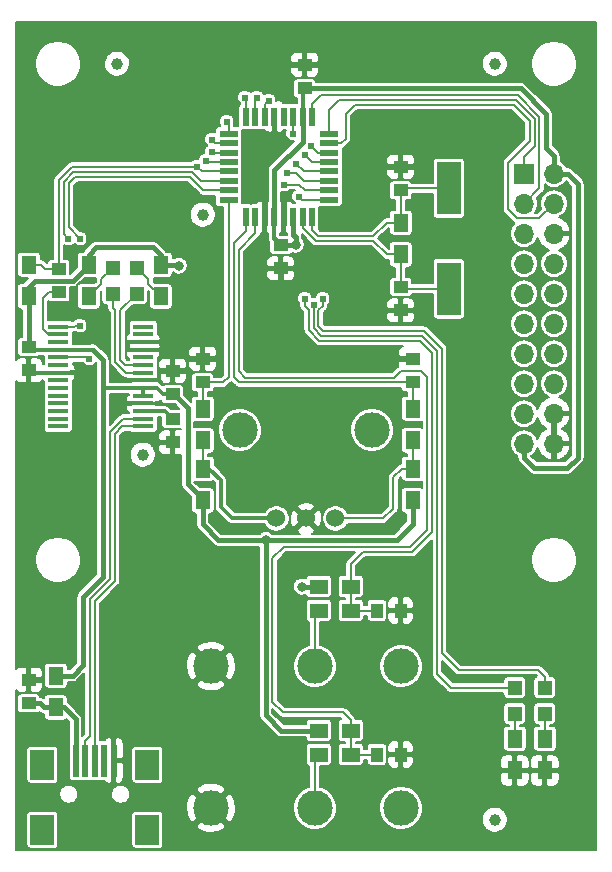
<source format=gtl>
G04 #@! TF.FileFunction,Copper,L1,Top,Signal*
%FSLAX46Y46*%
G04 Gerber Fmt 4.6, Leading zero omitted, Abs format (unit mm)*
G04 Created by KiCad (PCBNEW 4.0.7-e2-6376~61~ubuntu18.04.1) date Sat Nov 30 19:21:56 2019*
%MOMM*%
%LPD*%
G01*
G04 APERTURE LIST*
%ADD10C,0.100000*%
%ADD11C,1.000000*%
%ADD12R,0.500000X2.800000*%
%ADD13R,2.000000X2.500000*%
%ADD14R,1.250000X1.000000*%
%ADD15R,1.000000X1.250000*%
%ADD16R,1.300000X1.500000*%
%ADD17R,1.500000X1.300000*%
%ADD18R,1.750000X0.450000*%
%ADD19R,0.550000X1.600000*%
%ADD20R,1.600000X0.550000*%
%ADD21R,2.000000X4.500000*%
%ADD22R,1.200000X1.200000*%
%ADD23R,1.700000X1.700000*%
%ADD24O,1.700000X1.700000*%
%ADD25C,3.000000*%
%ADD26C,1.524000*%
%ADD27C,0.812800*%
%ADD28C,0.609600*%
%ADD29C,0.406400*%
%ADD30C,0.304800*%
%ADD31C,0.203200*%
G04 APERTURE END LIST*
D10*
D11*
X133604000Y-100584000D03*
X138684000Y-80264000D03*
X131428000Y-67500000D03*
X163428000Y-131500000D03*
D12*
X127940000Y-126490000D03*
X128740000Y-126490000D03*
X129540000Y-126490000D03*
X130340000Y-126490000D03*
X131140000Y-126490000D03*
D13*
X125090000Y-126840000D03*
X125090000Y-132340000D03*
X133990000Y-126840000D03*
X133990000Y-132340000D03*
D14*
X123952000Y-121650000D03*
X123952000Y-119650000D03*
X136144000Y-97552000D03*
X136144000Y-99552000D03*
X123952000Y-91456000D03*
X123952000Y-93456000D03*
X136144000Y-95488000D03*
X136144000Y-93488000D03*
X126492000Y-86852000D03*
X126492000Y-84852000D03*
X147320000Y-69580000D03*
X147320000Y-67580000D03*
X145288000Y-82820000D03*
X145288000Y-84820000D03*
X155448000Y-86376000D03*
X155448000Y-88376000D03*
X155448000Y-78216000D03*
X155448000Y-76216000D03*
X156464000Y-94472000D03*
X156464000Y-92472000D03*
D15*
X153432000Y-113792000D03*
X155432000Y-113792000D03*
D14*
X138684000Y-94472000D03*
X138684000Y-92472000D03*
D15*
X153432000Y-125984000D03*
X155432000Y-125984000D03*
D16*
X126238000Y-122000000D03*
X126238000Y-119300000D03*
X123952000Y-87202000D03*
X123952000Y-84502000D03*
X155448000Y-83646000D03*
X155448000Y-80946000D03*
D17*
X148510000Y-111760000D03*
X151210000Y-111760000D03*
X148510000Y-113792000D03*
X151210000Y-113792000D03*
D16*
X138684000Y-99394000D03*
X138684000Y-96694000D03*
X156464000Y-99394000D03*
X156464000Y-96694000D03*
X156464000Y-104474000D03*
X156464000Y-101774000D03*
X138684000Y-104474000D03*
X138684000Y-101774000D03*
D17*
X148510000Y-123952000D03*
X151210000Y-123952000D03*
X148510000Y-125984000D03*
X151210000Y-125984000D03*
D18*
X126448000Y-89755000D03*
X126448000Y-90405000D03*
X126448000Y-91055000D03*
X126448000Y-91705000D03*
X126448000Y-92355000D03*
X126448000Y-93005000D03*
X126448000Y-93655000D03*
X126448000Y-94305000D03*
X126448000Y-94955000D03*
X126448000Y-95605000D03*
X126448000Y-96255000D03*
X126448000Y-96905000D03*
X126448000Y-97555000D03*
X126448000Y-98205000D03*
X133648000Y-98205000D03*
X133648000Y-97555000D03*
X133648000Y-96905000D03*
X133648000Y-96255000D03*
X133648000Y-95605000D03*
X133648000Y-94955000D03*
X133648000Y-94305000D03*
X133648000Y-93655000D03*
X133648000Y-93005000D03*
X133648000Y-92355000D03*
X133648000Y-91705000D03*
X133648000Y-91055000D03*
X133648000Y-90405000D03*
X133648000Y-89755000D03*
D19*
X142340000Y-80468000D03*
X143140000Y-80468000D03*
X143940000Y-80468000D03*
X144740000Y-80468000D03*
X145540000Y-80468000D03*
X146340000Y-80468000D03*
X147140000Y-80468000D03*
X147940000Y-80468000D03*
D20*
X149390000Y-79018000D03*
X149390000Y-78218000D03*
X149390000Y-77418000D03*
X149390000Y-76618000D03*
X149390000Y-75818000D03*
X149390000Y-75018000D03*
X149390000Y-74218000D03*
X149390000Y-73418000D03*
D19*
X147940000Y-71968000D03*
X147140000Y-71968000D03*
X146340000Y-71968000D03*
X145540000Y-71968000D03*
X144740000Y-71968000D03*
X143940000Y-71968000D03*
X143140000Y-71968000D03*
X142340000Y-71968000D03*
D20*
X140890000Y-73418000D03*
X140890000Y-74218000D03*
X140890000Y-75018000D03*
X140890000Y-75818000D03*
X140890000Y-76618000D03*
X140890000Y-77418000D03*
X140890000Y-78218000D03*
X140890000Y-79018000D03*
D21*
X159512000Y-78046000D03*
X159512000Y-86546000D03*
D22*
X133096000Y-84752000D03*
X133096000Y-86952000D03*
X131064000Y-84752000D03*
X131064000Y-86952000D03*
X167640000Y-120312000D03*
X167640000Y-122512000D03*
X165100000Y-120312000D03*
X165100000Y-122512000D03*
D16*
X135128000Y-84502000D03*
X135128000Y-87202000D03*
X129032000Y-84502000D03*
X129032000Y-87202000D03*
X167640000Y-124634000D03*
X167640000Y-127334000D03*
X165100000Y-124634000D03*
X165100000Y-127334000D03*
D23*
X165888000Y-76800000D03*
D24*
X168428000Y-76800000D03*
X165888000Y-79340000D03*
X168428000Y-79340000D03*
X165888000Y-81880000D03*
X168428000Y-81880000D03*
X165888000Y-84420000D03*
X168428000Y-84420000D03*
X165888000Y-86960000D03*
X168428000Y-86960000D03*
X165888000Y-89500000D03*
X168428000Y-89500000D03*
X165888000Y-92040000D03*
X168428000Y-92040000D03*
X165888000Y-94580000D03*
X168428000Y-94580000D03*
X165888000Y-97120000D03*
X168428000Y-97120000D03*
X165888000Y-99660000D03*
X168428000Y-99660000D03*
D25*
X155478000Y-118500000D03*
X139378000Y-118500000D03*
X148178000Y-118500000D03*
X155478000Y-130500000D03*
X139378000Y-130500000D03*
X148178000Y-130500000D03*
D26*
X144928000Y-106000000D03*
X147428000Y-106000000D03*
X149928000Y-106000000D03*
D25*
X141828000Y-98500000D03*
X153028000Y-98500000D03*
D11*
X163428000Y-67500000D03*
D27*
X154940000Y-92456000D03*
X144272000Y-73660000D03*
X145796000Y-78740000D03*
X143637000Y-78740000D03*
X145288000Y-86360000D03*
X131318000Y-96266000D03*
X131318000Y-93980000D03*
X128270000Y-93726000D03*
X135636000Y-91440000D03*
X136652000Y-84582000D03*
X146558000Y-82804000D03*
X147066000Y-111760000D03*
X144018000Y-107831952D03*
D28*
X138176000Y-76200000D03*
X147320000Y-87376000D03*
X146812000Y-78740000D03*
X146558000Y-75946000D03*
X147320000Y-75184000D03*
X147828000Y-74422000D03*
X143256000Y-70358000D03*
X142240000Y-70358000D03*
X140716000Y-72390000D03*
X139446000Y-73914000D03*
X139446000Y-74930000D03*
X138938000Y-75692000D03*
X146304000Y-73406000D03*
X144272000Y-70612000D03*
X128270000Y-89662000D03*
X127254000Y-82296000D03*
X129032000Y-92456000D03*
X128270000Y-82296000D03*
X145796000Y-76708000D03*
X148844000Y-87376000D03*
X148082000Y-87884000D03*
X145542000Y-77724000D03*
D29*
X127940000Y-126490000D02*
X127940000Y-123003219D01*
X127940000Y-123003219D02*
X126936781Y-122000000D01*
X126936781Y-122000000D02*
X126238000Y-122000000D01*
X123952000Y-121650000D02*
X124911663Y-121650000D01*
X124911663Y-121650000D02*
X125261663Y-122000000D01*
X125261663Y-122000000D02*
X126238000Y-122000000D01*
X156464000Y-92472000D02*
X154956000Y-92472000D01*
X154956000Y-92472000D02*
X154940000Y-92456000D01*
X144740000Y-71968000D02*
X144740000Y-73192000D01*
X144740000Y-73192000D02*
X144272000Y-73660000D01*
X145540000Y-80468000D02*
X145540000Y-78996000D01*
X145540000Y-78996000D02*
X145796000Y-78740000D01*
X143940000Y-80468000D02*
X143940000Y-79043000D01*
X143940000Y-79043000D02*
X143637000Y-78740000D01*
X145288000Y-84820000D02*
X145288000Y-86360000D01*
D30*
X134945000Y-94305000D02*
X134945000Y-93528000D01*
X134945000Y-94305000D02*
X135255000Y-94615000D01*
X133648000Y-94305000D02*
X134945000Y-94305000D01*
X133648000Y-96255000D02*
X131329000Y-96255000D01*
X131329000Y-96255000D02*
X131318000Y-96266000D01*
X133648000Y-94305000D02*
X131643000Y-94305000D01*
X131643000Y-94305000D02*
X131318000Y-93980000D01*
X126448000Y-93655000D02*
X128199000Y-93655000D01*
X128199000Y-93655000D02*
X128270000Y-93726000D01*
X126448000Y-93655000D02*
X124151000Y-93655000D01*
X124151000Y-93655000D02*
X123952000Y-93456000D01*
X133648000Y-91055000D02*
X135251000Y-91055000D01*
X135251000Y-91055000D02*
X135636000Y-91440000D01*
X133648000Y-91705000D02*
X135636000Y-91705000D01*
X135636000Y-91705000D02*
X135879000Y-91705000D01*
X135636000Y-91440000D02*
X135636000Y-91705000D01*
X135879000Y-91705000D02*
X136144000Y-91970000D01*
X136144000Y-91970000D02*
X136144000Y-93488000D01*
X132465000Y-91055000D02*
X132345000Y-91175000D01*
X132345000Y-91175000D02*
X132345000Y-91705000D01*
X133648000Y-91055000D02*
X132465000Y-91055000D01*
X133648000Y-91705000D02*
X132345000Y-91705000D01*
D29*
X136144000Y-97552000D02*
X136414000Y-97552000D01*
D30*
X133648000Y-96905000D02*
X135497000Y-96905000D01*
X135497000Y-96905000D02*
X136144000Y-97552000D01*
D29*
X146340000Y-80468000D02*
X146340000Y-81962380D01*
X146340000Y-81962380D02*
X146558000Y-82180380D01*
X146558000Y-82180380D02*
X146558000Y-82804000D01*
X146558000Y-82804000D02*
X145304000Y-82804000D01*
X145304000Y-82804000D02*
X145288000Y-82820000D01*
X165888000Y-99660000D02*
X165888000Y-100864000D01*
X165888000Y-100864000D02*
X166752827Y-101728827D01*
X169578875Y-76800000D02*
X168428000Y-76800000D01*
X166752827Y-101728827D02*
X169568659Y-101728827D01*
X169568659Y-101728827D02*
X170459878Y-100837608D01*
X170459878Y-100837608D02*
X170459878Y-77681003D01*
X170459878Y-77681003D02*
X169578875Y-76800000D01*
X147320000Y-69580000D02*
X165592000Y-69580000D01*
X165592000Y-69580000D02*
X167754606Y-71742606D01*
X167754606Y-71742606D02*
X167754606Y-74648029D01*
X167754606Y-74648029D02*
X168428000Y-75321423D01*
X168428000Y-75321423D02*
X168428000Y-76800000D01*
X136652000Y-84582000D02*
X136652000Y-84575618D01*
X136652000Y-84575618D02*
X136578382Y-84502000D01*
X136578382Y-84502000D02*
X135128000Y-84502000D01*
X146542000Y-82820000D02*
X146558000Y-82804000D01*
X144740000Y-80468000D02*
X144740000Y-76491576D01*
X147140000Y-74091576D02*
X147140000Y-71968000D01*
X144740000Y-76491576D02*
X147140000Y-74091576D01*
X148510000Y-111760000D02*
X147066000Y-111760000D01*
X140013265Y-107831952D02*
X144018000Y-107831952D01*
X144018000Y-107831952D02*
X155105480Y-107831952D01*
X144018000Y-122667738D02*
X144018000Y-107831952D01*
X138684000Y-104474000D02*
X138684000Y-106502687D01*
X138684000Y-106502687D02*
X140013265Y-107831952D01*
X156464000Y-106473432D02*
X156464000Y-104474000D01*
X155105480Y-107831952D02*
X156464000Y-106473432D01*
X148510000Y-123952000D02*
X145302262Y-123952000D01*
X145302262Y-123952000D02*
X144018000Y-122667738D01*
X136144000Y-95488000D02*
X136253551Y-95488000D01*
X136253551Y-95488000D02*
X137414000Y-96648449D01*
X137414000Y-96648449D02*
X137414000Y-103117718D01*
X137414000Y-103117718D02*
X138684000Y-104387718D01*
X138684000Y-104387718D02*
X138684000Y-104474000D01*
D30*
X133648000Y-94955000D02*
X134774698Y-94955000D01*
X134774698Y-94955000D02*
X135307698Y-95488000D01*
X135307698Y-95488000D02*
X136144000Y-95488000D01*
D29*
X129032000Y-84502000D02*
X129032000Y-83673055D01*
X129032000Y-83673055D02*
X129654884Y-83050171D01*
X129654884Y-83050171D02*
X134495297Y-83050171D01*
X134495297Y-83050171D02*
X135128000Y-83682874D01*
X135128000Y-83682874D02*
X135128000Y-84502000D01*
X130244058Y-92588531D02*
X130244058Y-94996000D01*
X130244058Y-94996000D02*
X130244058Y-110928942D01*
D30*
X133648000Y-94955000D02*
X130285058Y-94955000D01*
X130285058Y-94955000D02*
X130244058Y-94996000D01*
X126448000Y-91705000D02*
X129360527Y-91705000D01*
D29*
X129360527Y-91705000D02*
X130244058Y-92588531D01*
X130244058Y-110928942D02*
X128555697Y-112617303D01*
X128555697Y-112617303D02*
X128555697Y-118427544D01*
X128555697Y-118427544D02*
X127683241Y-119300000D01*
X127683241Y-119300000D02*
X126238000Y-119300000D01*
D30*
X147140000Y-71968000D02*
X147140000Y-69760000D01*
X147140000Y-69760000D02*
X147320000Y-69580000D01*
X144740000Y-80468000D02*
X144740000Y-82272000D01*
D29*
X144740000Y-82272000D02*
X145288000Y-82820000D01*
X136144000Y-95488000D02*
X136144000Y-95504000D01*
D30*
X126448000Y-91705000D02*
X124201000Y-91705000D01*
X124201000Y-91705000D02*
X123952000Y-91456000D01*
X133648000Y-94955000D02*
X133648000Y-95605000D01*
D29*
X124460000Y-85852000D02*
X127682000Y-85852000D01*
X127682000Y-85852000D02*
X129032000Y-84502000D01*
X123952000Y-86360000D02*
X124460000Y-85852000D01*
X123952000Y-87202000D02*
X123952000Y-86360000D01*
X123952000Y-87202000D02*
X123952000Y-86868000D01*
X123952000Y-87710000D02*
X123952000Y-91456000D01*
D31*
X126448000Y-90405000D02*
X125562533Y-90405000D01*
X125562533Y-90405000D02*
X125152175Y-89994642D01*
X125152175Y-89994642D02*
X125152175Y-87346759D01*
X125152175Y-87346759D02*
X125646934Y-86852000D01*
X125646934Y-86852000D02*
X126492000Y-86852000D01*
X126492000Y-84852000D02*
X126492000Y-77303724D01*
X126492000Y-77303724D02*
X127595724Y-76200000D01*
X127595724Y-76200000D02*
X138176000Y-76200000D01*
X140890000Y-76618000D02*
X138594000Y-76618000D01*
X138594000Y-76618000D02*
X138176000Y-76200000D01*
X123952000Y-84502000D02*
X125019634Y-84502000D01*
X125019634Y-84502000D02*
X125369634Y-84852000D01*
X125369634Y-84852000D02*
X126492000Y-84852000D01*
X147140000Y-80468000D02*
X147140000Y-81379406D01*
X147140000Y-81379406D02*
X148245524Y-82484930D01*
X153115017Y-82484930D02*
X154276087Y-83646000D01*
X148245524Y-82484930D02*
X153115017Y-82484930D01*
X154276087Y-83646000D02*
X155448000Y-83646000D01*
X159512000Y-86546000D02*
X155618000Y-86546000D01*
X155618000Y-86546000D02*
X155448000Y-86376000D01*
X155448000Y-83646000D02*
X155448000Y-86376000D01*
X147940000Y-80468000D02*
X147940000Y-81580492D01*
X147940000Y-81580492D02*
X148436939Y-82077431D01*
X148436939Y-82077431D02*
X153126569Y-82077431D01*
X153126569Y-82077431D02*
X154258000Y-80946000D01*
X154258000Y-80946000D02*
X155448000Y-80946000D01*
X159512000Y-78046000D02*
X155618000Y-78046000D01*
X155618000Y-78046000D02*
X155448000Y-78216000D01*
X155448000Y-80946000D02*
X155448000Y-78216000D01*
X142340000Y-80468000D02*
X142340000Y-81645414D01*
X141306455Y-82678959D02*
X141306455Y-93983294D01*
X142340000Y-81645414D02*
X141306455Y-82678959D01*
X141306455Y-93983294D02*
X141795161Y-94472000D01*
X155483320Y-94472000D02*
X156464000Y-94472000D01*
X141795161Y-94472000D02*
X155483320Y-94472000D01*
X156464000Y-96694000D02*
X156464000Y-94472000D01*
X147320000Y-87376000D02*
X147320000Y-87987881D01*
X147320000Y-87987881D02*
X147673664Y-88341545D01*
X147673664Y-90062048D02*
X148543616Y-90932000D01*
X157095120Y-90932000D02*
X158116863Y-91953743D01*
X147673664Y-88341545D02*
X147673664Y-90062048D01*
X148543616Y-90932000D02*
X157095120Y-90932000D01*
X158116863Y-107138532D02*
X156440155Y-108815240D01*
X158116863Y-91953743D02*
X158116863Y-107138532D01*
X156440155Y-108815240D02*
X152227377Y-108815240D01*
X152227377Y-108815240D02*
X151210000Y-109832617D01*
X151210000Y-109832617D02*
X151210000Y-111760000D01*
X149390000Y-79018000D02*
X147090000Y-79018000D01*
X147090000Y-79018000D02*
X146812000Y-78740000D01*
X153432000Y-113792000D02*
X151210000Y-113792000D01*
X151210000Y-111760000D02*
X151210000Y-113792000D01*
X138684000Y-94472000D02*
X140423361Y-94472000D01*
X140423361Y-94472000D02*
X140890000Y-94005361D01*
X140890000Y-94005361D02*
X140890000Y-84098000D01*
X140890000Y-84098000D02*
X140890000Y-79018000D01*
X138684000Y-96694000D02*
X138684000Y-94472000D01*
X151210000Y-123952000D02*
X151210000Y-123081408D01*
X151210000Y-123081408D02*
X150537739Y-122409147D01*
X150537739Y-122409147D02*
X145464651Y-122409147D01*
X145464651Y-122409147D02*
X144581013Y-121525509D01*
X157182401Y-93472000D02*
X155497647Y-93472000D01*
X157699507Y-106968493D02*
X157699507Y-93989106D01*
X144581013Y-121525509D02*
X144581013Y-109386694D01*
X144581013Y-109386694D02*
X145569716Y-108397991D01*
X145569716Y-108397991D02*
X156270009Y-108397991D01*
X156270009Y-108397991D02*
X157699507Y-106968493D01*
X157699507Y-93989106D02*
X157182401Y-93472000D01*
X155497647Y-93472000D02*
X154904616Y-94065031D01*
X154904616Y-94065031D02*
X142259048Y-94065031D01*
X141728133Y-93534116D02*
X141728133Y-83273994D01*
X142259048Y-94065031D02*
X141728133Y-93534116D01*
X141728133Y-83273994D02*
X143140000Y-81862127D01*
X143140000Y-81862127D02*
X143140000Y-80468000D01*
X153432000Y-125984000D02*
X151210000Y-125984000D01*
X151210000Y-123952000D02*
X151210000Y-125984000D01*
X133648000Y-97555000D02*
X131936373Y-97555000D01*
X131936373Y-97555000D02*
X130809901Y-98681472D01*
X130809901Y-98681472D02*
X130809901Y-111160022D01*
X130809901Y-111160022D02*
X129125365Y-112844558D01*
X129125365Y-112844558D02*
X129125365Y-124428610D01*
X128740000Y-124813975D02*
X128740000Y-126490000D01*
X129125365Y-124428610D02*
X128740000Y-124813975D01*
X129540000Y-126490000D02*
X129540000Y-113010319D01*
X129540000Y-113010319D02*
X131219088Y-111331231D01*
X131219088Y-111331231D02*
X131219088Y-98849670D01*
X131219088Y-98849670D02*
X131863758Y-98205000D01*
X131863758Y-98205000D02*
X133648000Y-98205000D01*
X149390000Y-73418000D02*
X149390000Y-71372011D01*
X166784746Y-74495994D02*
X165888000Y-75392740D01*
X149390000Y-71372011D02*
X150211878Y-70550133D01*
X150211878Y-70550133D02*
X165188872Y-70550133D01*
X165188872Y-70550133D02*
X166784746Y-72146007D01*
X166784746Y-72146007D02*
X166784746Y-74495994D01*
X165888000Y-75392740D02*
X165888000Y-76800000D01*
X147940000Y-71968000D02*
X147940000Y-70923301D01*
X147940000Y-70923301D02*
X148722804Y-70140497D01*
X148722804Y-70140497D02*
X165356180Y-70140497D01*
X165356180Y-70140497D02*
X167192423Y-71976740D01*
X167192423Y-71976740D02*
X167192423Y-78035577D01*
X167192423Y-78035577D02*
X165888000Y-79340000D01*
X149390000Y-74218000D02*
X150415651Y-74218000D01*
X150415651Y-74218000D02*
X150783330Y-73850321D01*
X150783330Y-73850321D02*
X150783330Y-71731653D01*
X150783330Y-71731653D02*
X151557810Y-70957173D01*
X164526434Y-75869449D02*
X164526434Y-79831593D01*
X151557810Y-70957173D02*
X165017320Y-70957173D01*
X165017320Y-70957173D02*
X166377805Y-72317658D01*
X167171954Y-80596046D02*
X168428000Y-79340000D01*
X166377805Y-72317658D02*
X166377805Y-74018078D01*
X166377805Y-74018078D02*
X164526434Y-75869449D01*
X164526434Y-79831593D02*
X165290887Y-80596046D01*
X165290887Y-80596046D02*
X167171954Y-80596046D01*
X147230000Y-76618000D02*
X146558000Y-75946000D01*
X147484000Y-76618000D02*
X147230000Y-76618000D01*
X149390000Y-76618000D02*
X147484000Y-76618000D01*
X149390000Y-75818000D02*
X147954000Y-75818000D01*
X147954000Y-75818000D02*
X147320000Y-75184000D01*
X149390000Y-75018000D02*
X148433886Y-75018000D01*
X148433886Y-75018000D02*
X147837886Y-74422000D01*
X147837886Y-74422000D02*
X147828000Y-74422000D01*
X143140000Y-71968000D02*
X143140000Y-70474000D01*
X143140000Y-70474000D02*
X143256000Y-70358000D01*
X142340000Y-71968000D02*
X142340000Y-70458000D01*
X142340000Y-70458000D02*
X142240000Y-70358000D01*
X140890000Y-73418000D02*
X140890000Y-72564000D01*
X140890000Y-72564000D02*
X140716000Y-72390000D01*
X140878000Y-73406000D02*
X140890000Y-73418000D01*
X140890000Y-74218000D02*
X139750000Y-74218000D01*
X139750000Y-74218000D02*
X139446000Y-73914000D01*
X140890000Y-75018000D02*
X139534000Y-75018000D01*
X139534000Y-75018000D02*
X139446000Y-74930000D01*
X140890000Y-75818000D02*
X139064000Y-75818000D01*
X139064000Y-75818000D02*
X138938000Y-75692000D01*
X146340000Y-71968000D02*
X146340000Y-73370000D01*
X146340000Y-73370000D02*
X146304000Y-73406000D01*
X143940000Y-71968000D02*
X143940000Y-70944000D01*
X143940000Y-70944000D02*
X144272000Y-70612000D01*
X149928000Y-106000000D02*
X153969000Y-106000000D01*
X153969000Y-106000000D02*
X154813000Y-105156000D01*
X154813000Y-105156000D02*
X154813000Y-102516593D01*
X154813000Y-102516593D02*
X155555593Y-101774000D01*
X155555593Y-101774000D02*
X156464000Y-101774000D01*
X156464000Y-101774000D02*
X156464000Y-99394000D01*
X140890000Y-77418000D02*
X138530496Y-77418000D01*
X137745803Y-76633307D02*
X127740875Y-76633307D01*
X138530496Y-77418000D02*
X137745803Y-76633307D01*
X127740875Y-76633307D02*
X126905181Y-77469001D01*
X126905181Y-77469001D02*
X126905181Y-81947181D01*
X126905181Y-81947181D02*
X127254000Y-82296000D01*
X128270000Y-89662000D02*
X128269709Y-89662291D01*
X128269709Y-89662291D02*
X127848479Y-89662291D01*
X127848479Y-89662291D02*
X127755770Y-89755000D01*
X127755770Y-89755000D02*
X126448000Y-89755000D01*
X140890000Y-78218000D02*
X138750912Y-78218000D01*
X138750912Y-78218000D02*
X137584815Y-77051903D01*
X137584815Y-77051903D02*
X127900736Y-77051903D01*
X127900736Y-77051903D02*
X127326574Y-77626065D01*
X127326574Y-77626065D02*
X127326574Y-81352574D01*
X127326574Y-81352574D02*
X128270000Y-82296000D01*
X126448000Y-92355000D02*
X128931000Y-92355000D01*
X128931000Y-92355000D02*
X129032000Y-92456000D01*
X135128000Y-87202000D02*
X134089979Y-86163979D01*
X134089979Y-86163979D02*
X134089979Y-85745979D01*
X134089979Y-85745979D02*
X133096000Y-84752000D01*
X133096000Y-86952000D02*
X133095663Y-86952000D01*
X133095663Y-86952000D02*
X131701742Y-88345921D01*
X131701742Y-88345921D02*
X131701742Y-92603658D01*
X131701742Y-92603658D02*
X132103084Y-93005000D01*
X132103084Y-93005000D02*
X133648000Y-93005000D01*
X129032000Y-87202000D02*
X130090592Y-86143408D01*
X130090592Y-86143408D02*
X130090592Y-85725408D01*
X130090592Y-85725408D02*
X131064000Y-84752000D01*
X133648000Y-93655000D02*
X132163734Y-93655000D01*
X132163734Y-93655000D02*
X131293738Y-92785004D01*
X131293738Y-92785004D02*
X131293738Y-88374570D01*
X131293738Y-88374570D02*
X131064000Y-88144832D01*
X131064000Y-88144832D02*
X131064000Y-86952000D01*
X148844000Y-87376000D02*
X148844000Y-87990441D01*
X148844000Y-87990441D02*
X148488448Y-88345993D01*
X148488448Y-88345993D02*
X148488448Y-89721952D01*
X148879256Y-90112760D02*
X157442523Y-90112760D01*
X160402154Y-118830560D02*
X167085012Y-118830560D01*
X148488448Y-89721952D02*
X148879256Y-90112760D01*
X157442523Y-90112760D02*
X158952894Y-91623131D01*
X158952894Y-91623131D02*
X158952894Y-117381300D01*
X158952894Y-117381300D02*
X160402154Y-118830560D01*
X167085012Y-118830560D02*
X167640000Y-119385548D01*
X167640000Y-119385548D02*
X167640000Y-120312000D01*
X147268000Y-77418000D02*
X146558000Y-76708000D01*
X146558000Y-76708000D02*
X145796000Y-76708000D01*
X147522000Y-77418000D02*
X147268000Y-77418000D01*
X149390000Y-77418000D02*
X147522000Y-77418000D01*
X149442000Y-77470000D02*
X149390000Y-77418000D01*
X167640000Y-122512000D02*
X167640000Y-124634000D01*
X148082000Y-87884000D02*
X148082000Y-89895123D01*
X148082000Y-89895123D02*
X148709801Y-90522924D01*
X148709801Y-90522924D02*
X157274727Y-90522924D01*
X157274727Y-90522924D02*
X158528888Y-91777085D01*
X158528888Y-91777085D02*
X158528888Y-119143517D01*
X158528888Y-119143517D02*
X159697371Y-120312000D01*
X159697371Y-120312000D02*
X165100000Y-120312000D01*
X146812000Y-77724000D02*
X145542000Y-77724000D01*
X147306000Y-78218000D02*
X146812000Y-77724000D01*
X149390000Y-78218000D02*
X147306000Y-78218000D01*
X165100000Y-122512000D02*
X165100000Y-124634000D01*
X148178000Y-118500000D02*
X148178000Y-114124000D01*
X148178000Y-114124000D02*
X148510000Y-113792000D01*
D30*
X138684000Y-101774000D02*
X139239000Y-101774000D01*
X139239000Y-101774000D02*
X140208000Y-102743000D01*
X141195666Y-106000000D02*
X144928000Y-106000000D01*
X140208000Y-102743000D02*
X140208000Y-105012334D01*
X140208000Y-105012334D02*
X141195666Y-106000000D01*
D31*
X138684000Y-101774000D02*
X138684000Y-99394000D01*
X148178000Y-130500000D02*
X148178000Y-126316000D01*
X148178000Y-126316000D02*
X148510000Y-125984000D01*
G36*
X171997400Y-134069400D02*
X122858600Y-134069400D01*
X122858600Y-131090000D01*
X123732680Y-131090000D01*
X123732680Y-133590000D01*
X123737196Y-133646628D01*
X123766940Y-133742675D01*
X123822264Y-133826633D01*
X123898788Y-133891854D01*
X123990453Y-133933173D01*
X124090000Y-133947320D01*
X126090000Y-133947320D01*
X126146628Y-133942804D01*
X126242675Y-133913060D01*
X126326633Y-133857736D01*
X126391854Y-133781212D01*
X126433173Y-133689547D01*
X126447320Y-133590000D01*
X126447320Y-131090000D01*
X132632680Y-131090000D01*
X132632680Y-133590000D01*
X132637196Y-133646628D01*
X132666940Y-133742675D01*
X132722264Y-133826633D01*
X132798788Y-133891854D01*
X132890453Y-133933173D01*
X132990000Y-133947320D01*
X134990000Y-133947320D01*
X135046628Y-133942804D01*
X135142675Y-133913060D01*
X135226633Y-133857736D01*
X135291854Y-133781212D01*
X135333173Y-133689547D01*
X135347320Y-133590000D01*
X135347320Y-131994749D01*
X138098777Y-131994749D01*
X138258527Y-132300102D01*
X138631220Y-132483912D01*
X139032610Y-132591481D01*
X139447275Y-132618676D01*
X139859277Y-132564452D01*
X140252784Y-132430892D01*
X140497473Y-132300102D01*
X140657223Y-131994749D01*
X139378000Y-130715526D01*
X138098777Y-131994749D01*
X135347320Y-131994749D01*
X135347320Y-131090000D01*
X135342804Y-131033372D01*
X135313060Y-130937325D01*
X135257736Y-130853367D01*
X135181212Y-130788146D01*
X135089547Y-130746827D01*
X134990000Y-130732680D01*
X132990000Y-130732680D01*
X132933372Y-130737196D01*
X132837325Y-130766940D01*
X132753367Y-130822264D01*
X132688146Y-130898788D01*
X132646827Y-130990453D01*
X132632680Y-131090000D01*
X126447320Y-131090000D01*
X126442804Y-131033372D01*
X126413060Y-130937325D01*
X126357736Y-130853367D01*
X126281212Y-130788146D01*
X126189547Y-130746827D01*
X126090000Y-130732680D01*
X124090000Y-130732680D01*
X124033372Y-130737196D01*
X123937325Y-130766940D01*
X123853367Y-130822264D01*
X123788146Y-130898788D01*
X123746827Y-130990453D01*
X123732680Y-131090000D01*
X122858600Y-131090000D01*
X122858600Y-130569275D01*
X137259324Y-130569275D01*
X137313548Y-130981277D01*
X137447108Y-131374784D01*
X137577898Y-131619473D01*
X137883251Y-131779223D01*
X139162474Y-130500000D01*
X139593526Y-130500000D01*
X140872749Y-131779223D01*
X141178102Y-131619473D01*
X141361912Y-131246780D01*
X141469481Y-130845390D01*
X141481900Y-130656024D01*
X146319961Y-130656024D01*
X146385653Y-131013947D01*
X146519614Y-131352295D01*
X146716742Y-131658178D01*
X146969530Y-131919948D01*
X147268348Y-132127631D01*
X147601814Y-132273319D01*
X147957227Y-132351462D01*
X148321049Y-132359083D01*
X148679422Y-132295892D01*
X149018696Y-132164296D01*
X149325949Y-131969308D01*
X149589476Y-131718354D01*
X149799241Y-131420993D01*
X149947253Y-131088552D01*
X150027875Y-130733694D01*
X150028959Y-130656024D01*
X153619961Y-130656024D01*
X153685653Y-131013947D01*
X153819614Y-131352295D01*
X154016742Y-131658178D01*
X154269530Y-131919948D01*
X154568348Y-132127631D01*
X154901814Y-132273319D01*
X155257227Y-132351462D01*
X155621049Y-132359083D01*
X155979422Y-132295892D01*
X156318696Y-132164296D01*
X156625949Y-131969308D01*
X156889476Y-131718354D01*
X156978167Y-131592626D01*
X162324952Y-131592626D01*
X162363951Y-131805111D01*
X162443478Y-132005975D01*
X162560506Y-132187567D01*
X162710577Y-132342970D01*
X162887974Y-132466264D01*
X163085940Y-132552753D01*
X163296935Y-132599143D01*
X163512923Y-132603668D01*
X163725675Y-132566154D01*
X163927090Y-132488030D01*
X164109494Y-132372273D01*
X164265941Y-132223291D01*
X164390470Y-132046759D01*
X164478339Y-131849401D01*
X164526202Y-131638735D01*
X164529647Y-131391983D01*
X164487686Y-131180062D01*
X164405361Y-130980328D01*
X164285809Y-130800388D01*
X164133584Y-130647096D01*
X163954483Y-130526291D01*
X163755328Y-130442574D01*
X163543706Y-130399134D01*
X163327676Y-130397626D01*
X163115468Y-130438107D01*
X162915164Y-130519035D01*
X162734393Y-130637327D01*
X162580042Y-130788479D01*
X162457990Y-130966732D01*
X162372885Y-131165298D01*
X162327968Y-131376612D01*
X162324952Y-131592626D01*
X156978167Y-131592626D01*
X157099241Y-131420993D01*
X157247253Y-131088552D01*
X157327875Y-130733694D01*
X157333679Y-130318049D01*
X157262997Y-129961078D01*
X157124325Y-129624634D01*
X156922944Y-129321532D01*
X156666527Y-129063318D01*
X156364838Y-128859827D01*
X156029371Y-128718809D01*
X155672901Y-128645636D01*
X155309008Y-128643096D01*
X154951552Y-128711284D01*
X154614148Y-128847604D01*
X154309648Y-129046864D01*
X154049650Y-129301472D01*
X153844058Y-129601733D01*
X153700702Y-129936208D01*
X153625042Y-130292157D01*
X153619961Y-130656024D01*
X150028959Y-130656024D01*
X150033679Y-130318049D01*
X149962997Y-129961078D01*
X149824325Y-129624634D01*
X149622944Y-129321532D01*
X149366527Y-129063318D01*
X149064838Y-128859827D01*
X148729371Y-128718809D01*
X148635200Y-128699478D01*
X148635200Y-127638800D01*
X163840400Y-127638800D01*
X163840400Y-128144040D01*
X163863827Y-128261813D01*
X163909779Y-128372754D01*
X163976493Y-128472597D01*
X164061402Y-128557507D01*
X164161246Y-128624220D01*
X164272186Y-128670173D01*
X164389959Y-128693600D01*
X164795200Y-128693600D01*
X164947600Y-128541200D01*
X164947600Y-127486400D01*
X165252400Y-127486400D01*
X165252400Y-128541200D01*
X165404800Y-128693600D01*
X165810041Y-128693600D01*
X165927814Y-128670173D01*
X166038754Y-128624220D01*
X166138598Y-128557507D01*
X166223507Y-128472597D01*
X166290221Y-128372754D01*
X166336173Y-128261813D01*
X166359600Y-128144040D01*
X166359600Y-127638800D01*
X166380400Y-127638800D01*
X166380400Y-128144040D01*
X166403827Y-128261813D01*
X166449779Y-128372754D01*
X166516493Y-128472597D01*
X166601402Y-128557507D01*
X166701246Y-128624220D01*
X166812186Y-128670173D01*
X166929959Y-128693600D01*
X167335200Y-128693600D01*
X167487600Y-128541200D01*
X167487600Y-127486400D01*
X167792400Y-127486400D01*
X167792400Y-128541200D01*
X167944800Y-128693600D01*
X168350041Y-128693600D01*
X168467814Y-128670173D01*
X168578754Y-128624220D01*
X168678598Y-128557507D01*
X168763507Y-128472597D01*
X168830221Y-128372754D01*
X168876173Y-128261813D01*
X168899600Y-128144040D01*
X168899600Y-127638800D01*
X168747200Y-127486400D01*
X167792400Y-127486400D01*
X167487600Y-127486400D01*
X166532800Y-127486400D01*
X166380400Y-127638800D01*
X166359600Y-127638800D01*
X166207200Y-127486400D01*
X165252400Y-127486400D01*
X164947600Y-127486400D01*
X163992800Y-127486400D01*
X163840400Y-127638800D01*
X148635200Y-127638800D01*
X148635200Y-126991320D01*
X149260000Y-126991320D01*
X149316628Y-126986804D01*
X149412675Y-126957060D01*
X149496633Y-126901736D01*
X149561854Y-126825212D01*
X149603173Y-126733547D01*
X149617320Y-126634000D01*
X149617320Y-125334000D01*
X149612804Y-125277372D01*
X149583060Y-125181325D01*
X149527736Y-125097367D01*
X149451212Y-125032146D01*
X149359547Y-124990827D01*
X149260000Y-124976680D01*
X147760000Y-124976680D01*
X147703372Y-124981196D01*
X147607325Y-125010940D01*
X147523367Y-125066264D01*
X147458146Y-125142788D01*
X147416827Y-125234453D01*
X147402680Y-125334000D01*
X147402680Y-126634000D01*
X147407196Y-126690628D01*
X147436940Y-126786675D01*
X147492264Y-126870633D01*
X147568788Y-126935854D01*
X147660453Y-126977173D01*
X147720800Y-126985749D01*
X147720800Y-128698074D01*
X147651552Y-128711284D01*
X147314148Y-128847604D01*
X147009648Y-129046864D01*
X146749650Y-129301472D01*
X146544058Y-129601733D01*
X146400702Y-129936208D01*
X146325042Y-130292157D01*
X146319961Y-130656024D01*
X141481900Y-130656024D01*
X141496676Y-130430725D01*
X141442452Y-130018723D01*
X141308892Y-129625216D01*
X141178102Y-129380527D01*
X140872749Y-129220777D01*
X139593526Y-130500000D01*
X139162474Y-130500000D01*
X137883251Y-129220777D01*
X137577898Y-129380527D01*
X137394088Y-129753220D01*
X137286519Y-130154610D01*
X137259324Y-130569275D01*
X122858600Y-130569275D01*
X122858600Y-129407737D01*
X126533341Y-129407737D01*
X126561861Y-129563128D01*
X126620019Y-129710020D01*
X126705602Y-129842818D01*
X126815348Y-129956464D01*
X126945079Y-130046629D01*
X127089851Y-130109878D01*
X127244152Y-130143804D01*
X127402104Y-130147112D01*
X127557690Y-130119678D01*
X127704984Y-130062546D01*
X127838377Y-129977893D01*
X127952786Y-129868943D01*
X128043854Y-129739845D01*
X128108113Y-129595517D01*
X128143115Y-129441457D01*
X128143585Y-129407737D01*
X130933341Y-129407737D01*
X130961861Y-129563128D01*
X131020019Y-129710020D01*
X131105602Y-129842818D01*
X131215348Y-129956464D01*
X131345079Y-130046629D01*
X131489851Y-130109878D01*
X131644152Y-130143804D01*
X131802104Y-130147112D01*
X131957690Y-130119678D01*
X132104984Y-130062546D01*
X132238377Y-129977893D01*
X132352786Y-129868943D01*
X132443854Y-129739845D01*
X132508113Y-129595517D01*
X132543115Y-129441457D01*
X132545635Y-129261007D01*
X132514948Y-129106029D01*
X132473411Y-129005251D01*
X138098777Y-129005251D01*
X139378000Y-130284474D01*
X140657223Y-129005251D01*
X140497473Y-128699898D01*
X140124780Y-128516088D01*
X139723390Y-128408519D01*
X139308725Y-128381324D01*
X138896723Y-128435548D01*
X138503216Y-128569108D01*
X138258527Y-128699898D01*
X138098777Y-129005251D01*
X132473411Y-129005251D01*
X132454744Y-128959964D01*
X132367316Y-128828374D01*
X132255993Y-128716271D01*
X132125017Y-128627926D01*
X131979375Y-128566704D01*
X131824616Y-128534937D01*
X131666633Y-128533834D01*
X131511445Y-128563437D01*
X131364963Y-128622620D01*
X131232765Y-128709127D01*
X131119889Y-128819665D01*
X131030631Y-128950021D01*
X130968394Y-129095232D01*
X130935547Y-129249766D01*
X130933341Y-129407737D01*
X128143585Y-129407737D01*
X128145635Y-129261007D01*
X128114948Y-129106029D01*
X128054744Y-128959964D01*
X127967316Y-128828374D01*
X127855993Y-128716271D01*
X127725017Y-128627926D01*
X127579375Y-128566704D01*
X127424616Y-128534937D01*
X127266633Y-128533834D01*
X127111445Y-128563437D01*
X126964963Y-128622620D01*
X126832765Y-128709127D01*
X126719889Y-128819665D01*
X126630631Y-128950021D01*
X126568394Y-129095232D01*
X126535547Y-129249766D01*
X126533341Y-129407737D01*
X122858600Y-129407737D01*
X122858600Y-125590000D01*
X123732680Y-125590000D01*
X123732680Y-128090000D01*
X123737196Y-128146628D01*
X123766940Y-128242675D01*
X123822264Y-128326633D01*
X123898788Y-128391854D01*
X123990453Y-128433173D01*
X124090000Y-128447320D01*
X126090000Y-128447320D01*
X126146628Y-128442804D01*
X126242675Y-128413060D01*
X126326633Y-128357736D01*
X126391854Y-128281212D01*
X126433173Y-128189547D01*
X126447320Y-128090000D01*
X126447320Y-125590000D01*
X126442804Y-125533372D01*
X126413060Y-125437325D01*
X126357736Y-125353367D01*
X126281212Y-125288146D01*
X126189547Y-125246827D01*
X126090000Y-125232680D01*
X124090000Y-125232680D01*
X124033372Y-125237196D01*
X123937325Y-125266940D01*
X123853367Y-125322264D01*
X123788146Y-125398788D01*
X123746827Y-125490453D01*
X123732680Y-125590000D01*
X122858600Y-125590000D01*
X122858600Y-120543704D01*
X122938402Y-120623507D01*
X123038246Y-120690220D01*
X123149186Y-120736173D01*
X123266959Y-120759600D01*
X123647200Y-120759600D01*
X123799600Y-120607200D01*
X123799600Y-119802400D01*
X124104400Y-119802400D01*
X124104400Y-120607200D01*
X124256800Y-120759600D01*
X124637041Y-120759600D01*
X124754814Y-120736173D01*
X124865754Y-120690220D01*
X124965598Y-120623507D01*
X125050507Y-120538597D01*
X125117221Y-120438754D01*
X125163173Y-120327813D01*
X125186600Y-120210040D01*
X125186600Y-119954800D01*
X125034200Y-119802400D01*
X124104400Y-119802400D01*
X123799600Y-119802400D01*
X123779600Y-119802400D01*
X123779600Y-119497600D01*
X123799600Y-119497600D01*
X123799600Y-118692800D01*
X124104400Y-118692800D01*
X124104400Y-119497600D01*
X125034200Y-119497600D01*
X125186600Y-119345200D01*
X125186600Y-119089960D01*
X125163173Y-118972187D01*
X125117221Y-118861246D01*
X125050507Y-118761403D01*
X124965598Y-118676493D01*
X124865754Y-118609780D01*
X124754814Y-118563827D01*
X124637041Y-118540400D01*
X124256800Y-118540400D01*
X124104400Y-118692800D01*
X123799600Y-118692800D01*
X123647200Y-118540400D01*
X123266959Y-118540400D01*
X123149186Y-118563827D01*
X123038246Y-118609780D01*
X122938402Y-118676493D01*
X122858600Y-118756296D01*
X122858600Y-109664432D01*
X124469830Y-109664432D01*
X124539061Y-110041644D01*
X124680242Y-110398226D01*
X124887994Y-110720594D01*
X125154404Y-110996470D01*
X125469326Y-111215346D01*
X125820762Y-111368885D01*
X126195329Y-111451239D01*
X126578758Y-111459270D01*
X126956444Y-111392674D01*
X127314002Y-111253986D01*
X127637813Y-111048490D01*
X127915542Y-110784012D01*
X128136611Y-110470626D01*
X128292600Y-110120270D01*
X128377567Y-109746288D01*
X128383684Y-109308244D01*
X128309192Y-108932035D01*
X128163047Y-108577459D01*
X127950814Y-108258023D01*
X127680578Y-107985894D01*
X127362631Y-107771436D01*
X127009085Y-107622819D01*
X126633405Y-107545703D01*
X126249901Y-107543025D01*
X125873182Y-107614889D01*
X125517595Y-107758555D01*
X125196685Y-107968553D01*
X124922675Y-108236882D01*
X124706003Y-108553324D01*
X124554921Y-108905824D01*
X124475184Y-109280957D01*
X124469830Y-109664432D01*
X122858600Y-109664432D01*
X122858600Y-94349704D01*
X122938402Y-94429507D01*
X123038246Y-94496220D01*
X123149186Y-94542173D01*
X123266959Y-94565600D01*
X123647200Y-94565600D01*
X123799600Y-94413200D01*
X123799600Y-93608400D01*
X123779600Y-93608400D01*
X123779600Y-93303600D01*
X123799600Y-93303600D01*
X123799600Y-92498800D01*
X123647200Y-92346400D01*
X123266959Y-92346400D01*
X123149186Y-92369827D01*
X123038246Y-92415780D01*
X122938402Y-92482493D01*
X122858600Y-92562296D01*
X122858600Y-83752000D01*
X122944680Y-83752000D01*
X122944680Y-85252000D01*
X122949196Y-85308628D01*
X122978940Y-85404675D01*
X123034264Y-85488633D01*
X123110788Y-85553854D01*
X123202453Y-85595173D01*
X123302000Y-85609320D01*
X123912417Y-85609320D01*
X123556869Y-85964869D01*
X123524116Y-86004743D01*
X123490927Y-86044296D01*
X123489511Y-86046871D01*
X123487646Y-86049142D01*
X123463260Y-86094622D01*
X123463228Y-86094680D01*
X123302000Y-86094680D01*
X123245372Y-86099196D01*
X123149325Y-86128940D01*
X123065367Y-86184264D01*
X123000146Y-86260788D01*
X122958827Y-86352453D01*
X122944680Y-86452000D01*
X122944680Y-87952000D01*
X122949196Y-88008628D01*
X122978940Y-88104675D01*
X123034264Y-88188633D01*
X123110788Y-88253854D01*
X123202453Y-88295173D01*
X123302000Y-88309320D01*
X123393200Y-88309320D01*
X123393200Y-90598680D01*
X123327000Y-90598680D01*
X123270372Y-90603196D01*
X123174325Y-90632940D01*
X123090367Y-90688264D01*
X123025146Y-90764788D01*
X122983827Y-90856453D01*
X122969680Y-90956000D01*
X122969680Y-91956000D01*
X122974196Y-92012628D01*
X123003940Y-92108675D01*
X123059264Y-92192633D01*
X123135788Y-92257854D01*
X123227453Y-92299173D01*
X123327000Y-92313320D01*
X124577000Y-92313320D01*
X124633628Y-92308804D01*
X124729675Y-92279060D01*
X124813633Y-92223736D01*
X124822783Y-92213000D01*
X125215680Y-92213000D01*
X125215680Y-92580000D01*
X125220196Y-92636628D01*
X125232163Y-92675271D01*
X125229827Y-92680453D01*
X125215680Y-92780000D01*
X125215680Y-92935594D01*
X125186600Y-92955025D01*
X125186600Y-92895960D01*
X125163173Y-92778187D01*
X125117221Y-92667246D01*
X125050507Y-92567403D01*
X124965598Y-92482493D01*
X124865754Y-92415780D01*
X124754814Y-92369827D01*
X124637041Y-92346400D01*
X124256800Y-92346400D01*
X124104400Y-92498800D01*
X124104400Y-93303600D01*
X124124400Y-93303600D01*
X124124400Y-93608400D01*
X124104400Y-93608400D01*
X124104400Y-94413200D01*
X124256800Y-94565600D01*
X124637041Y-94565600D01*
X124754814Y-94542173D01*
X124865754Y-94496220D01*
X124965598Y-94429507D01*
X125050507Y-94344597D01*
X125100569Y-94269674D01*
X125184403Y-94353507D01*
X125215680Y-94374406D01*
X125215680Y-94530000D01*
X125220196Y-94586628D01*
X125232163Y-94625271D01*
X125229827Y-94630453D01*
X125215680Y-94730000D01*
X125215680Y-95180000D01*
X125220196Y-95236628D01*
X125232163Y-95275271D01*
X125229827Y-95280453D01*
X125215680Y-95380000D01*
X125215680Y-95830000D01*
X125220196Y-95886628D01*
X125232163Y-95925271D01*
X125229827Y-95930453D01*
X125215680Y-96030000D01*
X125215680Y-96480000D01*
X125220196Y-96536628D01*
X125232163Y-96575271D01*
X125229827Y-96580453D01*
X125215680Y-96680000D01*
X125215680Y-97130000D01*
X125220196Y-97186628D01*
X125232163Y-97225271D01*
X125229827Y-97230453D01*
X125215680Y-97330000D01*
X125215680Y-97780000D01*
X125220196Y-97836628D01*
X125232163Y-97875271D01*
X125229827Y-97880453D01*
X125215680Y-97980000D01*
X125215680Y-98430000D01*
X125220196Y-98486628D01*
X125249940Y-98582675D01*
X125305264Y-98666633D01*
X125381788Y-98731854D01*
X125473453Y-98773173D01*
X125573000Y-98787320D01*
X127323000Y-98787320D01*
X127379628Y-98782804D01*
X127475675Y-98753060D01*
X127559633Y-98697736D01*
X127624854Y-98621212D01*
X127666173Y-98529547D01*
X127680320Y-98430000D01*
X127680320Y-97980000D01*
X127675804Y-97923372D01*
X127663837Y-97884729D01*
X127666173Y-97879547D01*
X127680320Y-97780000D01*
X127680320Y-97330000D01*
X127675804Y-97273372D01*
X127663837Y-97234729D01*
X127666173Y-97229547D01*
X127680320Y-97130000D01*
X127680320Y-96680000D01*
X127675804Y-96623372D01*
X127663837Y-96584729D01*
X127666173Y-96579547D01*
X127680320Y-96480000D01*
X127680320Y-96030000D01*
X127675804Y-95973372D01*
X127663837Y-95934729D01*
X127666173Y-95929547D01*
X127680320Y-95830000D01*
X127680320Y-95380000D01*
X127675804Y-95323372D01*
X127663837Y-95284729D01*
X127666173Y-95279547D01*
X127680320Y-95180000D01*
X127680320Y-94730000D01*
X127675804Y-94673372D01*
X127663837Y-94634729D01*
X127666173Y-94629547D01*
X127680320Y-94530000D01*
X127680320Y-94374406D01*
X127711597Y-94353507D01*
X127796507Y-94268598D01*
X127863220Y-94168754D01*
X127909173Y-94057814D01*
X127932600Y-93940041D01*
X127932600Y-93919900D01*
X127780200Y-93767500D01*
X127490594Y-93767500D01*
X127422547Y-93736827D01*
X127323000Y-93722680D01*
X126275600Y-93722680D01*
X126275600Y-93587320D01*
X127323000Y-93587320D01*
X127379628Y-93582804D01*
X127475675Y-93553060D01*
X127491701Y-93542500D01*
X127780200Y-93542500D01*
X127932600Y-93390100D01*
X127932600Y-93369959D01*
X127909173Y-93252186D01*
X127863220Y-93141246D01*
X127796507Y-93041402D01*
X127711597Y-92956493D01*
X127680320Y-92935594D01*
X127680320Y-92812200D01*
X128475861Y-92812200D01*
X128511945Y-92868191D01*
X128601911Y-92961353D01*
X128708259Y-93035267D01*
X128826938Y-93087116D01*
X128953428Y-93114927D01*
X129082910Y-93117639D01*
X129210454Y-93095150D01*
X129331200Y-93048315D01*
X129440550Y-92978920D01*
X129534338Y-92889607D01*
X129608992Y-92783777D01*
X129621330Y-92756066D01*
X129685258Y-92819994D01*
X129685258Y-110697480D01*
X128160566Y-112222172D01*
X128127813Y-112262046D01*
X128094624Y-112301599D01*
X128093208Y-112304174D01*
X128091343Y-112306445D01*
X128066957Y-112351925D01*
X128042084Y-112397168D01*
X128041195Y-112399970D01*
X128039807Y-112402559D01*
X128024726Y-112451887D01*
X128009108Y-112501122D01*
X128008780Y-112504045D01*
X128007922Y-112506852D01*
X128002709Y-112558166D01*
X127996951Y-112609501D01*
X127996911Y-112615242D01*
X127996900Y-112615353D01*
X127996910Y-112615456D01*
X127996897Y-112617303D01*
X127996897Y-118196082D01*
X127451779Y-118741200D01*
X127245320Y-118741200D01*
X127245320Y-118550000D01*
X127240804Y-118493372D01*
X127211060Y-118397325D01*
X127155736Y-118313367D01*
X127079212Y-118248146D01*
X126987547Y-118206827D01*
X126888000Y-118192680D01*
X125588000Y-118192680D01*
X125531372Y-118197196D01*
X125435325Y-118226940D01*
X125351367Y-118282264D01*
X125286146Y-118358788D01*
X125244827Y-118450453D01*
X125230680Y-118550000D01*
X125230680Y-120050000D01*
X125235196Y-120106628D01*
X125264940Y-120202675D01*
X125320264Y-120286633D01*
X125396788Y-120351854D01*
X125488453Y-120393173D01*
X125588000Y-120407320D01*
X126888000Y-120407320D01*
X126944628Y-120402804D01*
X127040675Y-120373060D01*
X127124633Y-120317736D01*
X127189854Y-120241212D01*
X127231173Y-120149547D01*
X127245320Y-120050000D01*
X127245320Y-119858800D01*
X127683241Y-119858800D01*
X127734655Y-119853759D01*
X127786032Y-119849264D01*
X127788851Y-119848445D01*
X127791779Y-119848158D01*
X127841211Y-119833233D01*
X127890761Y-119818838D01*
X127893371Y-119817485D01*
X127896183Y-119816636D01*
X127941738Y-119792414D01*
X127987585Y-119768649D01*
X127989882Y-119766815D01*
X127992476Y-119765436D01*
X128032461Y-119732825D01*
X128072817Y-119700610D01*
X128076904Y-119696579D01*
X128076991Y-119696508D01*
X128077058Y-119696427D01*
X128078372Y-119695131D01*
X128668165Y-119105338D01*
X128668165Y-124239231D01*
X128498800Y-124408597D01*
X128498800Y-123003219D01*
X128493759Y-122951805D01*
X128489264Y-122900428D01*
X128488445Y-122897609D01*
X128488158Y-122894681D01*
X128473233Y-122845249D01*
X128458838Y-122795699D01*
X128457485Y-122793089D01*
X128456636Y-122790277D01*
X128432414Y-122744722D01*
X128408649Y-122698875D01*
X128406815Y-122696578D01*
X128405436Y-122693984D01*
X128372825Y-122653999D01*
X128340610Y-122613643D01*
X128336579Y-122609556D01*
X128336508Y-122609469D01*
X128336427Y-122609402D01*
X128335131Y-122608088D01*
X127331912Y-121604869D01*
X127292038Y-121572116D01*
X127252485Y-121538927D01*
X127249910Y-121537511D01*
X127247639Y-121535646D01*
X127245320Y-121534403D01*
X127245320Y-121250000D01*
X127240804Y-121193372D01*
X127211060Y-121097325D01*
X127155736Y-121013367D01*
X127079212Y-120948146D01*
X126987547Y-120906827D01*
X126888000Y-120892680D01*
X125588000Y-120892680D01*
X125531372Y-120897196D01*
X125435325Y-120926940D01*
X125351367Y-120982264D01*
X125286146Y-121058788D01*
X125244827Y-121150453D01*
X125238082Y-121197918D01*
X125227367Y-121188927D01*
X125224792Y-121187511D01*
X125222521Y-121185646D01*
X125177041Y-121161260D01*
X125131798Y-121136387D01*
X125128996Y-121135498D01*
X125126407Y-121134110D01*
X125077079Y-121119029D01*
X125027844Y-121103411D01*
X125024921Y-121103083D01*
X125022114Y-121102225D01*
X124970800Y-121097012D01*
X124929497Y-121092379D01*
X124900060Y-120997325D01*
X124844736Y-120913367D01*
X124768212Y-120848146D01*
X124676547Y-120806827D01*
X124577000Y-120792680D01*
X123327000Y-120792680D01*
X123270372Y-120797196D01*
X123174325Y-120826940D01*
X123090367Y-120882264D01*
X123025146Y-120958788D01*
X122983827Y-121050453D01*
X122969680Y-121150000D01*
X122969680Y-122150000D01*
X122974196Y-122206628D01*
X123003940Y-122302675D01*
X123059264Y-122386633D01*
X123135788Y-122451854D01*
X123227453Y-122493173D01*
X123327000Y-122507320D01*
X124577000Y-122507320D01*
X124633628Y-122502804D01*
X124729675Y-122473060D01*
X124813633Y-122417736D01*
X124848375Y-122376974D01*
X124866532Y-122395131D01*
X124906406Y-122427884D01*
X124945959Y-122461073D01*
X124948534Y-122462489D01*
X124950805Y-122464354D01*
X124996285Y-122488740D01*
X125041528Y-122513613D01*
X125044330Y-122514502D01*
X125046919Y-122515890D01*
X125096247Y-122530971D01*
X125145482Y-122546589D01*
X125148405Y-122546917D01*
X125151212Y-122547775D01*
X125202526Y-122552988D01*
X125230680Y-122556146D01*
X125230680Y-122750000D01*
X125235196Y-122806628D01*
X125264940Y-122902675D01*
X125320264Y-122986633D01*
X125396788Y-123051854D01*
X125488453Y-123093173D01*
X125588000Y-123107320D01*
X126888000Y-123107320D01*
X126944628Y-123102804D01*
X127040675Y-123073060D01*
X127124633Y-123017736D01*
X127142864Y-122996345D01*
X127381200Y-123234681D01*
X127381200Y-124914197D01*
X127346827Y-124990453D01*
X127332680Y-125090000D01*
X127332680Y-127890000D01*
X127337196Y-127946628D01*
X127366940Y-128042675D01*
X127422264Y-128126633D01*
X127498788Y-128191854D01*
X127590453Y-128233173D01*
X127690000Y-128247320D01*
X128190000Y-128247320D01*
X128246628Y-128242804D01*
X128342675Y-128213060D01*
X128343958Y-128212215D01*
X128390453Y-128233173D01*
X128490000Y-128247320D01*
X128990000Y-128247320D01*
X129046628Y-128242804D01*
X129142675Y-128213060D01*
X129143958Y-128212215D01*
X129190453Y-128233173D01*
X129290000Y-128247320D01*
X129790000Y-128247320D01*
X129846628Y-128242804D01*
X129942675Y-128213060D01*
X129943958Y-128212215D01*
X129990453Y-128233173D01*
X130090000Y-128247320D01*
X130395594Y-128247320D01*
X130416493Y-128278597D01*
X130501402Y-128363507D01*
X130601246Y-128430220D01*
X130712186Y-128476173D01*
X130829959Y-128499600D01*
X130862600Y-128499600D01*
X131015000Y-128347200D01*
X131015000Y-126642400D01*
X131265000Y-126642400D01*
X131265000Y-128347200D01*
X131417400Y-128499600D01*
X131450041Y-128499600D01*
X131567814Y-128476173D01*
X131678754Y-128430220D01*
X131778598Y-128363507D01*
X131863507Y-128278597D01*
X131930221Y-128178754D01*
X131976173Y-128067813D01*
X131999600Y-127950040D01*
X131999600Y-126794800D01*
X131847200Y-126642400D01*
X131265000Y-126642400D01*
X131015000Y-126642400D01*
X130967600Y-126642400D01*
X130967600Y-126337600D01*
X131015000Y-126337600D01*
X131015000Y-124632800D01*
X131265000Y-124632800D01*
X131265000Y-126337600D01*
X131847200Y-126337600D01*
X131999600Y-126185200D01*
X131999600Y-125590000D01*
X132632680Y-125590000D01*
X132632680Y-128090000D01*
X132637196Y-128146628D01*
X132666940Y-128242675D01*
X132722264Y-128326633D01*
X132798788Y-128391854D01*
X132890453Y-128433173D01*
X132990000Y-128447320D01*
X134990000Y-128447320D01*
X135046628Y-128442804D01*
X135142675Y-128413060D01*
X135226633Y-128357736D01*
X135291854Y-128281212D01*
X135333173Y-128189547D01*
X135347320Y-128090000D01*
X135347320Y-125590000D01*
X135342804Y-125533372D01*
X135313060Y-125437325D01*
X135257736Y-125353367D01*
X135181212Y-125288146D01*
X135089547Y-125246827D01*
X134990000Y-125232680D01*
X132990000Y-125232680D01*
X132933372Y-125237196D01*
X132837325Y-125266940D01*
X132753367Y-125322264D01*
X132688146Y-125398788D01*
X132646827Y-125490453D01*
X132632680Y-125590000D01*
X131999600Y-125590000D01*
X131999600Y-125029960D01*
X131976173Y-124912187D01*
X131930221Y-124801246D01*
X131863507Y-124701403D01*
X131778598Y-124616493D01*
X131678754Y-124549780D01*
X131567814Y-124503827D01*
X131450041Y-124480400D01*
X131417400Y-124480400D01*
X131265000Y-124632800D01*
X131015000Y-124632800D01*
X130862600Y-124480400D01*
X130829959Y-124480400D01*
X130712186Y-124503827D01*
X130601246Y-124549780D01*
X130501402Y-124616493D01*
X130416493Y-124701403D01*
X130395594Y-124732680D01*
X130090000Y-124732680D01*
X130033372Y-124737196D01*
X129997200Y-124748398D01*
X129997200Y-119994749D01*
X138098777Y-119994749D01*
X138258527Y-120300102D01*
X138631220Y-120483912D01*
X139032610Y-120591481D01*
X139447275Y-120618676D01*
X139859277Y-120564452D01*
X140252784Y-120430892D01*
X140497473Y-120300102D01*
X140657223Y-119994749D01*
X139378000Y-118715526D01*
X138098777Y-119994749D01*
X129997200Y-119994749D01*
X129997200Y-118569275D01*
X137259324Y-118569275D01*
X137313548Y-118981277D01*
X137447108Y-119374784D01*
X137577898Y-119619473D01*
X137883251Y-119779223D01*
X139162474Y-118500000D01*
X139593526Y-118500000D01*
X140872749Y-119779223D01*
X141178102Y-119619473D01*
X141361912Y-119246780D01*
X141469481Y-118845390D01*
X141496676Y-118430725D01*
X141442452Y-118018723D01*
X141308892Y-117625216D01*
X141178102Y-117380527D01*
X140872749Y-117220777D01*
X139593526Y-118500000D01*
X139162474Y-118500000D01*
X137883251Y-117220777D01*
X137577898Y-117380527D01*
X137394088Y-117753220D01*
X137286519Y-118154610D01*
X137259324Y-118569275D01*
X129997200Y-118569275D01*
X129997200Y-117005251D01*
X138098777Y-117005251D01*
X139378000Y-118284474D01*
X140657223Y-117005251D01*
X140497473Y-116699898D01*
X140124780Y-116516088D01*
X139723390Y-116408519D01*
X139308725Y-116381324D01*
X138896723Y-116435548D01*
X138503216Y-116569108D01*
X138258527Y-116699898D01*
X138098777Y-117005251D01*
X129997200Y-117005251D01*
X129997200Y-113199697D01*
X131542377Y-111654520D01*
X131569179Y-111621892D01*
X131596330Y-111589534D01*
X131597488Y-111587428D01*
X131599014Y-111585570D01*
X131618958Y-111548375D01*
X131639317Y-111511341D01*
X131640045Y-111509046D01*
X131641179Y-111506931D01*
X131653530Y-111466534D01*
X131666297Y-111426288D01*
X131666564Y-111423905D01*
X131667269Y-111421600D01*
X131671548Y-111379474D01*
X131676243Y-111337615D01*
X131676276Y-111332925D01*
X131676286Y-111332827D01*
X131676277Y-111332736D01*
X131676288Y-111331231D01*
X131676288Y-100676626D01*
X132500952Y-100676626D01*
X132539951Y-100889111D01*
X132619478Y-101089975D01*
X132736506Y-101271567D01*
X132886577Y-101426970D01*
X133063974Y-101550264D01*
X133261940Y-101636753D01*
X133472935Y-101683143D01*
X133688923Y-101687668D01*
X133901675Y-101650154D01*
X134103090Y-101572030D01*
X134285494Y-101456273D01*
X134441941Y-101307291D01*
X134566470Y-101130759D01*
X134654339Y-100933401D01*
X134702202Y-100722735D01*
X134705647Y-100475983D01*
X134663686Y-100264062D01*
X134581361Y-100064328D01*
X134461809Y-99884388D01*
X134434414Y-99856800D01*
X134909400Y-99856800D01*
X134909400Y-100112040D01*
X134932827Y-100229813D01*
X134978779Y-100340754D01*
X135045493Y-100440597D01*
X135130402Y-100525507D01*
X135230246Y-100592220D01*
X135341186Y-100638173D01*
X135458959Y-100661600D01*
X135839200Y-100661600D01*
X135991600Y-100509200D01*
X135991600Y-99704400D01*
X135061800Y-99704400D01*
X134909400Y-99856800D01*
X134434414Y-99856800D01*
X134309584Y-99731096D01*
X134130483Y-99610291D01*
X133931328Y-99526574D01*
X133719706Y-99483134D01*
X133503676Y-99481626D01*
X133291468Y-99522107D01*
X133091164Y-99603035D01*
X132910393Y-99721327D01*
X132756042Y-99872479D01*
X132633990Y-100050732D01*
X132548885Y-100249298D01*
X132503968Y-100460612D01*
X132500952Y-100676626D01*
X131676288Y-100676626D01*
X131676288Y-99039048D01*
X131723376Y-98991960D01*
X134909400Y-98991960D01*
X134909400Y-99247200D01*
X135061800Y-99399600D01*
X135991600Y-99399600D01*
X135991600Y-98594800D01*
X135839200Y-98442400D01*
X135458959Y-98442400D01*
X135341186Y-98465827D01*
X135230246Y-98511780D01*
X135130402Y-98578493D01*
X135045493Y-98663403D01*
X134978779Y-98763246D01*
X134932827Y-98874187D01*
X134909400Y-98991960D01*
X131723376Y-98991960D01*
X132053136Y-98662200D01*
X132502343Y-98662200D01*
X132505264Y-98666633D01*
X132581788Y-98731854D01*
X132673453Y-98773173D01*
X132773000Y-98787320D01*
X134523000Y-98787320D01*
X134579628Y-98782804D01*
X134675675Y-98753060D01*
X134759633Y-98697736D01*
X134824854Y-98621212D01*
X134866173Y-98529547D01*
X134880320Y-98430000D01*
X134880320Y-97980000D01*
X134875804Y-97923372D01*
X134863837Y-97884729D01*
X134866173Y-97879547D01*
X134880320Y-97780000D01*
X134880320Y-97413000D01*
X135161680Y-97413000D01*
X135161680Y-98052000D01*
X135166196Y-98108628D01*
X135195940Y-98204675D01*
X135251264Y-98288633D01*
X135327788Y-98353854D01*
X135419453Y-98395173D01*
X135519000Y-98409320D01*
X136769000Y-98409320D01*
X136825628Y-98404804D01*
X136855200Y-98395646D01*
X136855200Y-98447603D01*
X136829041Y-98442400D01*
X136448800Y-98442400D01*
X136296400Y-98594800D01*
X136296400Y-99399600D01*
X136316400Y-99399600D01*
X136316400Y-99704400D01*
X136296400Y-99704400D01*
X136296400Y-100509200D01*
X136448800Y-100661600D01*
X136829041Y-100661600D01*
X136855200Y-100656397D01*
X136855200Y-103117718D01*
X136860241Y-103169132D01*
X136864736Y-103220509D01*
X136865555Y-103223328D01*
X136865842Y-103226256D01*
X136880767Y-103275688D01*
X136895162Y-103325238D01*
X136896515Y-103327848D01*
X136897364Y-103330660D01*
X136921586Y-103376215D01*
X136945351Y-103422062D01*
X136947185Y-103424359D01*
X136948564Y-103426953D01*
X136981175Y-103466938D01*
X137013390Y-103507294D01*
X137017421Y-103511381D01*
X137017492Y-103511468D01*
X137017573Y-103511535D01*
X137018869Y-103512849D01*
X137676680Y-104170660D01*
X137676680Y-105224000D01*
X137681196Y-105280628D01*
X137710940Y-105376675D01*
X137766264Y-105460633D01*
X137842788Y-105525854D01*
X137934453Y-105567173D01*
X138034000Y-105581320D01*
X138125200Y-105581320D01*
X138125200Y-106502687D01*
X138130241Y-106554101D01*
X138134736Y-106605478D01*
X138135555Y-106608297D01*
X138135842Y-106611225D01*
X138150767Y-106660657D01*
X138165162Y-106710207D01*
X138166515Y-106712817D01*
X138167364Y-106715629D01*
X138191586Y-106761184D01*
X138215351Y-106807031D01*
X138217185Y-106809328D01*
X138218564Y-106811922D01*
X138251175Y-106851907D01*
X138283390Y-106892263D01*
X138287421Y-106896350D01*
X138287492Y-106896437D01*
X138287573Y-106896504D01*
X138288869Y-106897818D01*
X139618134Y-108227084D01*
X139658038Y-108259861D01*
X139697561Y-108293025D01*
X139700136Y-108294441D01*
X139702407Y-108296306D01*
X139747887Y-108320692D01*
X139793130Y-108345565D01*
X139795932Y-108346454D01*
X139798521Y-108347842D01*
X139847837Y-108362919D01*
X139897084Y-108378541D01*
X139900009Y-108378869D01*
X139902815Y-108379727D01*
X139954123Y-108384939D01*
X140005463Y-108390698D01*
X140011204Y-108390738D01*
X140011315Y-108390749D01*
X140011418Y-108390739D01*
X140013265Y-108390752D01*
X143459200Y-108390752D01*
X143459200Y-122667738D01*
X143464241Y-122719152D01*
X143468736Y-122770529D01*
X143469555Y-122773348D01*
X143469842Y-122776276D01*
X143484767Y-122825708D01*
X143499162Y-122875258D01*
X143500515Y-122877868D01*
X143501364Y-122880680D01*
X143525586Y-122926235D01*
X143549351Y-122972082D01*
X143551185Y-122974379D01*
X143552564Y-122976973D01*
X143585175Y-123016958D01*
X143617390Y-123057314D01*
X143621421Y-123061401D01*
X143621492Y-123061488D01*
X143621573Y-123061555D01*
X143622869Y-123062869D01*
X144907131Y-124347131D01*
X144947005Y-124379884D01*
X144986558Y-124413073D01*
X144989133Y-124414489D01*
X144991404Y-124416354D01*
X145036884Y-124440740D01*
X145082127Y-124465613D01*
X145084929Y-124466502D01*
X145087518Y-124467890D01*
X145136846Y-124482971D01*
X145186081Y-124498589D01*
X145189004Y-124498917D01*
X145191811Y-124499775D01*
X145243125Y-124504988D01*
X145294460Y-124510746D01*
X145300201Y-124510786D01*
X145300312Y-124510797D01*
X145300415Y-124510787D01*
X145302262Y-124510800D01*
X147402680Y-124510800D01*
X147402680Y-124602000D01*
X147407196Y-124658628D01*
X147436940Y-124754675D01*
X147492264Y-124838633D01*
X147568788Y-124903854D01*
X147660453Y-124945173D01*
X147760000Y-124959320D01*
X149260000Y-124959320D01*
X149316628Y-124954804D01*
X149412675Y-124925060D01*
X149496633Y-124869736D01*
X149561854Y-124793212D01*
X149603173Y-124701547D01*
X149617320Y-124602000D01*
X149617320Y-123302000D01*
X149612804Y-123245372D01*
X149583060Y-123149325D01*
X149527736Y-123065367D01*
X149451212Y-123000146D01*
X149359547Y-122958827D01*
X149260000Y-122944680D01*
X147760000Y-122944680D01*
X147703372Y-122949196D01*
X147607325Y-122978940D01*
X147523367Y-123034264D01*
X147458146Y-123110788D01*
X147416827Y-123202453D01*
X147402680Y-123302000D01*
X147402680Y-123393200D01*
X145533724Y-123393200D01*
X144576800Y-122436276D01*
X144576800Y-122167874D01*
X145141362Y-122732436D01*
X145173968Y-122759219D01*
X145206348Y-122786389D01*
X145208457Y-122787548D01*
X145210313Y-122789073D01*
X145247487Y-122809005D01*
X145284541Y-122829376D01*
X145286836Y-122830104D01*
X145288951Y-122831238D01*
X145329348Y-122843589D01*
X145369594Y-122856356D01*
X145371977Y-122856623D01*
X145374282Y-122857328D01*
X145416408Y-122861607D01*
X145458267Y-122866302D01*
X145462957Y-122866335D01*
X145463055Y-122866345D01*
X145463146Y-122866336D01*
X145464651Y-122866347D01*
X150348361Y-122866347D01*
X150429154Y-122947140D01*
X150403372Y-122949196D01*
X150307325Y-122978940D01*
X150223367Y-123034264D01*
X150158146Y-123110788D01*
X150116827Y-123202453D01*
X150102680Y-123302000D01*
X150102680Y-124602000D01*
X150107196Y-124658628D01*
X150136940Y-124754675D01*
X150192264Y-124838633D01*
X150268788Y-124903854D01*
X150360453Y-124945173D01*
X150460000Y-124959320D01*
X150752800Y-124959320D01*
X150752800Y-124976680D01*
X150460000Y-124976680D01*
X150403372Y-124981196D01*
X150307325Y-125010940D01*
X150223367Y-125066264D01*
X150158146Y-125142788D01*
X150116827Y-125234453D01*
X150102680Y-125334000D01*
X150102680Y-126634000D01*
X150107196Y-126690628D01*
X150136940Y-126786675D01*
X150192264Y-126870633D01*
X150268788Y-126935854D01*
X150360453Y-126977173D01*
X150460000Y-126991320D01*
X151960000Y-126991320D01*
X152016628Y-126986804D01*
X152112675Y-126957060D01*
X152196633Y-126901736D01*
X152261854Y-126825212D01*
X152303173Y-126733547D01*
X152317320Y-126634000D01*
X152317320Y-126441200D01*
X152574680Y-126441200D01*
X152574680Y-126609000D01*
X152579196Y-126665628D01*
X152608940Y-126761675D01*
X152664264Y-126845633D01*
X152740788Y-126910854D01*
X152832453Y-126952173D01*
X152932000Y-126966320D01*
X153932000Y-126966320D01*
X153988628Y-126961804D01*
X154084675Y-126932060D01*
X154168633Y-126876736D01*
X154233854Y-126800212D01*
X154275173Y-126708547D01*
X154289320Y-126609000D01*
X154289320Y-126288800D01*
X154322400Y-126288800D01*
X154322400Y-126669041D01*
X154345827Y-126786814D01*
X154391780Y-126897754D01*
X154458493Y-126997598D01*
X154543403Y-127082507D01*
X154643246Y-127149221D01*
X154754187Y-127195173D01*
X154871960Y-127218600D01*
X155127200Y-127218600D01*
X155279600Y-127066200D01*
X155279600Y-126136400D01*
X155584400Y-126136400D01*
X155584400Y-127066200D01*
X155736800Y-127218600D01*
X155992040Y-127218600D01*
X156109813Y-127195173D01*
X156220754Y-127149221D01*
X156320597Y-127082507D01*
X156405507Y-126997598D01*
X156472220Y-126897754D01*
X156518173Y-126786814D01*
X156541600Y-126669041D01*
X156541600Y-126523960D01*
X163840400Y-126523960D01*
X163840400Y-127029200D01*
X163992800Y-127181600D01*
X164947600Y-127181600D01*
X164947600Y-126126800D01*
X165252400Y-126126800D01*
X165252400Y-127181600D01*
X166207200Y-127181600D01*
X166359600Y-127029200D01*
X166359600Y-126523960D01*
X166380400Y-126523960D01*
X166380400Y-127029200D01*
X166532800Y-127181600D01*
X167487600Y-127181600D01*
X167487600Y-126126800D01*
X167792400Y-126126800D01*
X167792400Y-127181600D01*
X168747200Y-127181600D01*
X168899600Y-127029200D01*
X168899600Y-126523960D01*
X168876173Y-126406187D01*
X168830221Y-126295246D01*
X168763507Y-126195403D01*
X168678598Y-126110493D01*
X168578754Y-126043780D01*
X168467814Y-125997827D01*
X168350041Y-125974400D01*
X167944800Y-125974400D01*
X167792400Y-126126800D01*
X167487600Y-126126800D01*
X167335200Y-125974400D01*
X166929959Y-125974400D01*
X166812186Y-125997827D01*
X166701246Y-126043780D01*
X166601402Y-126110493D01*
X166516493Y-126195403D01*
X166449779Y-126295246D01*
X166403827Y-126406187D01*
X166380400Y-126523960D01*
X166359600Y-126523960D01*
X166336173Y-126406187D01*
X166290221Y-126295246D01*
X166223507Y-126195403D01*
X166138598Y-126110493D01*
X166038754Y-126043780D01*
X165927814Y-125997827D01*
X165810041Y-125974400D01*
X165404800Y-125974400D01*
X165252400Y-126126800D01*
X164947600Y-126126800D01*
X164795200Y-125974400D01*
X164389959Y-125974400D01*
X164272186Y-125997827D01*
X164161246Y-126043780D01*
X164061402Y-126110493D01*
X163976493Y-126195403D01*
X163909779Y-126295246D01*
X163863827Y-126406187D01*
X163840400Y-126523960D01*
X156541600Y-126523960D01*
X156541600Y-126288800D01*
X156389200Y-126136400D01*
X155584400Y-126136400D01*
X155279600Y-126136400D01*
X154474800Y-126136400D01*
X154322400Y-126288800D01*
X154289320Y-126288800D01*
X154289320Y-125359000D01*
X154284804Y-125302372D01*
X154283748Y-125298959D01*
X154322400Y-125298959D01*
X154322400Y-125679200D01*
X154474800Y-125831600D01*
X155279600Y-125831600D01*
X155279600Y-124901800D01*
X155584400Y-124901800D01*
X155584400Y-125831600D01*
X156389200Y-125831600D01*
X156541600Y-125679200D01*
X156541600Y-125298959D01*
X156518173Y-125181186D01*
X156472220Y-125070246D01*
X156405507Y-124970402D01*
X156320597Y-124885493D01*
X156220754Y-124818779D01*
X156109813Y-124772827D01*
X155992040Y-124749400D01*
X155736800Y-124749400D01*
X155584400Y-124901800D01*
X155279600Y-124901800D01*
X155127200Y-124749400D01*
X154871960Y-124749400D01*
X154754187Y-124772827D01*
X154643246Y-124818779D01*
X154543403Y-124885493D01*
X154458493Y-124970402D01*
X154391780Y-125070246D01*
X154345827Y-125181186D01*
X154322400Y-125298959D01*
X154283748Y-125298959D01*
X154255060Y-125206325D01*
X154199736Y-125122367D01*
X154123212Y-125057146D01*
X154031547Y-125015827D01*
X153932000Y-125001680D01*
X152932000Y-125001680D01*
X152875372Y-125006196D01*
X152779325Y-125035940D01*
X152695367Y-125091264D01*
X152630146Y-125167788D01*
X152588827Y-125259453D01*
X152574680Y-125359000D01*
X152574680Y-125526800D01*
X152317320Y-125526800D01*
X152317320Y-125334000D01*
X152312804Y-125277372D01*
X152283060Y-125181325D01*
X152227736Y-125097367D01*
X152151212Y-125032146D01*
X152059547Y-124990827D01*
X151960000Y-124976680D01*
X151667200Y-124976680D01*
X151667200Y-124959320D01*
X151960000Y-124959320D01*
X152016628Y-124954804D01*
X152112675Y-124925060D01*
X152196633Y-124869736D01*
X152261854Y-124793212D01*
X152303173Y-124701547D01*
X152317320Y-124602000D01*
X152317320Y-123884000D01*
X164092680Y-123884000D01*
X164092680Y-125384000D01*
X164097196Y-125440628D01*
X164126940Y-125536675D01*
X164182264Y-125620633D01*
X164258788Y-125685854D01*
X164350453Y-125727173D01*
X164450000Y-125741320D01*
X165750000Y-125741320D01*
X165806628Y-125736804D01*
X165902675Y-125707060D01*
X165986633Y-125651736D01*
X166051854Y-125575212D01*
X166093173Y-125483547D01*
X166107320Y-125384000D01*
X166107320Y-123884000D01*
X166632680Y-123884000D01*
X166632680Y-125384000D01*
X166637196Y-125440628D01*
X166666940Y-125536675D01*
X166722264Y-125620633D01*
X166798788Y-125685854D01*
X166890453Y-125727173D01*
X166990000Y-125741320D01*
X168290000Y-125741320D01*
X168346628Y-125736804D01*
X168442675Y-125707060D01*
X168526633Y-125651736D01*
X168591854Y-125575212D01*
X168633173Y-125483547D01*
X168647320Y-125384000D01*
X168647320Y-123884000D01*
X168642804Y-123827372D01*
X168613060Y-123731325D01*
X168557736Y-123647367D01*
X168481212Y-123582146D01*
X168389547Y-123540827D01*
X168290000Y-123526680D01*
X168097200Y-123526680D01*
X168097200Y-123469320D01*
X168240000Y-123469320D01*
X168296628Y-123464804D01*
X168392675Y-123435060D01*
X168476633Y-123379736D01*
X168541854Y-123303212D01*
X168583173Y-123211547D01*
X168597320Y-123112000D01*
X168597320Y-121912000D01*
X168592804Y-121855372D01*
X168563060Y-121759325D01*
X168507736Y-121675367D01*
X168431212Y-121610146D01*
X168339547Y-121568827D01*
X168240000Y-121554680D01*
X167040000Y-121554680D01*
X166983372Y-121559196D01*
X166887325Y-121588940D01*
X166803367Y-121644264D01*
X166738146Y-121720788D01*
X166696827Y-121812453D01*
X166682680Y-121912000D01*
X166682680Y-123112000D01*
X166687196Y-123168628D01*
X166716940Y-123264675D01*
X166772264Y-123348633D01*
X166848788Y-123413854D01*
X166940453Y-123455173D01*
X167040000Y-123469320D01*
X167182800Y-123469320D01*
X167182800Y-123526680D01*
X166990000Y-123526680D01*
X166933372Y-123531196D01*
X166837325Y-123560940D01*
X166753367Y-123616264D01*
X166688146Y-123692788D01*
X166646827Y-123784453D01*
X166632680Y-123884000D01*
X166107320Y-123884000D01*
X166102804Y-123827372D01*
X166073060Y-123731325D01*
X166017736Y-123647367D01*
X165941212Y-123582146D01*
X165849547Y-123540827D01*
X165750000Y-123526680D01*
X165557200Y-123526680D01*
X165557200Y-123469320D01*
X165700000Y-123469320D01*
X165756628Y-123464804D01*
X165852675Y-123435060D01*
X165936633Y-123379736D01*
X166001854Y-123303212D01*
X166043173Y-123211547D01*
X166057320Y-123112000D01*
X166057320Y-121912000D01*
X166052804Y-121855372D01*
X166023060Y-121759325D01*
X165967736Y-121675367D01*
X165891212Y-121610146D01*
X165799547Y-121568827D01*
X165700000Y-121554680D01*
X164500000Y-121554680D01*
X164443372Y-121559196D01*
X164347325Y-121588940D01*
X164263367Y-121644264D01*
X164198146Y-121720788D01*
X164156827Y-121812453D01*
X164142680Y-121912000D01*
X164142680Y-123112000D01*
X164147196Y-123168628D01*
X164176940Y-123264675D01*
X164232264Y-123348633D01*
X164308788Y-123413854D01*
X164400453Y-123455173D01*
X164500000Y-123469320D01*
X164642800Y-123469320D01*
X164642800Y-123526680D01*
X164450000Y-123526680D01*
X164393372Y-123531196D01*
X164297325Y-123560940D01*
X164213367Y-123616264D01*
X164148146Y-123692788D01*
X164106827Y-123784453D01*
X164092680Y-123884000D01*
X152317320Y-123884000D01*
X152317320Y-123302000D01*
X152312804Y-123245372D01*
X152283060Y-123149325D01*
X152227736Y-123065367D01*
X152151212Y-123000146D01*
X152059547Y-122958827D01*
X151960000Y-122944680D01*
X151644109Y-122944680D01*
X151634504Y-122911618D01*
X151633395Y-122909479D01*
X151632702Y-122907183D01*
X151612885Y-122869912D01*
X151593440Y-122832399D01*
X151591942Y-122830523D01*
X151590812Y-122828397D01*
X151564083Y-122795624D01*
X151537772Y-122762665D01*
X151534477Y-122759323D01*
X151534416Y-122759249D01*
X151534347Y-122759192D01*
X151533289Y-122758119D01*
X150861028Y-122085858D01*
X150828400Y-122059056D01*
X150796042Y-122031905D01*
X150793936Y-122030747D01*
X150792078Y-122029221D01*
X150754883Y-122009277D01*
X150717849Y-121988918D01*
X150715554Y-121988190D01*
X150713439Y-121987056D01*
X150673042Y-121974705D01*
X150632796Y-121961938D01*
X150630413Y-121961671D01*
X150628108Y-121960966D01*
X150585982Y-121956687D01*
X150544123Y-121951992D01*
X150539433Y-121951959D01*
X150539335Y-121951949D01*
X150539244Y-121951958D01*
X150537739Y-121951947D01*
X145654029Y-121951947D01*
X145038213Y-121336131D01*
X145038213Y-118656024D01*
X146319961Y-118656024D01*
X146385653Y-119013947D01*
X146519614Y-119352295D01*
X146716742Y-119658178D01*
X146969530Y-119919948D01*
X147268348Y-120127631D01*
X147601814Y-120273319D01*
X147957227Y-120351462D01*
X148321049Y-120359083D01*
X148679422Y-120295892D01*
X149018696Y-120164296D01*
X149325949Y-119969308D01*
X149589476Y-119718354D01*
X149799241Y-119420993D01*
X149947253Y-119088552D01*
X150027875Y-118733694D01*
X150028959Y-118656024D01*
X153619961Y-118656024D01*
X153685653Y-119013947D01*
X153819614Y-119352295D01*
X154016742Y-119658178D01*
X154269530Y-119919948D01*
X154568348Y-120127631D01*
X154901814Y-120273319D01*
X155257227Y-120351462D01*
X155621049Y-120359083D01*
X155979422Y-120295892D01*
X156318696Y-120164296D01*
X156625949Y-119969308D01*
X156889476Y-119718354D01*
X157099241Y-119420993D01*
X157247253Y-119088552D01*
X157327875Y-118733694D01*
X157333679Y-118318049D01*
X157262997Y-117961078D01*
X157124325Y-117624634D01*
X156922944Y-117321532D01*
X156666527Y-117063318D01*
X156364838Y-116859827D01*
X156029371Y-116718809D01*
X155672901Y-116645636D01*
X155309008Y-116643096D01*
X154951552Y-116711284D01*
X154614148Y-116847604D01*
X154309648Y-117046864D01*
X154049650Y-117301472D01*
X153844058Y-117601733D01*
X153700702Y-117936208D01*
X153625042Y-118292157D01*
X153619961Y-118656024D01*
X150028959Y-118656024D01*
X150033679Y-118318049D01*
X149962997Y-117961078D01*
X149824325Y-117624634D01*
X149622944Y-117321532D01*
X149366527Y-117063318D01*
X149064838Y-116859827D01*
X148729371Y-116718809D01*
X148635200Y-116699478D01*
X148635200Y-114799320D01*
X149260000Y-114799320D01*
X149316628Y-114794804D01*
X149412675Y-114765060D01*
X149496633Y-114709736D01*
X149561854Y-114633212D01*
X149603173Y-114541547D01*
X149617320Y-114442000D01*
X149617320Y-113142000D01*
X149612804Y-113085372D01*
X149583060Y-112989325D01*
X149527736Y-112905367D01*
X149451212Y-112840146D01*
X149359547Y-112798827D01*
X149260000Y-112784680D01*
X147760000Y-112784680D01*
X147703372Y-112789196D01*
X147607325Y-112818940D01*
X147523367Y-112874264D01*
X147458146Y-112950788D01*
X147416827Y-113042453D01*
X147402680Y-113142000D01*
X147402680Y-114442000D01*
X147407196Y-114498628D01*
X147436940Y-114594675D01*
X147492264Y-114678633D01*
X147568788Y-114743854D01*
X147660453Y-114785173D01*
X147720800Y-114793749D01*
X147720800Y-116698074D01*
X147651552Y-116711284D01*
X147314148Y-116847604D01*
X147009648Y-117046864D01*
X146749650Y-117301472D01*
X146544058Y-117601733D01*
X146400702Y-117936208D01*
X146325042Y-118292157D01*
X146319961Y-118656024D01*
X145038213Y-118656024D01*
X145038213Y-111824071D01*
X146302998Y-111824071D01*
X146329974Y-111971052D01*
X146384985Y-112109994D01*
X146465936Y-112235605D01*
X146569743Y-112343100D01*
X146692452Y-112428385D01*
X146829390Y-112488212D01*
X146975340Y-112520301D01*
X147124743Y-112523430D01*
X147271908Y-112497481D01*
X147405523Y-112445655D01*
X147407196Y-112466628D01*
X147436940Y-112562675D01*
X147492264Y-112646633D01*
X147568788Y-112711854D01*
X147660453Y-112753173D01*
X147760000Y-112767320D01*
X149260000Y-112767320D01*
X149316628Y-112762804D01*
X149412675Y-112733060D01*
X149496633Y-112677736D01*
X149561854Y-112601212D01*
X149603173Y-112509547D01*
X149617320Y-112410000D01*
X149617320Y-111110000D01*
X149612804Y-111053372D01*
X149583060Y-110957325D01*
X149527736Y-110873367D01*
X149451212Y-110808146D01*
X149359547Y-110766827D01*
X149260000Y-110752680D01*
X147760000Y-110752680D01*
X147703372Y-110757196D01*
X147607325Y-110786940D01*
X147523367Y-110842264D01*
X147458146Y-110918788D01*
X147416827Y-111010453D01*
X147407386Y-111076884D01*
X147292420Y-111028556D01*
X147146036Y-110998508D01*
X146996604Y-110997464D01*
X146849815Y-111025466D01*
X146711260Y-111081445D01*
X146586218Y-111163271D01*
X146479450Y-111267826D01*
X146395023Y-111391127D01*
X146336154Y-111528479D01*
X146305085Y-111674650D01*
X146302998Y-111824071D01*
X145038213Y-111824071D01*
X145038213Y-109576072D01*
X145759094Y-108855191D01*
X151540848Y-108855191D01*
X150886711Y-109509328D01*
X150859909Y-109541956D01*
X150832758Y-109574314D01*
X150831600Y-109576420D01*
X150830074Y-109578278D01*
X150810130Y-109615473D01*
X150789771Y-109652507D01*
X150789043Y-109654802D01*
X150787909Y-109656917D01*
X150775558Y-109697314D01*
X150762791Y-109737560D01*
X150762524Y-109739943D01*
X150761819Y-109742248D01*
X150757540Y-109784374D01*
X150752845Y-109826233D01*
X150752812Y-109830923D01*
X150752802Y-109831021D01*
X150752811Y-109831112D01*
X150752800Y-109832617D01*
X150752800Y-110752680D01*
X150460000Y-110752680D01*
X150403372Y-110757196D01*
X150307325Y-110786940D01*
X150223367Y-110842264D01*
X150158146Y-110918788D01*
X150116827Y-111010453D01*
X150102680Y-111110000D01*
X150102680Y-112410000D01*
X150107196Y-112466628D01*
X150136940Y-112562675D01*
X150192264Y-112646633D01*
X150268788Y-112711854D01*
X150360453Y-112753173D01*
X150460000Y-112767320D01*
X150752800Y-112767320D01*
X150752800Y-112784680D01*
X150460000Y-112784680D01*
X150403372Y-112789196D01*
X150307325Y-112818940D01*
X150223367Y-112874264D01*
X150158146Y-112950788D01*
X150116827Y-113042453D01*
X150102680Y-113142000D01*
X150102680Y-114442000D01*
X150107196Y-114498628D01*
X150136940Y-114594675D01*
X150192264Y-114678633D01*
X150268788Y-114743854D01*
X150360453Y-114785173D01*
X150460000Y-114799320D01*
X151960000Y-114799320D01*
X152016628Y-114794804D01*
X152112675Y-114765060D01*
X152196633Y-114709736D01*
X152261854Y-114633212D01*
X152303173Y-114541547D01*
X152317320Y-114442000D01*
X152317320Y-114249200D01*
X152574680Y-114249200D01*
X152574680Y-114417000D01*
X152579196Y-114473628D01*
X152608940Y-114569675D01*
X152664264Y-114653633D01*
X152740788Y-114718854D01*
X152832453Y-114760173D01*
X152932000Y-114774320D01*
X153932000Y-114774320D01*
X153988628Y-114769804D01*
X154084675Y-114740060D01*
X154168633Y-114684736D01*
X154233854Y-114608212D01*
X154275173Y-114516547D01*
X154289320Y-114417000D01*
X154289320Y-114096800D01*
X154322400Y-114096800D01*
X154322400Y-114477041D01*
X154345827Y-114594814D01*
X154391780Y-114705754D01*
X154458493Y-114805598D01*
X154543403Y-114890507D01*
X154643246Y-114957221D01*
X154754187Y-115003173D01*
X154871960Y-115026600D01*
X155127200Y-115026600D01*
X155279600Y-114874200D01*
X155279600Y-113944400D01*
X155584400Y-113944400D01*
X155584400Y-114874200D01*
X155736800Y-115026600D01*
X155992040Y-115026600D01*
X156109813Y-115003173D01*
X156220754Y-114957221D01*
X156320597Y-114890507D01*
X156405507Y-114805598D01*
X156472220Y-114705754D01*
X156518173Y-114594814D01*
X156541600Y-114477041D01*
X156541600Y-114096800D01*
X156389200Y-113944400D01*
X155584400Y-113944400D01*
X155279600Y-113944400D01*
X154474800Y-113944400D01*
X154322400Y-114096800D01*
X154289320Y-114096800D01*
X154289320Y-113167000D01*
X154284804Y-113110372D01*
X154283748Y-113106959D01*
X154322400Y-113106959D01*
X154322400Y-113487200D01*
X154474800Y-113639600D01*
X155279600Y-113639600D01*
X155279600Y-112709800D01*
X155584400Y-112709800D01*
X155584400Y-113639600D01*
X156389200Y-113639600D01*
X156541600Y-113487200D01*
X156541600Y-113106959D01*
X156518173Y-112989186D01*
X156472220Y-112878246D01*
X156405507Y-112778402D01*
X156320597Y-112693493D01*
X156220754Y-112626779D01*
X156109813Y-112580827D01*
X155992040Y-112557400D01*
X155736800Y-112557400D01*
X155584400Y-112709800D01*
X155279600Y-112709800D01*
X155127200Y-112557400D01*
X154871960Y-112557400D01*
X154754187Y-112580827D01*
X154643246Y-112626779D01*
X154543403Y-112693493D01*
X154458493Y-112778402D01*
X154391780Y-112878246D01*
X154345827Y-112989186D01*
X154322400Y-113106959D01*
X154283748Y-113106959D01*
X154255060Y-113014325D01*
X154199736Y-112930367D01*
X154123212Y-112865146D01*
X154031547Y-112823827D01*
X153932000Y-112809680D01*
X152932000Y-112809680D01*
X152875372Y-112814196D01*
X152779325Y-112843940D01*
X152695367Y-112899264D01*
X152630146Y-112975788D01*
X152588827Y-113067453D01*
X152574680Y-113167000D01*
X152574680Y-113334800D01*
X152317320Y-113334800D01*
X152317320Y-113142000D01*
X152312804Y-113085372D01*
X152283060Y-112989325D01*
X152227736Y-112905367D01*
X152151212Y-112840146D01*
X152059547Y-112798827D01*
X151960000Y-112784680D01*
X151667200Y-112784680D01*
X151667200Y-112767320D01*
X151960000Y-112767320D01*
X152016628Y-112762804D01*
X152112675Y-112733060D01*
X152196633Y-112677736D01*
X152261854Y-112601212D01*
X152303173Y-112509547D01*
X152317320Y-112410000D01*
X152317320Y-111110000D01*
X152312804Y-111053372D01*
X152283060Y-110957325D01*
X152227736Y-110873367D01*
X152151212Y-110808146D01*
X152059547Y-110766827D01*
X151960000Y-110752680D01*
X151667200Y-110752680D01*
X151667200Y-110021995D01*
X152416755Y-109272440D01*
X156440155Y-109272440D01*
X156482198Y-109268318D01*
X156524258Y-109264638D01*
X156526565Y-109263968D01*
X156528959Y-109263733D01*
X156569355Y-109251536D01*
X156609945Y-109239744D01*
X156612084Y-109238635D01*
X156614380Y-109237942D01*
X156651651Y-109218125D01*
X156689164Y-109198680D01*
X156691040Y-109197182D01*
X156693166Y-109196052D01*
X156725939Y-109169323D01*
X156758898Y-109143012D01*
X156762240Y-109139717D01*
X156762314Y-109139656D01*
X156762371Y-109139587D01*
X156763444Y-109138529D01*
X158071688Y-107830285D01*
X158071688Y-119143517D01*
X158075810Y-119185560D01*
X158079490Y-119227620D01*
X158080160Y-119229927D01*
X158080395Y-119232321D01*
X158092592Y-119272717D01*
X158104384Y-119313307D01*
X158105493Y-119315446D01*
X158106186Y-119317742D01*
X158126003Y-119355013D01*
X158145448Y-119392526D01*
X158146946Y-119394402D01*
X158148076Y-119396528D01*
X158174805Y-119429301D01*
X158201116Y-119462260D01*
X158204411Y-119465602D01*
X158204472Y-119465676D01*
X158204541Y-119465733D01*
X158205599Y-119466806D01*
X159374082Y-120635290D01*
X159406745Y-120662120D01*
X159439068Y-120689242D01*
X159441173Y-120690399D01*
X159443033Y-120691927D01*
X159480227Y-120711869D01*
X159517261Y-120732229D01*
X159519558Y-120732958D01*
X159521672Y-120734091D01*
X159562054Y-120746438D01*
X159602314Y-120759209D01*
X159604697Y-120759476D01*
X159607002Y-120760181D01*
X159649128Y-120764460D01*
X159690987Y-120769155D01*
X159695677Y-120769188D01*
X159695775Y-120769198D01*
X159695866Y-120769189D01*
X159697371Y-120769200D01*
X164142680Y-120769200D01*
X164142680Y-120912000D01*
X164147196Y-120968628D01*
X164176940Y-121064675D01*
X164232264Y-121148633D01*
X164308788Y-121213854D01*
X164400453Y-121255173D01*
X164500000Y-121269320D01*
X165700000Y-121269320D01*
X165756628Y-121264804D01*
X165852675Y-121235060D01*
X165936633Y-121179736D01*
X166001854Y-121103212D01*
X166043173Y-121011547D01*
X166057320Y-120912000D01*
X166057320Y-119712000D01*
X166052804Y-119655372D01*
X166023060Y-119559325D01*
X165967736Y-119475367D01*
X165891212Y-119410146D01*
X165799547Y-119368827D01*
X165700000Y-119354680D01*
X164500000Y-119354680D01*
X164443372Y-119359196D01*
X164347325Y-119388940D01*
X164263367Y-119444264D01*
X164198146Y-119520788D01*
X164156827Y-119612453D01*
X164142680Y-119712000D01*
X164142680Y-119854800D01*
X159886750Y-119854800D01*
X158986088Y-118954139D01*
X158986088Y-118061072D01*
X160078865Y-119153849D01*
X160111493Y-119180651D01*
X160143851Y-119207802D01*
X160145957Y-119208960D01*
X160147815Y-119210486D01*
X160185010Y-119230430D01*
X160222044Y-119250789D01*
X160224339Y-119251517D01*
X160226454Y-119252651D01*
X160266810Y-119264989D01*
X160307097Y-119277769D01*
X160309485Y-119278037D01*
X160311785Y-119278740D01*
X160353817Y-119283009D01*
X160395770Y-119287715D01*
X160400471Y-119287748D01*
X160400558Y-119287757D01*
X160400639Y-119287749D01*
X160402154Y-119287760D01*
X166895634Y-119287760D01*
X166970924Y-119363051D01*
X166887325Y-119388940D01*
X166803367Y-119444264D01*
X166738146Y-119520788D01*
X166696827Y-119612453D01*
X166682680Y-119712000D01*
X166682680Y-120912000D01*
X166687196Y-120968628D01*
X166716940Y-121064675D01*
X166772264Y-121148633D01*
X166848788Y-121213854D01*
X166940453Y-121255173D01*
X167040000Y-121269320D01*
X168240000Y-121269320D01*
X168296628Y-121264804D01*
X168392675Y-121235060D01*
X168476633Y-121179736D01*
X168541854Y-121103212D01*
X168583173Y-121011547D01*
X168597320Y-120912000D01*
X168597320Y-119712000D01*
X168592804Y-119655372D01*
X168563060Y-119559325D01*
X168507736Y-119475367D01*
X168431212Y-119410146D01*
X168339547Y-119368827D01*
X168240000Y-119354680D01*
X168094173Y-119354680D01*
X168093077Y-119343501D01*
X168089398Y-119301446D01*
X168088728Y-119299139D01*
X168088493Y-119296744D01*
X168076288Y-119256322D01*
X168064504Y-119215759D01*
X168063396Y-119213621D01*
X168062702Y-119211323D01*
X168042876Y-119174034D01*
X168023440Y-119136539D01*
X168021942Y-119134663D01*
X168020812Y-119132537D01*
X167994083Y-119099764D01*
X167967772Y-119066805D01*
X167964473Y-119063459D01*
X167964416Y-119063389D01*
X167964351Y-119063336D01*
X167963290Y-119062259D01*
X167408301Y-118507271D01*
X167375673Y-118480469D01*
X167343315Y-118453318D01*
X167341209Y-118452160D01*
X167339351Y-118450634D01*
X167302156Y-118430690D01*
X167265122Y-118410331D01*
X167262827Y-118409603D01*
X167260712Y-118408469D01*
X167220315Y-118396118D01*
X167180069Y-118383351D01*
X167177686Y-118383084D01*
X167175381Y-118382379D01*
X167133255Y-118378100D01*
X167091396Y-118373405D01*
X167086706Y-118373372D01*
X167086608Y-118373362D01*
X167086517Y-118373371D01*
X167085012Y-118373360D01*
X160591532Y-118373360D01*
X159410094Y-117191922D01*
X159410094Y-109664432D01*
X166469830Y-109664432D01*
X166539061Y-110041644D01*
X166680242Y-110398226D01*
X166887994Y-110720594D01*
X167154404Y-110996470D01*
X167469326Y-111215346D01*
X167820762Y-111368885D01*
X168195329Y-111451239D01*
X168578758Y-111459270D01*
X168956444Y-111392674D01*
X169314002Y-111253986D01*
X169637813Y-111048490D01*
X169915542Y-110784012D01*
X170136611Y-110470626D01*
X170292600Y-110120270D01*
X170377567Y-109746288D01*
X170383684Y-109308244D01*
X170309192Y-108932035D01*
X170163047Y-108577459D01*
X169950814Y-108258023D01*
X169680578Y-107985894D01*
X169362631Y-107771436D01*
X169009085Y-107622819D01*
X168633405Y-107545703D01*
X168249901Y-107543025D01*
X167873182Y-107614889D01*
X167517595Y-107758555D01*
X167196685Y-107968553D01*
X166922675Y-108236882D01*
X166706003Y-108553324D01*
X166554921Y-108905824D01*
X166475184Y-109280957D01*
X166469830Y-109664432D01*
X159410094Y-109664432D01*
X159410094Y-94571583D01*
X164676596Y-94571583D01*
X164697921Y-94805907D01*
X164764354Y-95031626D01*
X164873364Y-95240142D01*
X165020799Y-95423514D01*
X165201043Y-95574757D01*
X165407231Y-95688110D01*
X165631509Y-95759255D01*
X165865334Y-95785482D01*
X165882167Y-95785600D01*
X165893833Y-95785600D01*
X166128002Y-95762640D01*
X166353251Y-95694633D01*
X166561002Y-95584170D01*
X166743340Y-95435458D01*
X166893321Y-95254163D01*
X167005231Y-95047189D01*
X167074809Y-94822420D01*
X167099404Y-94588417D01*
X167078079Y-94354093D01*
X167011646Y-94128374D01*
X166902636Y-93919858D01*
X166755201Y-93736486D01*
X166574957Y-93585243D01*
X166368769Y-93471890D01*
X166144491Y-93400745D01*
X165910666Y-93374518D01*
X165893833Y-93374400D01*
X165882167Y-93374400D01*
X165647998Y-93397360D01*
X165422749Y-93465367D01*
X165214998Y-93575830D01*
X165032660Y-93724542D01*
X164882679Y-93905837D01*
X164770769Y-94112811D01*
X164701191Y-94337580D01*
X164676596Y-94571583D01*
X159410094Y-94571583D01*
X159410094Y-92031583D01*
X164676596Y-92031583D01*
X164697921Y-92265907D01*
X164764354Y-92491626D01*
X164873364Y-92700142D01*
X165020799Y-92883514D01*
X165201043Y-93034757D01*
X165407231Y-93148110D01*
X165631509Y-93219255D01*
X165865334Y-93245482D01*
X165882167Y-93245600D01*
X165893833Y-93245600D01*
X166128002Y-93222640D01*
X166353251Y-93154633D01*
X166561002Y-93044170D01*
X166743340Y-92895458D01*
X166893321Y-92714163D01*
X167005231Y-92507189D01*
X167074809Y-92282420D01*
X167099404Y-92048417D01*
X167097872Y-92031583D01*
X167216596Y-92031583D01*
X167237921Y-92265907D01*
X167304354Y-92491626D01*
X167413364Y-92700142D01*
X167560799Y-92883514D01*
X167741043Y-93034757D01*
X167947231Y-93148110D01*
X168171509Y-93219255D01*
X168405334Y-93245482D01*
X168422167Y-93245600D01*
X168433833Y-93245600D01*
X168668002Y-93222640D01*
X168893251Y-93154633D01*
X169101002Y-93044170D01*
X169283340Y-92895458D01*
X169433321Y-92714163D01*
X169545231Y-92507189D01*
X169614809Y-92282420D01*
X169639404Y-92048417D01*
X169618079Y-91814093D01*
X169551646Y-91588374D01*
X169442636Y-91379858D01*
X169295201Y-91196486D01*
X169114957Y-91045243D01*
X168908769Y-90931890D01*
X168684491Y-90860745D01*
X168450666Y-90834518D01*
X168433833Y-90834400D01*
X168422167Y-90834400D01*
X168187998Y-90857360D01*
X167962749Y-90925367D01*
X167754998Y-91035830D01*
X167572660Y-91184542D01*
X167422679Y-91365837D01*
X167310769Y-91572811D01*
X167241191Y-91797580D01*
X167216596Y-92031583D01*
X167097872Y-92031583D01*
X167078079Y-91814093D01*
X167011646Y-91588374D01*
X166902636Y-91379858D01*
X166755201Y-91196486D01*
X166574957Y-91045243D01*
X166368769Y-90931890D01*
X166144491Y-90860745D01*
X165910666Y-90834518D01*
X165893833Y-90834400D01*
X165882167Y-90834400D01*
X165647998Y-90857360D01*
X165422749Y-90925367D01*
X165214998Y-91035830D01*
X165032660Y-91184542D01*
X164882679Y-91365837D01*
X164770769Y-91572811D01*
X164701191Y-91797580D01*
X164676596Y-92031583D01*
X159410094Y-92031583D01*
X159410094Y-91623131D01*
X159405972Y-91581088D01*
X159402292Y-91539028D01*
X159401622Y-91536721D01*
X159401387Y-91534327D01*
X159389190Y-91493931D01*
X159377398Y-91453341D01*
X159376289Y-91451202D01*
X159375596Y-91448906D01*
X159355779Y-91411635D01*
X159336334Y-91374122D01*
X159334836Y-91372246D01*
X159333706Y-91370120D01*
X159306952Y-91337316D01*
X159280665Y-91304388D01*
X159277372Y-91301048D01*
X159277310Y-91300972D01*
X159277240Y-91300914D01*
X159276183Y-91299842D01*
X157765812Y-89789471D01*
X157733184Y-89762669D01*
X157700826Y-89735518D01*
X157698720Y-89734360D01*
X157696862Y-89732834D01*
X157659667Y-89712890D01*
X157622633Y-89692531D01*
X157620338Y-89691803D01*
X157618223Y-89690669D01*
X157577826Y-89678318D01*
X157537580Y-89665551D01*
X157535197Y-89665284D01*
X157532892Y-89664579D01*
X157490766Y-89660300D01*
X157448907Y-89655605D01*
X157444217Y-89655572D01*
X157444119Y-89655562D01*
X157444028Y-89655571D01*
X157442523Y-89655560D01*
X149068634Y-89655560D01*
X148945648Y-89532574D01*
X148945648Y-89491583D01*
X164676596Y-89491583D01*
X164697921Y-89725907D01*
X164764354Y-89951626D01*
X164873364Y-90160142D01*
X165020799Y-90343514D01*
X165201043Y-90494757D01*
X165407231Y-90608110D01*
X165631509Y-90679255D01*
X165865334Y-90705482D01*
X165882167Y-90705600D01*
X165893833Y-90705600D01*
X166128002Y-90682640D01*
X166353251Y-90614633D01*
X166561002Y-90504170D01*
X166743340Y-90355458D01*
X166893321Y-90174163D01*
X167005231Y-89967189D01*
X167074809Y-89742420D01*
X167099404Y-89508417D01*
X167097872Y-89491583D01*
X167216596Y-89491583D01*
X167237921Y-89725907D01*
X167304354Y-89951626D01*
X167413364Y-90160142D01*
X167560799Y-90343514D01*
X167741043Y-90494757D01*
X167947231Y-90608110D01*
X168171509Y-90679255D01*
X168405334Y-90705482D01*
X168422167Y-90705600D01*
X168433833Y-90705600D01*
X168668002Y-90682640D01*
X168893251Y-90614633D01*
X169101002Y-90504170D01*
X169283340Y-90355458D01*
X169433321Y-90174163D01*
X169545231Y-89967189D01*
X169614809Y-89742420D01*
X169639404Y-89508417D01*
X169618079Y-89274093D01*
X169551646Y-89048374D01*
X169442636Y-88839858D01*
X169295201Y-88656486D01*
X169114957Y-88505243D01*
X168908769Y-88391890D01*
X168684491Y-88320745D01*
X168450666Y-88294518D01*
X168433833Y-88294400D01*
X168422167Y-88294400D01*
X168187998Y-88317360D01*
X167962749Y-88385367D01*
X167754998Y-88495830D01*
X167572660Y-88644542D01*
X167422679Y-88825837D01*
X167310769Y-89032811D01*
X167241191Y-89257580D01*
X167216596Y-89491583D01*
X167097872Y-89491583D01*
X167078079Y-89274093D01*
X167011646Y-89048374D01*
X166902636Y-88839858D01*
X166755201Y-88656486D01*
X166574957Y-88505243D01*
X166368769Y-88391890D01*
X166144491Y-88320745D01*
X165910666Y-88294518D01*
X165893833Y-88294400D01*
X165882167Y-88294400D01*
X165647998Y-88317360D01*
X165422749Y-88385367D01*
X165214998Y-88495830D01*
X165032660Y-88644542D01*
X164882679Y-88825837D01*
X164770769Y-89032811D01*
X164701191Y-89257580D01*
X164676596Y-89491583D01*
X148945648Y-89491583D01*
X148945648Y-88680800D01*
X154213400Y-88680800D01*
X154213400Y-88936040D01*
X154236827Y-89053813D01*
X154282779Y-89164754D01*
X154349493Y-89264597D01*
X154434402Y-89349507D01*
X154534246Y-89416220D01*
X154645186Y-89462173D01*
X154762959Y-89485600D01*
X155143200Y-89485600D01*
X155295600Y-89333200D01*
X155295600Y-88528400D01*
X155600400Y-88528400D01*
X155600400Y-89333200D01*
X155752800Y-89485600D01*
X156133041Y-89485600D01*
X156250814Y-89462173D01*
X156361754Y-89416220D01*
X156461598Y-89349507D01*
X156546507Y-89264597D01*
X156613221Y-89164754D01*
X156659173Y-89053813D01*
X156682600Y-88936040D01*
X156682600Y-88680800D01*
X156530200Y-88528400D01*
X155600400Y-88528400D01*
X155295600Y-88528400D01*
X154365800Y-88528400D01*
X154213400Y-88680800D01*
X148945648Y-88680800D01*
X148945648Y-88535371D01*
X149167289Y-88313731D01*
X149194111Y-88281077D01*
X149221242Y-88248744D01*
X149222400Y-88246638D01*
X149223926Y-88244780D01*
X149243870Y-88207585D01*
X149264229Y-88170551D01*
X149264957Y-88168256D01*
X149266091Y-88166141D01*
X149278429Y-88125785D01*
X149291209Y-88085498D01*
X149291477Y-88083110D01*
X149292180Y-88080810D01*
X149296449Y-88038778D01*
X149301155Y-87996825D01*
X149301188Y-87992124D01*
X149301197Y-87992037D01*
X149301189Y-87991956D01*
X149301200Y-87990441D01*
X149301200Y-87852591D01*
X149339666Y-87815960D01*
X154213400Y-87815960D01*
X154213400Y-88071200D01*
X154365800Y-88223600D01*
X155295600Y-88223600D01*
X155295600Y-87418800D01*
X155600400Y-87418800D01*
X155600400Y-88223600D01*
X156530200Y-88223600D01*
X156682600Y-88071200D01*
X156682600Y-87815960D01*
X156659173Y-87698187D01*
X156613221Y-87587246D01*
X156546507Y-87487403D01*
X156461598Y-87402493D01*
X156361754Y-87335780D01*
X156250814Y-87289827D01*
X156133041Y-87266400D01*
X155752800Y-87266400D01*
X155600400Y-87418800D01*
X155295600Y-87418800D01*
X155143200Y-87266400D01*
X154762959Y-87266400D01*
X154645186Y-87289827D01*
X154534246Y-87335780D01*
X154434402Y-87402493D01*
X154349493Y-87487403D01*
X154282779Y-87587246D01*
X154236827Y-87698187D01*
X154213400Y-87815960D01*
X149339666Y-87815960D01*
X149346338Y-87809607D01*
X149420992Y-87703777D01*
X149473669Y-87585463D01*
X149502362Y-87459171D01*
X149504428Y-87311244D01*
X149479272Y-87184200D01*
X149429920Y-87064461D01*
X149358249Y-86956589D01*
X149266991Y-86864691D01*
X149159622Y-86792270D01*
X149040230Y-86742082D01*
X148913365Y-86716040D01*
X148783857Y-86715136D01*
X148656640Y-86739404D01*
X148536559Y-86787920D01*
X148428189Y-86858835D01*
X148335657Y-86949449D01*
X148262487Y-87056311D01*
X148211467Y-87175349D01*
X148199038Y-87233826D01*
X148151365Y-87224040D01*
X148021857Y-87223136D01*
X147965125Y-87233958D01*
X147955272Y-87184200D01*
X147905920Y-87064461D01*
X147834249Y-86956589D01*
X147742991Y-86864691D01*
X147635622Y-86792270D01*
X147516230Y-86742082D01*
X147389365Y-86716040D01*
X147259857Y-86715136D01*
X147132640Y-86739404D01*
X147012559Y-86787920D01*
X146904189Y-86858835D01*
X146811657Y-86949449D01*
X146738487Y-87056311D01*
X146687467Y-87175349D01*
X146660541Y-87302030D01*
X146658732Y-87431528D01*
X146682112Y-87558912D01*
X146729788Y-87679328D01*
X146799945Y-87788191D01*
X146862800Y-87853279D01*
X146862800Y-87987881D01*
X146866922Y-88029924D01*
X146870602Y-88071984D01*
X146871272Y-88074291D01*
X146871507Y-88076685D01*
X146883704Y-88117081D01*
X146895496Y-88157671D01*
X146896605Y-88159810D01*
X146897298Y-88162106D01*
X146917115Y-88199377D01*
X146936560Y-88236890D01*
X146938058Y-88238766D01*
X146939188Y-88240892D01*
X146965917Y-88273665D01*
X146992228Y-88306624D01*
X146995523Y-88309966D01*
X146995584Y-88310040D01*
X146995653Y-88310097D01*
X146996711Y-88311170D01*
X147216464Y-88530924D01*
X147216464Y-90062048D01*
X147220586Y-90104091D01*
X147224266Y-90146151D01*
X147224936Y-90148458D01*
X147225171Y-90150852D01*
X147237368Y-90191248D01*
X147249160Y-90231838D01*
X147250269Y-90233977D01*
X147250962Y-90236273D01*
X147270779Y-90273544D01*
X147290224Y-90311057D01*
X147291722Y-90312933D01*
X147292852Y-90315059D01*
X147319581Y-90347832D01*
X147345892Y-90380791D01*
X147349187Y-90384133D01*
X147349248Y-90384207D01*
X147349317Y-90384264D01*
X147350375Y-90385337D01*
X148220327Y-91255289D01*
X148252933Y-91282072D01*
X148285313Y-91309242D01*
X148287422Y-91310401D01*
X148289278Y-91311926D01*
X148326452Y-91331858D01*
X148363506Y-91352229D01*
X148365801Y-91352957D01*
X148367916Y-91354091D01*
X148408313Y-91366442D01*
X148448559Y-91379209D01*
X148450942Y-91379476D01*
X148453247Y-91380181D01*
X148495373Y-91384460D01*
X148537232Y-91389155D01*
X148541922Y-91389188D01*
X148542020Y-91389198D01*
X148542111Y-91389189D01*
X148543616Y-91389200D01*
X155653043Y-91389200D01*
X155550246Y-91431780D01*
X155450402Y-91498493D01*
X155365493Y-91583403D01*
X155298779Y-91683246D01*
X155252827Y-91794187D01*
X155229400Y-91911960D01*
X155229400Y-92167200D01*
X155381800Y-92319600D01*
X156311600Y-92319600D01*
X156311600Y-92299600D01*
X156616400Y-92299600D01*
X156616400Y-92319600D01*
X156636400Y-92319600D01*
X156636400Y-92624400D01*
X156616400Y-92624400D01*
X156616400Y-92644400D01*
X156311600Y-92644400D01*
X156311600Y-92624400D01*
X155381800Y-92624400D01*
X155229400Y-92776800D01*
X155229400Y-93032040D01*
X155241650Y-93093623D01*
X155211857Y-93117922D01*
X155178903Y-93144229D01*
X155175558Y-93147527D01*
X155175488Y-93147584D01*
X155175435Y-93147649D01*
X155174357Y-93148711D01*
X154715238Y-93607831D01*
X142448426Y-93607831D01*
X142185333Y-93344738D01*
X142185333Y-85124800D01*
X144053400Y-85124800D01*
X144053400Y-85380040D01*
X144076827Y-85497813D01*
X144122779Y-85608754D01*
X144189493Y-85708597D01*
X144274402Y-85793507D01*
X144374246Y-85860220D01*
X144485186Y-85906173D01*
X144602959Y-85929600D01*
X144983200Y-85929600D01*
X145135600Y-85777200D01*
X145135600Y-84972400D01*
X145440400Y-84972400D01*
X145440400Y-85777200D01*
X145592800Y-85929600D01*
X145973041Y-85929600D01*
X146090814Y-85906173D01*
X146201754Y-85860220D01*
X146301598Y-85793507D01*
X146386507Y-85708597D01*
X146453221Y-85608754D01*
X146499173Y-85497813D01*
X146522600Y-85380040D01*
X146522600Y-85124800D01*
X146370200Y-84972400D01*
X145440400Y-84972400D01*
X145135600Y-84972400D01*
X144205800Y-84972400D01*
X144053400Y-85124800D01*
X142185333Y-85124800D01*
X142185333Y-84259960D01*
X144053400Y-84259960D01*
X144053400Y-84515200D01*
X144205800Y-84667600D01*
X145135600Y-84667600D01*
X145135600Y-83862800D01*
X145440400Y-83862800D01*
X145440400Y-84667600D01*
X146370200Y-84667600D01*
X146522600Y-84515200D01*
X146522600Y-84259960D01*
X146499173Y-84142187D01*
X146453221Y-84031246D01*
X146386507Y-83931403D01*
X146301598Y-83846493D01*
X146201754Y-83779780D01*
X146090814Y-83733827D01*
X145973041Y-83710400D01*
X145592800Y-83710400D01*
X145440400Y-83862800D01*
X145135600Y-83862800D01*
X144983200Y-83710400D01*
X144602959Y-83710400D01*
X144485186Y-83733827D01*
X144374246Y-83779780D01*
X144274402Y-83846493D01*
X144189493Y-83931403D01*
X144122779Y-84031246D01*
X144076827Y-84142187D01*
X144053400Y-84259960D01*
X142185333Y-84259960D01*
X142185333Y-83463372D01*
X143463289Y-82185417D01*
X143490111Y-82152763D01*
X143517242Y-82120430D01*
X143518400Y-82118324D01*
X143519926Y-82116466D01*
X143539870Y-82079271D01*
X143560229Y-82042237D01*
X143560957Y-82039942D01*
X143562091Y-82037827D01*
X143574429Y-81997471D01*
X143587209Y-81957184D01*
X143587477Y-81954796D01*
X143588180Y-81952496D01*
X143592449Y-81910464D01*
X143596328Y-81875883D01*
X143604959Y-81877600D01*
X143650100Y-81877600D01*
X143802500Y-81725200D01*
X143802500Y-80620400D01*
X143772320Y-80620400D01*
X143772320Y-80315600D01*
X143802500Y-80315600D01*
X143802500Y-79210800D01*
X143650100Y-79058400D01*
X143604959Y-79058400D01*
X143487186Y-79081827D01*
X143376246Y-79127780D01*
X143276402Y-79194493D01*
X143191493Y-79279403D01*
X143170594Y-79310680D01*
X142865000Y-79310680D01*
X142808372Y-79315196D01*
X142740091Y-79336341D01*
X142714547Y-79324827D01*
X142615000Y-79310680D01*
X142065000Y-79310680D01*
X142044576Y-79312309D01*
X142047320Y-79293000D01*
X142047320Y-78743000D01*
X142042804Y-78686372D01*
X142021659Y-78618091D01*
X142033173Y-78592547D01*
X142047320Y-78493000D01*
X142047320Y-77943000D01*
X142042804Y-77886372D01*
X142021659Y-77818091D01*
X142033173Y-77792547D01*
X142047320Y-77693000D01*
X142047320Y-77143000D01*
X142042804Y-77086372D01*
X142021659Y-77018091D01*
X142033173Y-76992547D01*
X142047320Y-76893000D01*
X142047320Y-76343000D01*
X142042804Y-76286372D01*
X142021659Y-76218091D01*
X142033173Y-76192547D01*
X142047320Y-76093000D01*
X142047320Y-75543000D01*
X142042804Y-75486372D01*
X142021659Y-75418091D01*
X142033173Y-75392547D01*
X142047320Y-75293000D01*
X142047320Y-74743000D01*
X142042804Y-74686372D01*
X142021659Y-74618091D01*
X142033173Y-74592547D01*
X142047320Y-74493000D01*
X142047320Y-73943000D01*
X142042804Y-73886372D01*
X142021659Y-73818091D01*
X142033173Y-73792547D01*
X142047320Y-73693000D01*
X142047320Y-73143000D01*
X142045691Y-73122576D01*
X142065000Y-73125320D01*
X142615000Y-73125320D01*
X142671628Y-73120804D01*
X142739909Y-73099659D01*
X142765453Y-73111173D01*
X142865000Y-73125320D01*
X143415000Y-73125320D01*
X143471628Y-73120804D01*
X143539909Y-73099659D01*
X143565453Y-73111173D01*
X143665000Y-73125320D01*
X143970594Y-73125320D01*
X143991493Y-73156597D01*
X144076402Y-73241507D01*
X144176246Y-73308220D01*
X144287186Y-73354173D01*
X144404959Y-73377600D01*
X144450100Y-73377600D01*
X144602500Y-73225200D01*
X144602500Y-72120400D01*
X144572320Y-72120400D01*
X144572320Y-71815600D01*
X144602500Y-71815600D01*
X144602500Y-71795600D01*
X144877500Y-71795600D01*
X144877500Y-71815600D01*
X144907680Y-71815600D01*
X144907680Y-72120400D01*
X144877500Y-72120400D01*
X144877500Y-73225200D01*
X145029900Y-73377600D01*
X145075041Y-73377600D01*
X145192814Y-73354173D01*
X145303754Y-73308220D01*
X145403598Y-73241507D01*
X145488507Y-73156597D01*
X145509406Y-73125320D01*
X145705768Y-73125320D01*
X145671467Y-73205349D01*
X145644541Y-73332030D01*
X145642732Y-73461528D01*
X145666112Y-73588912D01*
X145713788Y-73709328D01*
X145783945Y-73818191D01*
X145873911Y-73911353D01*
X145980259Y-73985267D01*
X146098938Y-74037116D01*
X146225428Y-74064927D01*
X146354910Y-74067639D01*
X146377691Y-74063622D01*
X144344869Y-76096445D01*
X144312116Y-76136319D01*
X144278927Y-76175872D01*
X144277511Y-76178447D01*
X144275646Y-76180718D01*
X144251260Y-76226198D01*
X144226387Y-76271441D01*
X144225498Y-76274243D01*
X144224110Y-76276832D01*
X144209029Y-76326160D01*
X144193411Y-76375395D01*
X144193083Y-76378318D01*
X144192225Y-76381125D01*
X144187012Y-76432439D01*
X144181254Y-76483774D01*
X144181214Y-76489515D01*
X144181203Y-76489626D01*
X144181213Y-76489729D01*
X144181200Y-76491576D01*
X144181200Y-79107100D01*
X144077500Y-79210800D01*
X144077500Y-80315600D01*
X144107680Y-80315600D01*
X144107680Y-80620400D01*
X144077500Y-80620400D01*
X144077500Y-81725200D01*
X144229900Y-81877600D01*
X144232000Y-81877600D01*
X144232000Y-82041962D01*
X144225622Y-82053660D01*
X144193009Y-82157727D01*
X144181231Y-82266149D01*
X144190736Y-82374791D01*
X144221162Y-82479520D01*
X144271351Y-82576344D01*
X144305680Y-82619348D01*
X144305680Y-83320000D01*
X144310196Y-83376628D01*
X144339940Y-83472675D01*
X144395264Y-83556633D01*
X144471788Y-83621854D01*
X144563453Y-83663173D01*
X144663000Y-83677320D01*
X145913000Y-83677320D01*
X145969628Y-83672804D01*
X146065675Y-83643060D01*
X146149633Y-83587736D01*
X146214854Y-83511212D01*
X146224474Y-83489870D01*
X146321390Y-83532212D01*
X146467340Y-83564301D01*
X146616743Y-83567430D01*
X146763908Y-83541481D01*
X146903231Y-83487441D01*
X147029404Y-83407370D01*
X147137621Y-83304316D01*
X147223761Y-83182205D01*
X147284542Y-83045688D01*
X147317649Y-82899966D01*
X147320033Y-82729282D01*
X147291007Y-82582692D01*
X147234061Y-82444532D01*
X147151365Y-82320063D01*
X147116800Y-82285256D01*
X147116800Y-82180380D01*
X147111768Y-82129057D01*
X147107265Y-82077589D01*
X147106445Y-82074765D01*
X147106158Y-82071842D01*
X147091260Y-82022498D01*
X147076839Y-81972860D01*
X147075484Y-81970245D01*
X147074636Y-81967438D01*
X147066895Y-81952879D01*
X147922235Y-82808219D01*
X147954863Y-82835021D01*
X147987221Y-82862172D01*
X147989327Y-82863330D01*
X147991185Y-82864856D01*
X148028380Y-82884800D01*
X148065414Y-82905159D01*
X148067709Y-82905887D01*
X148069824Y-82907021D01*
X148110221Y-82919372D01*
X148150467Y-82932139D01*
X148152850Y-82932406D01*
X148155155Y-82933111D01*
X148197281Y-82937390D01*
X148239140Y-82942085D01*
X148243830Y-82942118D01*
X148243928Y-82942128D01*
X148244019Y-82942119D01*
X148245524Y-82942130D01*
X152925639Y-82942130D01*
X153952798Y-83969289D01*
X153985404Y-83996072D01*
X154017784Y-84023242D01*
X154019893Y-84024401D01*
X154021749Y-84025926D01*
X154058923Y-84045858D01*
X154095977Y-84066229D01*
X154098272Y-84066957D01*
X154100387Y-84068091D01*
X154140784Y-84080442D01*
X154181030Y-84093209D01*
X154183413Y-84093476D01*
X154185718Y-84094181D01*
X154227844Y-84098460D01*
X154269703Y-84103155D01*
X154274393Y-84103188D01*
X154274491Y-84103198D01*
X154274582Y-84103189D01*
X154276087Y-84103200D01*
X154440680Y-84103200D01*
X154440680Y-84396000D01*
X154445196Y-84452628D01*
X154474940Y-84548675D01*
X154530264Y-84632633D01*
X154606788Y-84697854D01*
X154698453Y-84739173D01*
X154798000Y-84753320D01*
X154990800Y-84753320D01*
X154990800Y-85518680D01*
X154823000Y-85518680D01*
X154766372Y-85523196D01*
X154670325Y-85552940D01*
X154586367Y-85608264D01*
X154521146Y-85684788D01*
X154479827Y-85776453D01*
X154465680Y-85876000D01*
X154465680Y-86876000D01*
X154470196Y-86932628D01*
X154499940Y-87028675D01*
X154555264Y-87112633D01*
X154631788Y-87177854D01*
X154723453Y-87219173D01*
X154823000Y-87233320D01*
X156073000Y-87233320D01*
X156129628Y-87228804D01*
X156225675Y-87199060D01*
X156309633Y-87143736D01*
X156374854Y-87067212D01*
X156403708Y-87003200D01*
X158154680Y-87003200D01*
X158154680Y-88796000D01*
X158159196Y-88852628D01*
X158188940Y-88948675D01*
X158244264Y-89032633D01*
X158320788Y-89097854D01*
X158412453Y-89139173D01*
X158512000Y-89153320D01*
X160512000Y-89153320D01*
X160568628Y-89148804D01*
X160664675Y-89119060D01*
X160748633Y-89063736D01*
X160813854Y-88987212D01*
X160855173Y-88895547D01*
X160869320Y-88796000D01*
X160869320Y-86951583D01*
X164676596Y-86951583D01*
X164697921Y-87185907D01*
X164764354Y-87411626D01*
X164873364Y-87620142D01*
X165020799Y-87803514D01*
X165201043Y-87954757D01*
X165407231Y-88068110D01*
X165631509Y-88139255D01*
X165865334Y-88165482D01*
X165882167Y-88165600D01*
X165893833Y-88165600D01*
X166128002Y-88142640D01*
X166353251Y-88074633D01*
X166561002Y-87964170D01*
X166743340Y-87815458D01*
X166893321Y-87634163D01*
X167005231Y-87427189D01*
X167074809Y-87202420D01*
X167099404Y-86968417D01*
X167097872Y-86951583D01*
X167216596Y-86951583D01*
X167237921Y-87185907D01*
X167304354Y-87411626D01*
X167413364Y-87620142D01*
X167560799Y-87803514D01*
X167741043Y-87954757D01*
X167947231Y-88068110D01*
X168171509Y-88139255D01*
X168405334Y-88165482D01*
X168422167Y-88165600D01*
X168433833Y-88165600D01*
X168668002Y-88142640D01*
X168893251Y-88074633D01*
X169101002Y-87964170D01*
X169283340Y-87815458D01*
X169433321Y-87634163D01*
X169545231Y-87427189D01*
X169614809Y-87202420D01*
X169639404Y-86968417D01*
X169618079Y-86734093D01*
X169551646Y-86508374D01*
X169442636Y-86299858D01*
X169295201Y-86116486D01*
X169114957Y-85965243D01*
X168908769Y-85851890D01*
X168684491Y-85780745D01*
X168450666Y-85754518D01*
X168433833Y-85754400D01*
X168422167Y-85754400D01*
X168187998Y-85777360D01*
X167962749Y-85845367D01*
X167754998Y-85955830D01*
X167572660Y-86104542D01*
X167422679Y-86285837D01*
X167310769Y-86492811D01*
X167241191Y-86717580D01*
X167216596Y-86951583D01*
X167097872Y-86951583D01*
X167078079Y-86734093D01*
X167011646Y-86508374D01*
X166902636Y-86299858D01*
X166755201Y-86116486D01*
X166574957Y-85965243D01*
X166368769Y-85851890D01*
X166144491Y-85780745D01*
X165910666Y-85754518D01*
X165893833Y-85754400D01*
X165882167Y-85754400D01*
X165647998Y-85777360D01*
X165422749Y-85845367D01*
X165214998Y-85955830D01*
X165032660Y-86104542D01*
X164882679Y-86285837D01*
X164770769Y-86492811D01*
X164701191Y-86717580D01*
X164676596Y-86951583D01*
X160869320Y-86951583D01*
X160869320Y-84411583D01*
X164676596Y-84411583D01*
X164697921Y-84645907D01*
X164764354Y-84871626D01*
X164873364Y-85080142D01*
X165020799Y-85263514D01*
X165201043Y-85414757D01*
X165407231Y-85528110D01*
X165631509Y-85599255D01*
X165865334Y-85625482D01*
X165882167Y-85625600D01*
X165893833Y-85625600D01*
X166128002Y-85602640D01*
X166353251Y-85534633D01*
X166561002Y-85424170D01*
X166743340Y-85275458D01*
X166893321Y-85094163D01*
X167005231Y-84887189D01*
X167074809Y-84662420D01*
X167099404Y-84428417D01*
X167078079Y-84194093D01*
X167011646Y-83968374D01*
X166902636Y-83759858D01*
X166755201Y-83576486D01*
X166574957Y-83425243D01*
X166368769Y-83311890D01*
X166144491Y-83240745D01*
X165910666Y-83214518D01*
X165893833Y-83214400D01*
X165882167Y-83214400D01*
X165647998Y-83237360D01*
X165422749Y-83305367D01*
X165214998Y-83415830D01*
X165032660Y-83564542D01*
X164882679Y-83745837D01*
X164770769Y-83952811D01*
X164701191Y-84177580D01*
X164676596Y-84411583D01*
X160869320Y-84411583D01*
X160869320Y-84296000D01*
X160864804Y-84239372D01*
X160835060Y-84143325D01*
X160779736Y-84059367D01*
X160703212Y-83994146D01*
X160611547Y-83952827D01*
X160512000Y-83938680D01*
X158512000Y-83938680D01*
X158455372Y-83943196D01*
X158359325Y-83972940D01*
X158275367Y-84028264D01*
X158210146Y-84104788D01*
X158168827Y-84196453D01*
X158154680Y-84296000D01*
X158154680Y-86088800D01*
X156430320Y-86088800D01*
X156430320Y-85876000D01*
X156425804Y-85819372D01*
X156396060Y-85723325D01*
X156340736Y-85639367D01*
X156264212Y-85574146D01*
X156172547Y-85532827D01*
X156073000Y-85518680D01*
X155905200Y-85518680D01*
X155905200Y-84753320D01*
X156098000Y-84753320D01*
X156154628Y-84748804D01*
X156250675Y-84719060D01*
X156334633Y-84663736D01*
X156399854Y-84587212D01*
X156441173Y-84495547D01*
X156455320Y-84396000D01*
X156455320Y-82896000D01*
X156450804Y-82839372D01*
X156421060Y-82743325D01*
X156365736Y-82659367D01*
X156289212Y-82594146D01*
X156197547Y-82552827D01*
X156098000Y-82538680D01*
X154798000Y-82538680D01*
X154741372Y-82543196D01*
X154645325Y-82572940D01*
X154561367Y-82628264D01*
X154496146Y-82704788D01*
X154454827Y-82796453D01*
X154440680Y-82896000D01*
X154440680Y-83164015D01*
X153563622Y-82286957D01*
X154440680Y-81409898D01*
X154440680Y-81696000D01*
X154445196Y-81752628D01*
X154474940Y-81848675D01*
X154530264Y-81932633D01*
X154606788Y-81997854D01*
X154698453Y-82039173D01*
X154798000Y-82053320D01*
X156098000Y-82053320D01*
X156154628Y-82048804D01*
X156250675Y-82019060D01*
X156334633Y-81963736D01*
X156399854Y-81887212D01*
X156441173Y-81795547D01*
X156455320Y-81696000D01*
X156455320Y-80196000D01*
X156450804Y-80139372D01*
X156421060Y-80043325D01*
X156365736Y-79959367D01*
X156289212Y-79894146D01*
X156197547Y-79852827D01*
X156098000Y-79838680D01*
X155905200Y-79838680D01*
X155905200Y-79073320D01*
X156073000Y-79073320D01*
X156129628Y-79068804D01*
X156225675Y-79039060D01*
X156309633Y-78983736D01*
X156374854Y-78907212D01*
X156416173Y-78815547D01*
X156430320Y-78716000D01*
X156430320Y-78503200D01*
X158154680Y-78503200D01*
X158154680Y-80296000D01*
X158159196Y-80352628D01*
X158188940Y-80448675D01*
X158244264Y-80532633D01*
X158320788Y-80597854D01*
X158412453Y-80639173D01*
X158512000Y-80653320D01*
X160512000Y-80653320D01*
X160568628Y-80648804D01*
X160664675Y-80619060D01*
X160748633Y-80563736D01*
X160813854Y-80487212D01*
X160855173Y-80395547D01*
X160869320Y-80296000D01*
X160869320Y-75796000D01*
X160864804Y-75739372D01*
X160835060Y-75643325D01*
X160779736Y-75559367D01*
X160703212Y-75494146D01*
X160611547Y-75452827D01*
X160512000Y-75438680D01*
X158512000Y-75438680D01*
X158455372Y-75443196D01*
X158359325Y-75472940D01*
X158275367Y-75528264D01*
X158210146Y-75604788D01*
X158168827Y-75696453D01*
X158154680Y-75796000D01*
X158154680Y-77588800D01*
X156403949Y-77588800D01*
X156396060Y-77563325D01*
X156340736Y-77479367D01*
X156264212Y-77414146D01*
X156172547Y-77372827D01*
X156073000Y-77358680D01*
X154823000Y-77358680D01*
X154766372Y-77363196D01*
X154670325Y-77392940D01*
X154586367Y-77448264D01*
X154521146Y-77524788D01*
X154479827Y-77616453D01*
X154465680Y-77716000D01*
X154465680Y-78716000D01*
X154470196Y-78772628D01*
X154499940Y-78868675D01*
X154555264Y-78952633D01*
X154631788Y-79017854D01*
X154723453Y-79059173D01*
X154823000Y-79073320D01*
X154990800Y-79073320D01*
X154990800Y-79838680D01*
X154798000Y-79838680D01*
X154741372Y-79843196D01*
X154645325Y-79872940D01*
X154561367Y-79928264D01*
X154496146Y-80004788D01*
X154454827Y-80096453D01*
X154440680Y-80196000D01*
X154440680Y-80488800D01*
X154258000Y-80488800D01*
X154215957Y-80492922D01*
X154173897Y-80496602D01*
X154171590Y-80497272D01*
X154169196Y-80497507D01*
X154128800Y-80509704D01*
X154088210Y-80521496D01*
X154086071Y-80522605D01*
X154083775Y-80523298D01*
X154046504Y-80543115D01*
X154008991Y-80562560D01*
X154007115Y-80564058D01*
X154004989Y-80565188D01*
X153972216Y-80591917D01*
X153939257Y-80618228D01*
X153935915Y-80621523D01*
X153935841Y-80621584D01*
X153935784Y-80621653D01*
X153934711Y-80622711D01*
X152937191Y-81620231D01*
X148626317Y-81620231D01*
X148493132Y-81487046D01*
X148516854Y-81459212D01*
X148558173Y-81367547D01*
X148572320Y-81268000D01*
X148572320Y-79668000D01*
X148570691Y-79647576D01*
X148590000Y-79650320D01*
X150190000Y-79650320D01*
X150246628Y-79645804D01*
X150342675Y-79616060D01*
X150426633Y-79560736D01*
X150491854Y-79484212D01*
X150533173Y-79392547D01*
X150547320Y-79293000D01*
X150547320Y-78743000D01*
X150542804Y-78686372D01*
X150521659Y-78618091D01*
X150533173Y-78592547D01*
X150547320Y-78493000D01*
X150547320Y-77943000D01*
X150542804Y-77886372D01*
X150521659Y-77818091D01*
X150533173Y-77792547D01*
X150547320Y-77693000D01*
X150547320Y-77143000D01*
X150542804Y-77086372D01*
X150521659Y-77018091D01*
X150533173Y-76992547D01*
X150547320Y-76893000D01*
X150547320Y-76520800D01*
X154213400Y-76520800D01*
X154213400Y-76776040D01*
X154236827Y-76893813D01*
X154282779Y-77004754D01*
X154349493Y-77104597D01*
X154434402Y-77189507D01*
X154534246Y-77256220D01*
X154645186Y-77302173D01*
X154762959Y-77325600D01*
X155143200Y-77325600D01*
X155295600Y-77173200D01*
X155295600Y-76368400D01*
X155600400Y-76368400D01*
X155600400Y-77173200D01*
X155752800Y-77325600D01*
X156133041Y-77325600D01*
X156250814Y-77302173D01*
X156361754Y-77256220D01*
X156461598Y-77189507D01*
X156546507Y-77104597D01*
X156613221Y-77004754D01*
X156659173Y-76893813D01*
X156682600Y-76776040D01*
X156682600Y-76520800D01*
X156530200Y-76368400D01*
X155600400Y-76368400D01*
X155295600Y-76368400D01*
X154365800Y-76368400D01*
X154213400Y-76520800D01*
X150547320Y-76520800D01*
X150547320Y-76343000D01*
X150542804Y-76286372D01*
X150521659Y-76218091D01*
X150533173Y-76192547D01*
X150547320Y-76093000D01*
X150547320Y-75655960D01*
X154213400Y-75655960D01*
X154213400Y-75911200D01*
X154365800Y-76063600D01*
X155295600Y-76063600D01*
X155295600Y-75258800D01*
X155600400Y-75258800D01*
X155600400Y-76063600D01*
X156530200Y-76063600D01*
X156682600Y-75911200D01*
X156682600Y-75655960D01*
X156659173Y-75538187D01*
X156613221Y-75427246D01*
X156546507Y-75327403D01*
X156461598Y-75242493D01*
X156361754Y-75175780D01*
X156250814Y-75129827D01*
X156133041Y-75106400D01*
X155752800Y-75106400D01*
X155600400Y-75258800D01*
X155295600Y-75258800D01*
X155143200Y-75106400D01*
X154762959Y-75106400D01*
X154645186Y-75129827D01*
X154534246Y-75175780D01*
X154434402Y-75242493D01*
X154349493Y-75327403D01*
X154282779Y-75427246D01*
X154236827Y-75538187D01*
X154213400Y-75655960D01*
X150547320Y-75655960D01*
X150547320Y-75543000D01*
X150542804Y-75486372D01*
X150521659Y-75418091D01*
X150533173Y-75392547D01*
X150547320Y-75293000D01*
X150547320Y-74743000D01*
X150542804Y-74686372D01*
X150533895Y-74657604D01*
X150544851Y-74654296D01*
X150585441Y-74642504D01*
X150587580Y-74641395D01*
X150589876Y-74640702D01*
X150627147Y-74620885D01*
X150664660Y-74601440D01*
X150666536Y-74599942D01*
X150668662Y-74598812D01*
X150701435Y-74572083D01*
X150734394Y-74545772D01*
X150737736Y-74542477D01*
X150737810Y-74542416D01*
X150737867Y-74542347D01*
X150738940Y-74541289D01*
X151106619Y-74173610D01*
X151133425Y-74140977D01*
X151160572Y-74108624D01*
X151161729Y-74106519D01*
X151163257Y-74104659D01*
X151183210Y-74067447D01*
X151203559Y-74030431D01*
X151204287Y-74028136D01*
X151205421Y-74026021D01*
X151217772Y-73985624D01*
X151230539Y-73945378D01*
X151230806Y-73942995D01*
X151231511Y-73940690D01*
X151235790Y-73898564D01*
X151240485Y-73856705D01*
X151240518Y-73852015D01*
X151240528Y-73851917D01*
X151240519Y-73851826D01*
X151240530Y-73850321D01*
X151240530Y-71921031D01*
X151747188Y-71414373D01*
X164827942Y-71414373D01*
X165920605Y-72507036D01*
X165920605Y-73828700D01*
X164203145Y-75546160D01*
X164176343Y-75578788D01*
X164149192Y-75611146D01*
X164148034Y-75613252D01*
X164146508Y-75615110D01*
X164126564Y-75652305D01*
X164106205Y-75689339D01*
X164105477Y-75691634D01*
X164104343Y-75693749D01*
X164091992Y-75734146D01*
X164079225Y-75774392D01*
X164078958Y-75776775D01*
X164078253Y-75779080D01*
X164073976Y-75821192D01*
X164069279Y-75863065D01*
X164069246Y-75867755D01*
X164069236Y-75867853D01*
X164069245Y-75867944D01*
X164069234Y-75869449D01*
X164069234Y-79831593D01*
X164073356Y-79873636D01*
X164077036Y-79915696D01*
X164077706Y-79918003D01*
X164077941Y-79920397D01*
X164090138Y-79960793D01*
X164101930Y-80001383D01*
X164103039Y-80003522D01*
X164103732Y-80005818D01*
X164123549Y-80043089D01*
X164142994Y-80080602D01*
X164144492Y-80082478D01*
X164145622Y-80084604D01*
X164172351Y-80117377D01*
X164198662Y-80150336D01*
X164201957Y-80153678D01*
X164202018Y-80153752D01*
X164202087Y-80153809D01*
X164203145Y-80154882D01*
X164967598Y-80919335D01*
X165000204Y-80946118D01*
X165032584Y-80973288D01*
X165034693Y-80974447D01*
X165036549Y-80975972D01*
X165070133Y-80993980D01*
X165032660Y-81024542D01*
X164882679Y-81205837D01*
X164770769Y-81412811D01*
X164701191Y-81637580D01*
X164676596Y-81871583D01*
X164697921Y-82105907D01*
X164764354Y-82331626D01*
X164873364Y-82540142D01*
X165020799Y-82723514D01*
X165201043Y-82874757D01*
X165407231Y-82988110D01*
X165631509Y-83059255D01*
X165865334Y-83085482D01*
X165882167Y-83085600D01*
X165893833Y-83085600D01*
X166128002Y-83062640D01*
X166353251Y-82994633D01*
X166561002Y-82884170D01*
X166743340Y-82735458D01*
X166893321Y-82554163D01*
X167005231Y-82347189D01*
X167025450Y-82281873D01*
X167045911Y-82349338D01*
X167164031Y-82609952D01*
X167330724Y-82842514D01*
X167539585Y-83038087D01*
X167782587Y-83189156D01*
X168034158Y-83283807D01*
X167962749Y-83305367D01*
X167754998Y-83415830D01*
X167572660Y-83564542D01*
X167422679Y-83745837D01*
X167310769Y-83952811D01*
X167241191Y-84177580D01*
X167216596Y-84411583D01*
X167237921Y-84645907D01*
X167304354Y-84871626D01*
X167413364Y-85080142D01*
X167560799Y-85263514D01*
X167741043Y-85414757D01*
X167947231Y-85528110D01*
X168171509Y-85599255D01*
X168405334Y-85625482D01*
X168422167Y-85625600D01*
X168433833Y-85625600D01*
X168668002Y-85602640D01*
X168893251Y-85534633D01*
X169101002Y-85424170D01*
X169283340Y-85275458D01*
X169433321Y-85094163D01*
X169545231Y-84887189D01*
X169614809Y-84662420D01*
X169639404Y-84428417D01*
X169618079Y-84194093D01*
X169551646Y-83968374D01*
X169442636Y-83759858D01*
X169295201Y-83576486D01*
X169114957Y-83425243D01*
X168908769Y-83311890D01*
X168821109Y-83284083D01*
X169073413Y-83189156D01*
X169316415Y-83038087D01*
X169525276Y-82842514D01*
X169691969Y-82609952D01*
X169810089Y-82349338D01*
X169837910Y-82257607D01*
X169726286Y-82032400D01*
X168580400Y-82032400D01*
X168580400Y-82052400D01*
X168275600Y-82052400D01*
X168275600Y-82032400D01*
X168255600Y-82032400D01*
X168255600Y-81727600D01*
X168275600Y-81727600D01*
X168275600Y-81707600D01*
X168580400Y-81707600D01*
X168580400Y-81727600D01*
X169726286Y-81727600D01*
X169837910Y-81502393D01*
X169810089Y-81410662D01*
X169691969Y-81150048D01*
X169525276Y-80917486D01*
X169316415Y-80721913D01*
X169073413Y-80570844D01*
X168821842Y-80476193D01*
X168893251Y-80454633D01*
X169101002Y-80344170D01*
X169283340Y-80195458D01*
X169433321Y-80014163D01*
X169545231Y-79807189D01*
X169614809Y-79582420D01*
X169639404Y-79348417D01*
X169618079Y-79114093D01*
X169551646Y-78888374D01*
X169442636Y-78679858D01*
X169295201Y-78496486D01*
X169114957Y-78345243D01*
X168908769Y-78231890D01*
X168684491Y-78160745D01*
X168450666Y-78134518D01*
X168433833Y-78134400D01*
X168422167Y-78134400D01*
X168187998Y-78157360D01*
X167962749Y-78225367D01*
X167754998Y-78335830D01*
X167572660Y-78484542D01*
X167422679Y-78665837D01*
X167310769Y-78872811D01*
X167241191Y-79097580D01*
X167216596Y-79331583D01*
X167237921Y-79565907D01*
X167304354Y-79791626D01*
X167313089Y-79808333D01*
X166982576Y-80138846D01*
X166790174Y-80138846D01*
X166893321Y-80014163D01*
X167005231Y-79807189D01*
X167074809Y-79582420D01*
X167099404Y-79348417D01*
X167078079Y-79114093D01*
X167011646Y-78888374D01*
X167002911Y-78871667D01*
X167515712Y-78358866D01*
X167542518Y-78326233D01*
X167569665Y-78293880D01*
X167570822Y-78291775D01*
X167572350Y-78289915D01*
X167592303Y-78252703D01*
X167612652Y-78215687D01*
X167613380Y-78213392D01*
X167614514Y-78211277D01*
X167626865Y-78170880D01*
X167639632Y-78130634D01*
X167639899Y-78128251D01*
X167640604Y-78125946D01*
X167644883Y-78083820D01*
X167649578Y-78041961D01*
X167649611Y-78037271D01*
X167649621Y-78037173D01*
X167649612Y-78037082D01*
X167649623Y-78035577D01*
X167649623Y-77718046D01*
X167741043Y-77794757D01*
X167947231Y-77908110D01*
X168171509Y-77979255D01*
X168405334Y-78005482D01*
X168422167Y-78005600D01*
X168433833Y-78005600D01*
X168668002Y-77982640D01*
X168893251Y-77914633D01*
X169101002Y-77804170D01*
X169283340Y-77655458D01*
X169433321Y-77474163D01*
X169443658Y-77455045D01*
X169901078Y-77912466D01*
X169901078Y-100606146D01*
X169337197Y-101170027D01*
X166984289Y-101170027D01*
X166507095Y-100692833D01*
X166561002Y-100664170D01*
X166743340Y-100515458D01*
X166893321Y-100334163D01*
X167005231Y-100127189D01*
X167025450Y-100061873D01*
X167045911Y-100129338D01*
X167164031Y-100389952D01*
X167330724Y-100622514D01*
X167539585Y-100818087D01*
X167782587Y-100969156D01*
X168050392Y-101069915D01*
X168275600Y-100959228D01*
X168275600Y-99812400D01*
X168580400Y-99812400D01*
X168580400Y-100959228D01*
X168805608Y-101069915D01*
X169073413Y-100969156D01*
X169316415Y-100818087D01*
X169525276Y-100622514D01*
X169691969Y-100389952D01*
X169810089Y-100129338D01*
X169837910Y-100037607D01*
X169726286Y-99812400D01*
X168580400Y-99812400D01*
X168275600Y-99812400D01*
X168255600Y-99812400D01*
X168255600Y-99507600D01*
X168275600Y-99507600D01*
X168275600Y-97272400D01*
X168580400Y-97272400D01*
X168580400Y-99507600D01*
X169726286Y-99507600D01*
X169837910Y-99282393D01*
X169810089Y-99190662D01*
X169691969Y-98930048D01*
X169525276Y-98697486D01*
X169316415Y-98501913D01*
X169136397Y-98390000D01*
X169316415Y-98278087D01*
X169525276Y-98082514D01*
X169691969Y-97849952D01*
X169810089Y-97589338D01*
X169837910Y-97497607D01*
X169726286Y-97272400D01*
X168580400Y-97272400D01*
X168275600Y-97272400D01*
X168255600Y-97272400D01*
X168255600Y-96967600D01*
X168275600Y-96967600D01*
X168275600Y-96947600D01*
X168580400Y-96947600D01*
X168580400Y-96967600D01*
X169726286Y-96967600D01*
X169837910Y-96742393D01*
X169810089Y-96650662D01*
X169691969Y-96390048D01*
X169525276Y-96157486D01*
X169316415Y-95961913D01*
X169073413Y-95810844D01*
X168821842Y-95716193D01*
X168893251Y-95694633D01*
X169101002Y-95584170D01*
X169283340Y-95435458D01*
X169433321Y-95254163D01*
X169545231Y-95047189D01*
X169614809Y-94822420D01*
X169639404Y-94588417D01*
X169618079Y-94354093D01*
X169551646Y-94128374D01*
X169442636Y-93919858D01*
X169295201Y-93736486D01*
X169114957Y-93585243D01*
X168908769Y-93471890D01*
X168684491Y-93400745D01*
X168450666Y-93374518D01*
X168433833Y-93374400D01*
X168422167Y-93374400D01*
X168187998Y-93397360D01*
X167962749Y-93465367D01*
X167754998Y-93575830D01*
X167572660Y-93724542D01*
X167422679Y-93905837D01*
X167310769Y-94112811D01*
X167241191Y-94337580D01*
X167216596Y-94571583D01*
X167237921Y-94805907D01*
X167304354Y-95031626D01*
X167413364Y-95240142D01*
X167560799Y-95423514D01*
X167741043Y-95574757D01*
X167947231Y-95688110D01*
X168034891Y-95715917D01*
X167782587Y-95810844D01*
X167539585Y-95961913D01*
X167330724Y-96157486D01*
X167164031Y-96390048D01*
X167045911Y-96650662D01*
X167025876Y-96716722D01*
X167011646Y-96668374D01*
X166902636Y-96459858D01*
X166755201Y-96276486D01*
X166574957Y-96125243D01*
X166368769Y-96011890D01*
X166144491Y-95940745D01*
X165910666Y-95914518D01*
X165893833Y-95914400D01*
X165882167Y-95914400D01*
X165647998Y-95937360D01*
X165422749Y-96005367D01*
X165214998Y-96115830D01*
X165032660Y-96264542D01*
X164882679Y-96445837D01*
X164770769Y-96652811D01*
X164701191Y-96877580D01*
X164676596Y-97111583D01*
X164697921Y-97345907D01*
X164764354Y-97571626D01*
X164873364Y-97780142D01*
X165020799Y-97963514D01*
X165201043Y-98114757D01*
X165407231Y-98228110D01*
X165631509Y-98299255D01*
X165865334Y-98325482D01*
X165882167Y-98325600D01*
X165893833Y-98325600D01*
X166128002Y-98302640D01*
X166353251Y-98234633D01*
X166561002Y-98124170D01*
X166743340Y-97975458D01*
X166893321Y-97794163D01*
X167005231Y-97587189D01*
X167025450Y-97521873D01*
X167045911Y-97589338D01*
X167164031Y-97849952D01*
X167330724Y-98082514D01*
X167539585Y-98278087D01*
X167719603Y-98390000D01*
X167539585Y-98501913D01*
X167330724Y-98697486D01*
X167164031Y-98930048D01*
X167045911Y-99190662D01*
X167025876Y-99256722D01*
X167011646Y-99208374D01*
X166902636Y-98999858D01*
X166755201Y-98816486D01*
X166574957Y-98665243D01*
X166368769Y-98551890D01*
X166144491Y-98480745D01*
X165910666Y-98454518D01*
X165893833Y-98454400D01*
X165882167Y-98454400D01*
X165647998Y-98477360D01*
X165422749Y-98545367D01*
X165214998Y-98655830D01*
X165032660Y-98804542D01*
X164882679Y-98985837D01*
X164770769Y-99192811D01*
X164701191Y-99417580D01*
X164676596Y-99651583D01*
X164697921Y-99885907D01*
X164764354Y-100111626D01*
X164873364Y-100320142D01*
X165020799Y-100503514D01*
X165201043Y-100654757D01*
X165329200Y-100725212D01*
X165329200Y-100864000D01*
X165334241Y-100915414D01*
X165338736Y-100966791D01*
X165339555Y-100969610D01*
X165339842Y-100972538D01*
X165354767Y-101021970D01*
X165369162Y-101071520D01*
X165370515Y-101074130D01*
X165371364Y-101076942D01*
X165395586Y-101122497D01*
X165419351Y-101168344D01*
X165421185Y-101170641D01*
X165422564Y-101173235D01*
X165455175Y-101213220D01*
X165487390Y-101253576D01*
X165491421Y-101257663D01*
X165491492Y-101257750D01*
X165491573Y-101257817D01*
X165492869Y-101259131D01*
X166357696Y-102123958D01*
X166397570Y-102156711D01*
X166437123Y-102189900D01*
X166439698Y-102191316D01*
X166441969Y-102193181D01*
X166487415Y-102217548D01*
X166532692Y-102242440D01*
X166535499Y-102243330D01*
X166538083Y-102244716D01*
X166587365Y-102259783D01*
X166636646Y-102275416D01*
X166639569Y-102275744D01*
X166642376Y-102276602D01*
X166693690Y-102281815D01*
X166745025Y-102287573D01*
X166750766Y-102287613D01*
X166750877Y-102287624D01*
X166750980Y-102287614D01*
X166752827Y-102287627D01*
X169568659Y-102287627D01*
X169620073Y-102282586D01*
X169671450Y-102278091D01*
X169674269Y-102277272D01*
X169677197Y-102276985D01*
X169726629Y-102262060D01*
X169776179Y-102247665D01*
X169778789Y-102246312D01*
X169781601Y-102245463D01*
X169827156Y-102221241D01*
X169873003Y-102197476D01*
X169875300Y-102195642D01*
X169877894Y-102194263D01*
X169917879Y-102161652D01*
X169958235Y-102129437D01*
X169962322Y-102125406D01*
X169962409Y-102125335D01*
X169962476Y-102125254D01*
X169963790Y-102123958D01*
X170855009Y-101232739D01*
X170887762Y-101192865D01*
X170920951Y-101153312D01*
X170922367Y-101150737D01*
X170924232Y-101148466D01*
X170948618Y-101102986D01*
X170973491Y-101057743D01*
X170974380Y-101054941D01*
X170975768Y-101052352D01*
X170990849Y-101003024D01*
X171006467Y-100953789D01*
X171006795Y-100950866D01*
X171007653Y-100948059D01*
X171012866Y-100896745D01*
X171018624Y-100845410D01*
X171018664Y-100839669D01*
X171018675Y-100839558D01*
X171018665Y-100839455D01*
X171018678Y-100837608D01*
X171018678Y-77681003D01*
X171013637Y-77629594D01*
X171009142Y-77578211D01*
X171008323Y-77575392D01*
X171008036Y-77572465D01*
X170993119Y-77523059D01*
X170978716Y-77473482D01*
X170977362Y-77470870D01*
X170976514Y-77468061D01*
X170952312Y-77422545D01*
X170928527Y-77376658D01*
X170926691Y-77374359D01*
X170925314Y-77371768D01*
X170892741Y-77331829D01*
X170860488Y-77291426D01*
X170856452Y-77287334D01*
X170856386Y-77287253D01*
X170856310Y-77287190D01*
X170855009Y-77285871D01*
X169974006Y-76404869D01*
X169934132Y-76372116D01*
X169894579Y-76338927D01*
X169892004Y-76337511D01*
X169889733Y-76335646D01*
X169844253Y-76311260D01*
X169799010Y-76286387D01*
X169796208Y-76285498D01*
X169793619Y-76284110D01*
X169744291Y-76269029D01*
X169695056Y-76253411D01*
X169692133Y-76253083D01*
X169689326Y-76252225D01*
X169638012Y-76247012D01*
X169586677Y-76241254D01*
X169580936Y-76241214D01*
X169580825Y-76241203D01*
X169580722Y-76241213D01*
X169578875Y-76241200D01*
X169495617Y-76241200D01*
X169442636Y-76139858D01*
X169295201Y-75956486D01*
X169114957Y-75805243D01*
X168986800Y-75734788D01*
X168986800Y-75321423D01*
X168981759Y-75270009D01*
X168977264Y-75218632D01*
X168976445Y-75215813D01*
X168976158Y-75212885D01*
X168961233Y-75163453D01*
X168946838Y-75113903D01*
X168945485Y-75111293D01*
X168944636Y-75108481D01*
X168920414Y-75062926D01*
X168896649Y-75017079D01*
X168894815Y-75014782D01*
X168893436Y-75012188D01*
X168860825Y-74972203D01*
X168828610Y-74931847D01*
X168824579Y-74927760D01*
X168824508Y-74927673D01*
X168824427Y-74927606D01*
X168823131Y-74926292D01*
X168313406Y-74416567D01*
X168313406Y-71742606D01*
X168308365Y-71691192D01*
X168303870Y-71639815D01*
X168303051Y-71636996D01*
X168302764Y-71634068D01*
X168287839Y-71584636D01*
X168273444Y-71535086D01*
X168272091Y-71532476D01*
X168271242Y-71529664D01*
X168247020Y-71484109D01*
X168223255Y-71438262D01*
X168221421Y-71435965D01*
X168220042Y-71433371D01*
X168187431Y-71393386D01*
X168155216Y-71353030D01*
X168151185Y-71348943D01*
X168151114Y-71348856D01*
X168151033Y-71348789D01*
X168149737Y-71347475D01*
X165987131Y-69184869D01*
X165947257Y-69152116D01*
X165907704Y-69118927D01*
X165905129Y-69117511D01*
X165902858Y-69115646D01*
X165857378Y-69091260D01*
X165812135Y-69066387D01*
X165809333Y-69065498D01*
X165806744Y-69064110D01*
X165757416Y-69049029D01*
X165708181Y-69033411D01*
X165705258Y-69033083D01*
X165702451Y-69032225D01*
X165651137Y-69027012D01*
X165599802Y-69021254D01*
X165594061Y-69021214D01*
X165593950Y-69021203D01*
X165593847Y-69021213D01*
X165592000Y-69021200D01*
X148297131Y-69021200D01*
X148268060Y-68927325D01*
X148212736Y-68843367D01*
X148136212Y-68778146D01*
X148044547Y-68736827D01*
X147945000Y-68722680D01*
X146695000Y-68722680D01*
X146638372Y-68727196D01*
X146542325Y-68756940D01*
X146458367Y-68812264D01*
X146393146Y-68888788D01*
X146351827Y-68980453D01*
X146337680Y-69080000D01*
X146337680Y-70080000D01*
X146342196Y-70136628D01*
X146371940Y-70232675D01*
X146427264Y-70316633D01*
X146503788Y-70381854D01*
X146595453Y-70423173D01*
X146632000Y-70428367D01*
X146632000Y-70813096D01*
X146615000Y-70810680D01*
X146065000Y-70810680D01*
X146008372Y-70815196D01*
X145940091Y-70836341D01*
X145914547Y-70824827D01*
X145815000Y-70810680D01*
X145509406Y-70810680D01*
X145488507Y-70779403D01*
X145403598Y-70694493D01*
X145303754Y-70627780D01*
X145192814Y-70581827D01*
X145075041Y-70558400D01*
X145029900Y-70558400D01*
X144930889Y-70657411D01*
X144932428Y-70547244D01*
X144907272Y-70420200D01*
X144857920Y-70300461D01*
X144786249Y-70192589D01*
X144694991Y-70100691D01*
X144587622Y-70028270D01*
X144468230Y-69978082D01*
X144341365Y-69952040D01*
X144211857Y-69951136D01*
X144084640Y-69975404D01*
X143964559Y-70023920D01*
X143860654Y-70091913D01*
X143841920Y-70046461D01*
X143770249Y-69938589D01*
X143678991Y-69846691D01*
X143571622Y-69774270D01*
X143452230Y-69724082D01*
X143325365Y-69698040D01*
X143195857Y-69697136D01*
X143068640Y-69721404D01*
X142948559Y-69769920D01*
X142840189Y-69840835D01*
X142747657Y-69931449D01*
X142747454Y-69931746D01*
X142662991Y-69846691D01*
X142555622Y-69774270D01*
X142436230Y-69724082D01*
X142309365Y-69698040D01*
X142179857Y-69697136D01*
X142052640Y-69721404D01*
X141932559Y-69769920D01*
X141824189Y-69840835D01*
X141731657Y-69931449D01*
X141658487Y-70038311D01*
X141607467Y-70157349D01*
X141580541Y-70284030D01*
X141578732Y-70413528D01*
X141602112Y-70540912D01*
X141649788Y-70661328D01*
X141719945Y-70770191D01*
X141809911Y-70863353D01*
X141846154Y-70888543D01*
X141828367Y-70900264D01*
X141763146Y-70976788D01*
X141721827Y-71068453D01*
X141707680Y-71168000D01*
X141707680Y-72768000D01*
X141709309Y-72788424D01*
X141690000Y-72785680D01*
X141347200Y-72785680D01*
X141347200Y-72592724D01*
X141374362Y-72473171D01*
X141376428Y-72325244D01*
X141351272Y-72198200D01*
X141301920Y-72078461D01*
X141230249Y-71970589D01*
X141138991Y-71878691D01*
X141031622Y-71806270D01*
X140912230Y-71756082D01*
X140785365Y-71730040D01*
X140655857Y-71729136D01*
X140528640Y-71753404D01*
X140408559Y-71801920D01*
X140300189Y-71872835D01*
X140207657Y-71963449D01*
X140134487Y-72070311D01*
X140083467Y-72189349D01*
X140056541Y-72316030D01*
X140054732Y-72445528D01*
X140078112Y-72572912D01*
X140125788Y-72693328D01*
X140185304Y-72785680D01*
X140090000Y-72785680D01*
X140033372Y-72790196D01*
X139937325Y-72819940D01*
X139853367Y-72875264D01*
X139788146Y-72951788D01*
X139746827Y-73043453D01*
X139732680Y-73143000D01*
X139732680Y-73318104D01*
X139642230Y-73280082D01*
X139515365Y-73254040D01*
X139385857Y-73253136D01*
X139258640Y-73277404D01*
X139138559Y-73325920D01*
X139030189Y-73396835D01*
X138937657Y-73487449D01*
X138864487Y-73594311D01*
X138813467Y-73713349D01*
X138786541Y-73840030D01*
X138784732Y-73969528D01*
X138808112Y-74096912D01*
X138855788Y-74217328D01*
X138925945Y-74326191D01*
X139015911Y-74419353D01*
X139020369Y-74422451D01*
X138937657Y-74503449D01*
X138864487Y-74610311D01*
X138813467Y-74729349D01*
X138786541Y-74856030D01*
X138784732Y-74985528D01*
X138795970Y-75046757D01*
X138750640Y-75055404D01*
X138630559Y-75103920D01*
X138522189Y-75174835D01*
X138429657Y-75265449D01*
X138356487Y-75372311D01*
X138305467Y-75491349D01*
X138293038Y-75549826D01*
X138245365Y-75540040D01*
X138115857Y-75539136D01*
X137988640Y-75563404D01*
X137868559Y-75611920D01*
X137760189Y-75682835D01*
X137698955Y-75742800D01*
X127595724Y-75742800D01*
X127553681Y-75746922D01*
X127511621Y-75750602D01*
X127509314Y-75751272D01*
X127506920Y-75751507D01*
X127466477Y-75763718D01*
X127425934Y-75775497D01*
X127423799Y-75776603D01*
X127421499Y-75777298D01*
X127384193Y-75797133D01*
X127346715Y-75816560D01*
X127344839Y-75818058D01*
X127342713Y-75819188D01*
X127309934Y-75845922D01*
X127276980Y-75872229D01*
X127273635Y-75875527D01*
X127273565Y-75875584D01*
X127273512Y-75875649D01*
X127272434Y-75876711D01*
X126168711Y-76980435D01*
X126141909Y-77013063D01*
X126114758Y-77045421D01*
X126113600Y-77047527D01*
X126112074Y-77049385D01*
X126092130Y-77086580D01*
X126071771Y-77123614D01*
X126071043Y-77125909D01*
X126069909Y-77128024D01*
X126057558Y-77168421D01*
X126044791Y-77208667D01*
X126044524Y-77211050D01*
X126043819Y-77213355D01*
X126039540Y-77255481D01*
X126034845Y-77297340D01*
X126034812Y-77302030D01*
X126034802Y-77302128D01*
X126034811Y-77302219D01*
X126034800Y-77303724D01*
X126034800Y-83994680D01*
X125867000Y-83994680D01*
X125810372Y-83999196D01*
X125714325Y-84028940D01*
X125630367Y-84084264D01*
X125565146Y-84160788D01*
X125523827Y-84252453D01*
X125510493Y-84346281D01*
X125342923Y-84178711D01*
X125310295Y-84151909D01*
X125277937Y-84124758D01*
X125275831Y-84123600D01*
X125273973Y-84122074D01*
X125236778Y-84102130D01*
X125199744Y-84081771D01*
X125197449Y-84081043D01*
X125195334Y-84079909D01*
X125154937Y-84067558D01*
X125114691Y-84054791D01*
X125112308Y-84054524D01*
X125110003Y-84053819D01*
X125067877Y-84049540D01*
X125026018Y-84044845D01*
X125021328Y-84044812D01*
X125021230Y-84044802D01*
X125021139Y-84044811D01*
X125019634Y-84044800D01*
X124959320Y-84044800D01*
X124959320Y-83752000D01*
X124954804Y-83695372D01*
X124925060Y-83599325D01*
X124869736Y-83515367D01*
X124793212Y-83450146D01*
X124701547Y-83408827D01*
X124602000Y-83394680D01*
X123302000Y-83394680D01*
X123245372Y-83399196D01*
X123149325Y-83428940D01*
X123065367Y-83484264D01*
X123000146Y-83560788D01*
X122958827Y-83652453D01*
X122944680Y-83752000D01*
X122858600Y-83752000D01*
X122858600Y-67664432D01*
X124469830Y-67664432D01*
X124539061Y-68041644D01*
X124680242Y-68398226D01*
X124887994Y-68720594D01*
X125154404Y-68996470D01*
X125469326Y-69215346D01*
X125820762Y-69368885D01*
X126195329Y-69451239D01*
X126578758Y-69459270D01*
X126956444Y-69392674D01*
X127314002Y-69253986D01*
X127637813Y-69048490D01*
X127915542Y-68784012D01*
X128136611Y-68470626D01*
X128292600Y-68120270D01*
X128377567Y-67746288D01*
X128379712Y-67592626D01*
X130324952Y-67592626D01*
X130363951Y-67805111D01*
X130443478Y-68005975D01*
X130560506Y-68187567D01*
X130710577Y-68342970D01*
X130887974Y-68466264D01*
X131085940Y-68552753D01*
X131296935Y-68599143D01*
X131512923Y-68603668D01*
X131725675Y-68566154D01*
X131927090Y-68488030D01*
X132109494Y-68372273D01*
X132265941Y-68223291D01*
X132390470Y-68046759D01*
X132462578Y-67884800D01*
X146085400Y-67884800D01*
X146085400Y-68140040D01*
X146108827Y-68257813D01*
X146154779Y-68368754D01*
X146221493Y-68468597D01*
X146306402Y-68553507D01*
X146406246Y-68620220D01*
X146517186Y-68666173D01*
X146634959Y-68689600D01*
X147015200Y-68689600D01*
X147167600Y-68537200D01*
X147167600Y-67732400D01*
X147472400Y-67732400D01*
X147472400Y-68537200D01*
X147624800Y-68689600D01*
X148005041Y-68689600D01*
X148122814Y-68666173D01*
X148233754Y-68620220D01*
X148333598Y-68553507D01*
X148418507Y-68468597D01*
X148485221Y-68368754D01*
X148531173Y-68257813D01*
X148554600Y-68140040D01*
X148554600Y-67884800D01*
X148402200Y-67732400D01*
X147472400Y-67732400D01*
X147167600Y-67732400D01*
X146237800Y-67732400D01*
X146085400Y-67884800D01*
X132462578Y-67884800D01*
X132478339Y-67849401D01*
X132526202Y-67638735D01*
X132526845Y-67592626D01*
X162324952Y-67592626D01*
X162363951Y-67805111D01*
X162443478Y-68005975D01*
X162560506Y-68187567D01*
X162710577Y-68342970D01*
X162887974Y-68466264D01*
X163085940Y-68552753D01*
X163296935Y-68599143D01*
X163512923Y-68603668D01*
X163725675Y-68566154D01*
X163927090Y-68488030D01*
X164109494Y-68372273D01*
X164265941Y-68223291D01*
X164390470Y-68046759D01*
X164478339Y-67849401D01*
X164520363Y-67664432D01*
X166469830Y-67664432D01*
X166539061Y-68041644D01*
X166680242Y-68398226D01*
X166887994Y-68720594D01*
X167154404Y-68996470D01*
X167469326Y-69215346D01*
X167820762Y-69368885D01*
X168195329Y-69451239D01*
X168578758Y-69459270D01*
X168956444Y-69392674D01*
X169314002Y-69253986D01*
X169637813Y-69048490D01*
X169915542Y-68784012D01*
X170136611Y-68470626D01*
X170292600Y-68120270D01*
X170377567Y-67746288D01*
X170383684Y-67308244D01*
X170309192Y-66932035D01*
X170163047Y-66577459D01*
X169950814Y-66258023D01*
X169680578Y-65985894D01*
X169362631Y-65771436D01*
X169009085Y-65622819D01*
X168633405Y-65545703D01*
X168249901Y-65543025D01*
X167873182Y-65614889D01*
X167517595Y-65758555D01*
X167196685Y-65968553D01*
X166922675Y-66236882D01*
X166706003Y-66553324D01*
X166554921Y-66905824D01*
X166475184Y-67280957D01*
X166469830Y-67664432D01*
X164520363Y-67664432D01*
X164526202Y-67638735D01*
X164529647Y-67391983D01*
X164487686Y-67180062D01*
X164405361Y-66980328D01*
X164285809Y-66800388D01*
X164133584Y-66647096D01*
X163954483Y-66526291D01*
X163755328Y-66442574D01*
X163543706Y-66399134D01*
X163327676Y-66397626D01*
X163115468Y-66438107D01*
X162915164Y-66519035D01*
X162734393Y-66637327D01*
X162580042Y-66788479D01*
X162457990Y-66966732D01*
X162372885Y-67165298D01*
X162327968Y-67376612D01*
X162324952Y-67592626D01*
X132526845Y-67592626D01*
X132529647Y-67391983D01*
X132487686Y-67180062D01*
X132421697Y-67019960D01*
X146085400Y-67019960D01*
X146085400Y-67275200D01*
X146237800Y-67427600D01*
X147167600Y-67427600D01*
X147167600Y-66622800D01*
X147472400Y-66622800D01*
X147472400Y-67427600D01*
X148402200Y-67427600D01*
X148554600Y-67275200D01*
X148554600Y-67019960D01*
X148531173Y-66902187D01*
X148485221Y-66791246D01*
X148418507Y-66691403D01*
X148333598Y-66606493D01*
X148233754Y-66539780D01*
X148122814Y-66493827D01*
X148005041Y-66470400D01*
X147624800Y-66470400D01*
X147472400Y-66622800D01*
X147167600Y-66622800D01*
X147015200Y-66470400D01*
X146634959Y-66470400D01*
X146517186Y-66493827D01*
X146406246Y-66539780D01*
X146306402Y-66606493D01*
X146221493Y-66691403D01*
X146154779Y-66791246D01*
X146108827Y-66902187D01*
X146085400Y-67019960D01*
X132421697Y-67019960D01*
X132405361Y-66980328D01*
X132285809Y-66800388D01*
X132133584Y-66647096D01*
X131954483Y-66526291D01*
X131755328Y-66442574D01*
X131543706Y-66399134D01*
X131327676Y-66397626D01*
X131115468Y-66438107D01*
X130915164Y-66519035D01*
X130734393Y-66637327D01*
X130580042Y-66788479D01*
X130457990Y-66966732D01*
X130372885Y-67165298D01*
X130327968Y-67376612D01*
X130324952Y-67592626D01*
X128379712Y-67592626D01*
X128383684Y-67308244D01*
X128309192Y-66932035D01*
X128163047Y-66577459D01*
X127950814Y-66258023D01*
X127680578Y-65985894D01*
X127362631Y-65771436D01*
X127009085Y-65622819D01*
X126633405Y-65545703D01*
X126249901Y-65543025D01*
X125873182Y-65614889D01*
X125517595Y-65758555D01*
X125196685Y-65968553D01*
X124922675Y-66236882D01*
X124706003Y-66553324D01*
X124554921Y-66905824D01*
X124475184Y-67280957D01*
X124469830Y-67664432D01*
X122858600Y-67664432D01*
X122858600Y-63930600D01*
X171997400Y-63930600D01*
X171997400Y-134069400D01*
X171997400Y-134069400D01*
G37*
X171997400Y-134069400D02*
X122858600Y-134069400D01*
X122858600Y-131090000D01*
X123732680Y-131090000D01*
X123732680Y-133590000D01*
X123737196Y-133646628D01*
X123766940Y-133742675D01*
X123822264Y-133826633D01*
X123898788Y-133891854D01*
X123990453Y-133933173D01*
X124090000Y-133947320D01*
X126090000Y-133947320D01*
X126146628Y-133942804D01*
X126242675Y-133913060D01*
X126326633Y-133857736D01*
X126391854Y-133781212D01*
X126433173Y-133689547D01*
X126447320Y-133590000D01*
X126447320Y-131090000D01*
X132632680Y-131090000D01*
X132632680Y-133590000D01*
X132637196Y-133646628D01*
X132666940Y-133742675D01*
X132722264Y-133826633D01*
X132798788Y-133891854D01*
X132890453Y-133933173D01*
X132990000Y-133947320D01*
X134990000Y-133947320D01*
X135046628Y-133942804D01*
X135142675Y-133913060D01*
X135226633Y-133857736D01*
X135291854Y-133781212D01*
X135333173Y-133689547D01*
X135347320Y-133590000D01*
X135347320Y-131994749D01*
X138098777Y-131994749D01*
X138258527Y-132300102D01*
X138631220Y-132483912D01*
X139032610Y-132591481D01*
X139447275Y-132618676D01*
X139859277Y-132564452D01*
X140252784Y-132430892D01*
X140497473Y-132300102D01*
X140657223Y-131994749D01*
X139378000Y-130715526D01*
X138098777Y-131994749D01*
X135347320Y-131994749D01*
X135347320Y-131090000D01*
X135342804Y-131033372D01*
X135313060Y-130937325D01*
X135257736Y-130853367D01*
X135181212Y-130788146D01*
X135089547Y-130746827D01*
X134990000Y-130732680D01*
X132990000Y-130732680D01*
X132933372Y-130737196D01*
X132837325Y-130766940D01*
X132753367Y-130822264D01*
X132688146Y-130898788D01*
X132646827Y-130990453D01*
X132632680Y-131090000D01*
X126447320Y-131090000D01*
X126442804Y-131033372D01*
X126413060Y-130937325D01*
X126357736Y-130853367D01*
X126281212Y-130788146D01*
X126189547Y-130746827D01*
X126090000Y-130732680D01*
X124090000Y-130732680D01*
X124033372Y-130737196D01*
X123937325Y-130766940D01*
X123853367Y-130822264D01*
X123788146Y-130898788D01*
X123746827Y-130990453D01*
X123732680Y-131090000D01*
X122858600Y-131090000D01*
X122858600Y-130569275D01*
X137259324Y-130569275D01*
X137313548Y-130981277D01*
X137447108Y-131374784D01*
X137577898Y-131619473D01*
X137883251Y-131779223D01*
X139162474Y-130500000D01*
X139593526Y-130500000D01*
X140872749Y-131779223D01*
X141178102Y-131619473D01*
X141361912Y-131246780D01*
X141469481Y-130845390D01*
X141481900Y-130656024D01*
X146319961Y-130656024D01*
X146385653Y-131013947D01*
X146519614Y-131352295D01*
X146716742Y-131658178D01*
X146969530Y-131919948D01*
X147268348Y-132127631D01*
X147601814Y-132273319D01*
X147957227Y-132351462D01*
X148321049Y-132359083D01*
X148679422Y-132295892D01*
X149018696Y-132164296D01*
X149325949Y-131969308D01*
X149589476Y-131718354D01*
X149799241Y-131420993D01*
X149947253Y-131088552D01*
X150027875Y-130733694D01*
X150028959Y-130656024D01*
X153619961Y-130656024D01*
X153685653Y-131013947D01*
X153819614Y-131352295D01*
X154016742Y-131658178D01*
X154269530Y-131919948D01*
X154568348Y-132127631D01*
X154901814Y-132273319D01*
X155257227Y-132351462D01*
X155621049Y-132359083D01*
X155979422Y-132295892D01*
X156318696Y-132164296D01*
X156625949Y-131969308D01*
X156889476Y-131718354D01*
X156978167Y-131592626D01*
X162324952Y-131592626D01*
X162363951Y-131805111D01*
X162443478Y-132005975D01*
X162560506Y-132187567D01*
X162710577Y-132342970D01*
X162887974Y-132466264D01*
X163085940Y-132552753D01*
X163296935Y-132599143D01*
X163512923Y-132603668D01*
X163725675Y-132566154D01*
X163927090Y-132488030D01*
X164109494Y-132372273D01*
X164265941Y-132223291D01*
X164390470Y-132046759D01*
X164478339Y-131849401D01*
X164526202Y-131638735D01*
X164529647Y-131391983D01*
X164487686Y-131180062D01*
X164405361Y-130980328D01*
X164285809Y-130800388D01*
X164133584Y-130647096D01*
X163954483Y-130526291D01*
X163755328Y-130442574D01*
X163543706Y-130399134D01*
X163327676Y-130397626D01*
X163115468Y-130438107D01*
X162915164Y-130519035D01*
X162734393Y-130637327D01*
X162580042Y-130788479D01*
X162457990Y-130966732D01*
X162372885Y-131165298D01*
X162327968Y-131376612D01*
X162324952Y-131592626D01*
X156978167Y-131592626D01*
X157099241Y-131420993D01*
X157247253Y-131088552D01*
X157327875Y-130733694D01*
X157333679Y-130318049D01*
X157262997Y-129961078D01*
X157124325Y-129624634D01*
X156922944Y-129321532D01*
X156666527Y-129063318D01*
X156364838Y-128859827D01*
X156029371Y-128718809D01*
X155672901Y-128645636D01*
X155309008Y-128643096D01*
X154951552Y-128711284D01*
X154614148Y-128847604D01*
X154309648Y-129046864D01*
X154049650Y-129301472D01*
X153844058Y-129601733D01*
X153700702Y-129936208D01*
X153625042Y-130292157D01*
X153619961Y-130656024D01*
X150028959Y-130656024D01*
X150033679Y-130318049D01*
X149962997Y-129961078D01*
X149824325Y-129624634D01*
X149622944Y-129321532D01*
X149366527Y-129063318D01*
X149064838Y-128859827D01*
X148729371Y-128718809D01*
X148635200Y-128699478D01*
X148635200Y-127638800D01*
X163840400Y-127638800D01*
X163840400Y-128144040D01*
X163863827Y-128261813D01*
X163909779Y-128372754D01*
X163976493Y-128472597D01*
X164061402Y-128557507D01*
X164161246Y-128624220D01*
X164272186Y-128670173D01*
X164389959Y-128693600D01*
X164795200Y-128693600D01*
X164947600Y-128541200D01*
X164947600Y-127486400D01*
X165252400Y-127486400D01*
X165252400Y-128541200D01*
X165404800Y-128693600D01*
X165810041Y-128693600D01*
X165927814Y-128670173D01*
X166038754Y-128624220D01*
X166138598Y-128557507D01*
X166223507Y-128472597D01*
X166290221Y-128372754D01*
X166336173Y-128261813D01*
X166359600Y-128144040D01*
X166359600Y-127638800D01*
X166380400Y-127638800D01*
X166380400Y-128144040D01*
X166403827Y-128261813D01*
X166449779Y-128372754D01*
X166516493Y-128472597D01*
X166601402Y-128557507D01*
X166701246Y-128624220D01*
X166812186Y-128670173D01*
X166929959Y-128693600D01*
X167335200Y-128693600D01*
X167487600Y-128541200D01*
X167487600Y-127486400D01*
X167792400Y-127486400D01*
X167792400Y-128541200D01*
X167944800Y-128693600D01*
X168350041Y-128693600D01*
X168467814Y-128670173D01*
X168578754Y-128624220D01*
X168678598Y-128557507D01*
X168763507Y-128472597D01*
X168830221Y-128372754D01*
X168876173Y-128261813D01*
X168899600Y-128144040D01*
X168899600Y-127638800D01*
X168747200Y-127486400D01*
X167792400Y-127486400D01*
X167487600Y-127486400D01*
X166532800Y-127486400D01*
X166380400Y-127638800D01*
X166359600Y-127638800D01*
X166207200Y-127486400D01*
X165252400Y-127486400D01*
X164947600Y-127486400D01*
X163992800Y-127486400D01*
X163840400Y-127638800D01*
X148635200Y-127638800D01*
X148635200Y-126991320D01*
X149260000Y-126991320D01*
X149316628Y-126986804D01*
X149412675Y-126957060D01*
X149496633Y-126901736D01*
X149561854Y-126825212D01*
X149603173Y-126733547D01*
X149617320Y-126634000D01*
X149617320Y-125334000D01*
X149612804Y-125277372D01*
X149583060Y-125181325D01*
X149527736Y-125097367D01*
X149451212Y-125032146D01*
X149359547Y-124990827D01*
X149260000Y-124976680D01*
X147760000Y-124976680D01*
X147703372Y-124981196D01*
X147607325Y-125010940D01*
X147523367Y-125066264D01*
X147458146Y-125142788D01*
X147416827Y-125234453D01*
X147402680Y-125334000D01*
X147402680Y-126634000D01*
X147407196Y-126690628D01*
X147436940Y-126786675D01*
X147492264Y-126870633D01*
X147568788Y-126935854D01*
X147660453Y-126977173D01*
X147720800Y-126985749D01*
X147720800Y-128698074D01*
X147651552Y-128711284D01*
X147314148Y-128847604D01*
X147009648Y-129046864D01*
X146749650Y-129301472D01*
X146544058Y-129601733D01*
X146400702Y-129936208D01*
X146325042Y-130292157D01*
X146319961Y-130656024D01*
X141481900Y-130656024D01*
X141496676Y-130430725D01*
X141442452Y-130018723D01*
X141308892Y-129625216D01*
X141178102Y-129380527D01*
X140872749Y-129220777D01*
X139593526Y-130500000D01*
X139162474Y-130500000D01*
X137883251Y-129220777D01*
X137577898Y-129380527D01*
X137394088Y-129753220D01*
X137286519Y-130154610D01*
X137259324Y-130569275D01*
X122858600Y-130569275D01*
X122858600Y-129407737D01*
X126533341Y-129407737D01*
X126561861Y-129563128D01*
X126620019Y-129710020D01*
X126705602Y-129842818D01*
X126815348Y-129956464D01*
X126945079Y-130046629D01*
X127089851Y-130109878D01*
X127244152Y-130143804D01*
X127402104Y-130147112D01*
X127557690Y-130119678D01*
X127704984Y-130062546D01*
X127838377Y-129977893D01*
X127952786Y-129868943D01*
X128043854Y-129739845D01*
X128108113Y-129595517D01*
X128143115Y-129441457D01*
X128143585Y-129407737D01*
X130933341Y-129407737D01*
X130961861Y-129563128D01*
X131020019Y-129710020D01*
X131105602Y-129842818D01*
X131215348Y-129956464D01*
X131345079Y-130046629D01*
X131489851Y-130109878D01*
X131644152Y-130143804D01*
X131802104Y-130147112D01*
X131957690Y-130119678D01*
X132104984Y-130062546D01*
X132238377Y-129977893D01*
X132352786Y-129868943D01*
X132443854Y-129739845D01*
X132508113Y-129595517D01*
X132543115Y-129441457D01*
X132545635Y-129261007D01*
X132514948Y-129106029D01*
X132473411Y-129005251D01*
X138098777Y-129005251D01*
X139378000Y-130284474D01*
X140657223Y-129005251D01*
X140497473Y-128699898D01*
X140124780Y-128516088D01*
X139723390Y-128408519D01*
X139308725Y-128381324D01*
X138896723Y-128435548D01*
X138503216Y-128569108D01*
X138258527Y-128699898D01*
X138098777Y-129005251D01*
X132473411Y-129005251D01*
X132454744Y-128959964D01*
X132367316Y-128828374D01*
X132255993Y-128716271D01*
X132125017Y-128627926D01*
X131979375Y-128566704D01*
X131824616Y-128534937D01*
X131666633Y-128533834D01*
X131511445Y-128563437D01*
X131364963Y-128622620D01*
X131232765Y-128709127D01*
X131119889Y-128819665D01*
X131030631Y-128950021D01*
X130968394Y-129095232D01*
X130935547Y-129249766D01*
X130933341Y-129407737D01*
X128143585Y-129407737D01*
X128145635Y-129261007D01*
X128114948Y-129106029D01*
X128054744Y-128959964D01*
X127967316Y-128828374D01*
X127855993Y-128716271D01*
X127725017Y-128627926D01*
X127579375Y-128566704D01*
X127424616Y-128534937D01*
X127266633Y-128533834D01*
X127111445Y-128563437D01*
X126964963Y-128622620D01*
X126832765Y-128709127D01*
X126719889Y-128819665D01*
X126630631Y-128950021D01*
X126568394Y-129095232D01*
X126535547Y-129249766D01*
X126533341Y-129407737D01*
X122858600Y-129407737D01*
X122858600Y-125590000D01*
X123732680Y-125590000D01*
X123732680Y-128090000D01*
X123737196Y-128146628D01*
X123766940Y-128242675D01*
X123822264Y-128326633D01*
X123898788Y-128391854D01*
X123990453Y-128433173D01*
X124090000Y-128447320D01*
X126090000Y-128447320D01*
X126146628Y-128442804D01*
X126242675Y-128413060D01*
X126326633Y-128357736D01*
X126391854Y-128281212D01*
X126433173Y-128189547D01*
X126447320Y-128090000D01*
X126447320Y-125590000D01*
X126442804Y-125533372D01*
X126413060Y-125437325D01*
X126357736Y-125353367D01*
X126281212Y-125288146D01*
X126189547Y-125246827D01*
X126090000Y-125232680D01*
X124090000Y-125232680D01*
X124033372Y-125237196D01*
X123937325Y-125266940D01*
X123853367Y-125322264D01*
X123788146Y-125398788D01*
X123746827Y-125490453D01*
X123732680Y-125590000D01*
X122858600Y-125590000D01*
X122858600Y-120543704D01*
X122938402Y-120623507D01*
X123038246Y-120690220D01*
X123149186Y-120736173D01*
X123266959Y-120759600D01*
X123647200Y-120759600D01*
X123799600Y-120607200D01*
X123799600Y-119802400D01*
X124104400Y-119802400D01*
X124104400Y-120607200D01*
X124256800Y-120759600D01*
X124637041Y-120759600D01*
X124754814Y-120736173D01*
X124865754Y-120690220D01*
X124965598Y-120623507D01*
X125050507Y-120538597D01*
X125117221Y-120438754D01*
X125163173Y-120327813D01*
X125186600Y-120210040D01*
X125186600Y-119954800D01*
X125034200Y-119802400D01*
X124104400Y-119802400D01*
X123799600Y-119802400D01*
X123779600Y-119802400D01*
X123779600Y-119497600D01*
X123799600Y-119497600D01*
X123799600Y-118692800D01*
X124104400Y-118692800D01*
X124104400Y-119497600D01*
X125034200Y-119497600D01*
X125186600Y-119345200D01*
X125186600Y-119089960D01*
X125163173Y-118972187D01*
X125117221Y-118861246D01*
X125050507Y-118761403D01*
X124965598Y-118676493D01*
X124865754Y-118609780D01*
X124754814Y-118563827D01*
X124637041Y-118540400D01*
X124256800Y-118540400D01*
X124104400Y-118692800D01*
X123799600Y-118692800D01*
X123647200Y-118540400D01*
X123266959Y-118540400D01*
X123149186Y-118563827D01*
X123038246Y-118609780D01*
X122938402Y-118676493D01*
X122858600Y-118756296D01*
X122858600Y-109664432D01*
X124469830Y-109664432D01*
X124539061Y-110041644D01*
X124680242Y-110398226D01*
X124887994Y-110720594D01*
X125154404Y-110996470D01*
X125469326Y-111215346D01*
X125820762Y-111368885D01*
X126195329Y-111451239D01*
X126578758Y-111459270D01*
X126956444Y-111392674D01*
X127314002Y-111253986D01*
X127637813Y-111048490D01*
X127915542Y-110784012D01*
X128136611Y-110470626D01*
X128292600Y-110120270D01*
X128377567Y-109746288D01*
X128383684Y-109308244D01*
X128309192Y-108932035D01*
X128163047Y-108577459D01*
X127950814Y-108258023D01*
X127680578Y-107985894D01*
X127362631Y-107771436D01*
X127009085Y-107622819D01*
X126633405Y-107545703D01*
X126249901Y-107543025D01*
X125873182Y-107614889D01*
X125517595Y-107758555D01*
X125196685Y-107968553D01*
X124922675Y-108236882D01*
X124706003Y-108553324D01*
X124554921Y-108905824D01*
X124475184Y-109280957D01*
X124469830Y-109664432D01*
X122858600Y-109664432D01*
X122858600Y-94349704D01*
X122938402Y-94429507D01*
X123038246Y-94496220D01*
X123149186Y-94542173D01*
X123266959Y-94565600D01*
X123647200Y-94565600D01*
X123799600Y-94413200D01*
X123799600Y-93608400D01*
X123779600Y-93608400D01*
X123779600Y-93303600D01*
X123799600Y-93303600D01*
X123799600Y-92498800D01*
X123647200Y-92346400D01*
X123266959Y-92346400D01*
X123149186Y-92369827D01*
X123038246Y-92415780D01*
X122938402Y-92482493D01*
X122858600Y-92562296D01*
X122858600Y-83752000D01*
X122944680Y-83752000D01*
X122944680Y-85252000D01*
X122949196Y-85308628D01*
X122978940Y-85404675D01*
X123034264Y-85488633D01*
X123110788Y-85553854D01*
X123202453Y-85595173D01*
X123302000Y-85609320D01*
X123912417Y-85609320D01*
X123556869Y-85964869D01*
X123524116Y-86004743D01*
X123490927Y-86044296D01*
X123489511Y-86046871D01*
X123487646Y-86049142D01*
X123463260Y-86094622D01*
X123463228Y-86094680D01*
X123302000Y-86094680D01*
X123245372Y-86099196D01*
X123149325Y-86128940D01*
X123065367Y-86184264D01*
X123000146Y-86260788D01*
X122958827Y-86352453D01*
X122944680Y-86452000D01*
X122944680Y-87952000D01*
X122949196Y-88008628D01*
X122978940Y-88104675D01*
X123034264Y-88188633D01*
X123110788Y-88253854D01*
X123202453Y-88295173D01*
X123302000Y-88309320D01*
X123393200Y-88309320D01*
X123393200Y-90598680D01*
X123327000Y-90598680D01*
X123270372Y-90603196D01*
X123174325Y-90632940D01*
X123090367Y-90688264D01*
X123025146Y-90764788D01*
X122983827Y-90856453D01*
X122969680Y-90956000D01*
X122969680Y-91956000D01*
X122974196Y-92012628D01*
X123003940Y-92108675D01*
X123059264Y-92192633D01*
X123135788Y-92257854D01*
X123227453Y-92299173D01*
X123327000Y-92313320D01*
X124577000Y-92313320D01*
X124633628Y-92308804D01*
X124729675Y-92279060D01*
X124813633Y-92223736D01*
X124822783Y-92213000D01*
X125215680Y-92213000D01*
X125215680Y-92580000D01*
X125220196Y-92636628D01*
X125232163Y-92675271D01*
X125229827Y-92680453D01*
X125215680Y-92780000D01*
X125215680Y-92935594D01*
X125186600Y-92955025D01*
X125186600Y-92895960D01*
X125163173Y-92778187D01*
X125117221Y-92667246D01*
X125050507Y-92567403D01*
X124965598Y-92482493D01*
X124865754Y-92415780D01*
X124754814Y-92369827D01*
X124637041Y-92346400D01*
X124256800Y-92346400D01*
X124104400Y-92498800D01*
X124104400Y-93303600D01*
X124124400Y-93303600D01*
X124124400Y-93608400D01*
X124104400Y-93608400D01*
X124104400Y-94413200D01*
X124256800Y-94565600D01*
X124637041Y-94565600D01*
X124754814Y-94542173D01*
X124865754Y-94496220D01*
X124965598Y-94429507D01*
X125050507Y-94344597D01*
X125100569Y-94269674D01*
X125184403Y-94353507D01*
X125215680Y-94374406D01*
X125215680Y-94530000D01*
X125220196Y-94586628D01*
X125232163Y-94625271D01*
X125229827Y-94630453D01*
X125215680Y-94730000D01*
X125215680Y-95180000D01*
X125220196Y-95236628D01*
X125232163Y-95275271D01*
X125229827Y-95280453D01*
X125215680Y-95380000D01*
X125215680Y-95830000D01*
X125220196Y-95886628D01*
X125232163Y-95925271D01*
X125229827Y-95930453D01*
X125215680Y-96030000D01*
X125215680Y-96480000D01*
X125220196Y-96536628D01*
X125232163Y-96575271D01*
X125229827Y-96580453D01*
X125215680Y-96680000D01*
X125215680Y-97130000D01*
X125220196Y-97186628D01*
X125232163Y-97225271D01*
X125229827Y-97230453D01*
X125215680Y-97330000D01*
X125215680Y-97780000D01*
X125220196Y-97836628D01*
X125232163Y-97875271D01*
X125229827Y-97880453D01*
X125215680Y-97980000D01*
X125215680Y-98430000D01*
X125220196Y-98486628D01*
X125249940Y-98582675D01*
X125305264Y-98666633D01*
X125381788Y-98731854D01*
X125473453Y-98773173D01*
X125573000Y-98787320D01*
X127323000Y-98787320D01*
X127379628Y-98782804D01*
X127475675Y-98753060D01*
X127559633Y-98697736D01*
X127624854Y-98621212D01*
X127666173Y-98529547D01*
X127680320Y-98430000D01*
X127680320Y-97980000D01*
X127675804Y-97923372D01*
X127663837Y-97884729D01*
X127666173Y-97879547D01*
X127680320Y-97780000D01*
X127680320Y-97330000D01*
X127675804Y-97273372D01*
X127663837Y-97234729D01*
X127666173Y-97229547D01*
X127680320Y-97130000D01*
X127680320Y-96680000D01*
X127675804Y-96623372D01*
X127663837Y-96584729D01*
X127666173Y-96579547D01*
X127680320Y-96480000D01*
X127680320Y-96030000D01*
X127675804Y-95973372D01*
X127663837Y-95934729D01*
X127666173Y-95929547D01*
X127680320Y-95830000D01*
X127680320Y-95380000D01*
X127675804Y-95323372D01*
X127663837Y-95284729D01*
X127666173Y-95279547D01*
X127680320Y-95180000D01*
X127680320Y-94730000D01*
X127675804Y-94673372D01*
X127663837Y-94634729D01*
X127666173Y-94629547D01*
X127680320Y-94530000D01*
X127680320Y-94374406D01*
X127711597Y-94353507D01*
X127796507Y-94268598D01*
X127863220Y-94168754D01*
X127909173Y-94057814D01*
X127932600Y-93940041D01*
X127932600Y-93919900D01*
X127780200Y-93767500D01*
X127490594Y-93767500D01*
X127422547Y-93736827D01*
X127323000Y-93722680D01*
X126275600Y-93722680D01*
X126275600Y-93587320D01*
X127323000Y-93587320D01*
X127379628Y-93582804D01*
X127475675Y-93553060D01*
X127491701Y-93542500D01*
X127780200Y-93542500D01*
X127932600Y-93390100D01*
X127932600Y-93369959D01*
X127909173Y-93252186D01*
X127863220Y-93141246D01*
X127796507Y-93041402D01*
X127711597Y-92956493D01*
X127680320Y-92935594D01*
X127680320Y-92812200D01*
X128475861Y-92812200D01*
X128511945Y-92868191D01*
X128601911Y-92961353D01*
X128708259Y-93035267D01*
X128826938Y-93087116D01*
X128953428Y-93114927D01*
X129082910Y-93117639D01*
X129210454Y-93095150D01*
X129331200Y-93048315D01*
X129440550Y-92978920D01*
X129534338Y-92889607D01*
X129608992Y-92783777D01*
X129621330Y-92756066D01*
X129685258Y-92819994D01*
X129685258Y-110697480D01*
X128160566Y-112222172D01*
X128127813Y-112262046D01*
X128094624Y-112301599D01*
X128093208Y-112304174D01*
X128091343Y-112306445D01*
X128066957Y-112351925D01*
X128042084Y-112397168D01*
X128041195Y-112399970D01*
X128039807Y-112402559D01*
X128024726Y-112451887D01*
X128009108Y-112501122D01*
X128008780Y-112504045D01*
X128007922Y-112506852D01*
X128002709Y-112558166D01*
X127996951Y-112609501D01*
X127996911Y-112615242D01*
X127996900Y-112615353D01*
X127996910Y-112615456D01*
X127996897Y-112617303D01*
X127996897Y-118196082D01*
X127451779Y-118741200D01*
X127245320Y-118741200D01*
X127245320Y-118550000D01*
X127240804Y-118493372D01*
X127211060Y-118397325D01*
X127155736Y-118313367D01*
X127079212Y-118248146D01*
X126987547Y-118206827D01*
X126888000Y-118192680D01*
X125588000Y-118192680D01*
X125531372Y-118197196D01*
X125435325Y-118226940D01*
X125351367Y-118282264D01*
X125286146Y-118358788D01*
X125244827Y-118450453D01*
X125230680Y-118550000D01*
X125230680Y-120050000D01*
X125235196Y-120106628D01*
X125264940Y-120202675D01*
X125320264Y-120286633D01*
X125396788Y-120351854D01*
X125488453Y-120393173D01*
X125588000Y-120407320D01*
X126888000Y-120407320D01*
X126944628Y-120402804D01*
X127040675Y-120373060D01*
X127124633Y-120317736D01*
X127189854Y-120241212D01*
X127231173Y-120149547D01*
X127245320Y-120050000D01*
X127245320Y-119858800D01*
X127683241Y-119858800D01*
X127734655Y-119853759D01*
X127786032Y-119849264D01*
X127788851Y-119848445D01*
X127791779Y-119848158D01*
X127841211Y-119833233D01*
X127890761Y-119818838D01*
X127893371Y-119817485D01*
X127896183Y-119816636D01*
X127941738Y-119792414D01*
X127987585Y-119768649D01*
X127989882Y-119766815D01*
X127992476Y-119765436D01*
X128032461Y-119732825D01*
X128072817Y-119700610D01*
X128076904Y-119696579D01*
X128076991Y-119696508D01*
X128077058Y-119696427D01*
X128078372Y-119695131D01*
X128668165Y-119105338D01*
X128668165Y-124239231D01*
X128498800Y-124408597D01*
X128498800Y-123003219D01*
X128493759Y-122951805D01*
X128489264Y-122900428D01*
X128488445Y-122897609D01*
X128488158Y-122894681D01*
X128473233Y-122845249D01*
X128458838Y-122795699D01*
X128457485Y-122793089D01*
X128456636Y-122790277D01*
X128432414Y-122744722D01*
X128408649Y-122698875D01*
X128406815Y-122696578D01*
X128405436Y-122693984D01*
X128372825Y-122653999D01*
X128340610Y-122613643D01*
X128336579Y-122609556D01*
X128336508Y-122609469D01*
X128336427Y-122609402D01*
X128335131Y-122608088D01*
X127331912Y-121604869D01*
X127292038Y-121572116D01*
X127252485Y-121538927D01*
X127249910Y-121537511D01*
X127247639Y-121535646D01*
X127245320Y-121534403D01*
X127245320Y-121250000D01*
X127240804Y-121193372D01*
X127211060Y-121097325D01*
X127155736Y-121013367D01*
X127079212Y-120948146D01*
X126987547Y-120906827D01*
X126888000Y-120892680D01*
X125588000Y-120892680D01*
X125531372Y-120897196D01*
X125435325Y-120926940D01*
X125351367Y-120982264D01*
X125286146Y-121058788D01*
X125244827Y-121150453D01*
X125238082Y-121197918D01*
X125227367Y-121188927D01*
X125224792Y-121187511D01*
X125222521Y-121185646D01*
X125177041Y-121161260D01*
X125131798Y-121136387D01*
X125128996Y-121135498D01*
X125126407Y-121134110D01*
X125077079Y-121119029D01*
X125027844Y-121103411D01*
X125024921Y-121103083D01*
X125022114Y-121102225D01*
X124970800Y-121097012D01*
X124929497Y-121092379D01*
X124900060Y-120997325D01*
X124844736Y-120913367D01*
X124768212Y-120848146D01*
X124676547Y-120806827D01*
X124577000Y-120792680D01*
X123327000Y-120792680D01*
X123270372Y-120797196D01*
X123174325Y-120826940D01*
X123090367Y-120882264D01*
X123025146Y-120958788D01*
X122983827Y-121050453D01*
X122969680Y-121150000D01*
X122969680Y-122150000D01*
X122974196Y-122206628D01*
X123003940Y-122302675D01*
X123059264Y-122386633D01*
X123135788Y-122451854D01*
X123227453Y-122493173D01*
X123327000Y-122507320D01*
X124577000Y-122507320D01*
X124633628Y-122502804D01*
X124729675Y-122473060D01*
X124813633Y-122417736D01*
X124848375Y-122376974D01*
X124866532Y-122395131D01*
X124906406Y-122427884D01*
X124945959Y-122461073D01*
X124948534Y-122462489D01*
X124950805Y-122464354D01*
X124996285Y-122488740D01*
X125041528Y-122513613D01*
X125044330Y-122514502D01*
X125046919Y-122515890D01*
X125096247Y-122530971D01*
X125145482Y-122546589D01*
X125148405Y-122546917D01*
X125151212Y-122547775D01*
X125202526Y-122552988D01*
X125230680Y-122556146D01*
X125230680Y-122750000D01*
X125235196Y-122806628D01*
X125264940Y-122902675D01*
X125320264Y-122986633D01*
X125396788Y-123051854D01*
X125488453Y-123093173D01*
X125588000Y-123107320D01*
X126888000Y-123107320D01*
X126944628Y-123102804D01*
X127040675Y-123073060D01*
X127124633Y-123017736D01*
X127142864Y-122996345D01*
X127381200Y-123234681D01*
X127381200Y-124914197D01*
X127346827Y-124990453D01*
X127332680Y-125090000D01*
X127332680Y-127890000D01*
X127337196Y-127946628D01*
X127366940Y-128042675D01*
X127422264Y-128126633D01*
X127498788Y-128191854D01*
X127590453Y-128233173D01*
X127690000Y-128247320D01*
X128190000Y-128247320D01*
X128246628Y-128242804D01*
X128342675Y-128213060D01*
X128343958Y-128212215D01*
X128390453Y-128233173D01*
X128490000Y-128247320D01*
X128990000Y-128247320D01*
X129046628Y-128242804D01*
X129142675Y-128213060D01*
X129143958Y-128212215D01*
X129190453Y-128233173D01*
X129290000Y-128247320D01*
X129790000Y-128247320D01*
X129846628Y-128242804D01*
X129942675Y-128213060D01*
X129943958Y-128212215D01*
X129990453Y-128233173D01*
X130090000Y-128247320D01*
X130395594Y-128247320D01*
X130416493Y-128278597D01*
X130501402Y-128363507D01*
X130601246Y-128430220D01*
X130712186Y-128476173D01*
X130829959Y-128499600D01*
X130862600Y-128499600D01*
X131015000Y-128347200D01*
X131015000Y-126642400D01*
X131265000Y-126642400D01*
X131265000Y-128347200D01*
X131417400Y-128499600D01*
X131450041Y-128499600D01*
X131567814Y-128476173D01*
X131678754Y-128430220D01*
X131778598Y-128363507D01*
X131863507Y-128278597D01*
X131930221Y-128178754D01*
X131976173Y-128067813D01*
X131999600Y-127950040D01*
X131999600Y-126794800D01*
X131847200Y-126642400D01*
X131265000Y-126642400D01*
X131015000Y-126642400D01*
X130967600Y-126642400D01*
X130967600Y-126337600D01*
X131015000Y-126337600D01*
X131015000Y-124632800D01*
X131265000Y-124632800D01*
X131265000Y-126337600D01*
X131847200Y-126337600D01*
X131999600Y-126185200D01*
X131999600Y-125590000D01*
X132632680Y-125590000D01*
X132632680Y-128090000D01*
X132637196Y-128146628D01*
X132666940Y-128242675D01*
X132722264Y-128326633D01*
X132798788Y-128391854D01*
X132890453Y-128433173D01*
X132990000Y-128447320D01*
X134990000Y-128447320D01*
X135046628Y-128442804D01*
X135142675Y-128413060D01*
X135226633Y-128357736D01*
X135291854Y-128281212D01*
X135333173Y-128189547D01*
X135347320Y-128090000D01*
X135347320Y-125590000D01*
X135342804Y-125533372D01*
X135313060Y-125437325D01*
X135257736Y-125353367D01*
X135181212Y-125288146D01*
X135089547Y-125246827D01*
X134990000Y-125232680D01*
X132990000Y-125232680D01*
X132933372Y-125237196D01*
X132837325Y-125266940D01*
X132753367Y-125322264D01*
X132688146Y-125398788D01*
X132646827Y-125490453D01*
X132632680Y-125590000D01*
X131999600Y-125590000D01*
X131999600Y-125029960D01*
X131976173Y-124912187D01*
X131930221Y-124801246D01*
X131863507Y-124701403D01*
X131778598Y-124616493D01*
X131678754Y-124549780D01*
X131567814Y-124503827D01*
X131450041Y-124480400D01*
X131417400Y-124480400D01*
X131265000Y-124632800D01*
X131015000Y-124632800D01*
X130862600Y-124480400D01*
X130829959Y-124480400D01*
X130712186Y-124503827D01*
X130601246Y-124549780D01*
X130501402Y-124616493D01*
X130416493Y-124701403D01*
X130395594Y-124732680D01*
X130090000Y-124732680D01*
X130033372Y-124737196D01*
X129997200Y-124748398D01*
X129997200Y-119994749D01*
X138098777Y-119994749D01*
X138258527Y-120300102D01*
X138631220Y-120483912D01*
X139032610Y-120591481D01*
X139447275Y-120618676D01*
X139859277Y-120564452D01*
X140252784Y-120430892D01*
X140497473Y-120300102D01*
X140657223Y-119994749D01*
X139378000Y-118715526D01*
X138098777Y-119994749D01*
X129997200Y-119994749D01*
X129997200Y-118569275D01*
X137259324Y-118569275D01*
X137313548Y-118981277D01*
X137447108Y-119374784D01*
X137577898Y-119619473D01*
X137883251Y-119779223D01*
X139162474Y-118500000D01*
X139593526Y-118500000D01*
X140872749Y-119779223D01*
X141178102Y-119619473D01*
X141361912Y-119246780D01*
X141469481Y-118845390D01*
X141496676Y-118430725D01*
X141442452Y-118018723D01*
X141308892Y-117625216D01*
X141178102Y-117380527D01*
X140872749Y-117220777D01*
X139593526Y-118500000D01*
X139162474Y-118500000D01*
X137883251Y-117220777D01*
X137577898Y-117380527D01*
X137394088Y-117753220D01*
X137286519Y-118154610D01*
X137259324Y-118569275D01*
X129997200Y-118569275D01*
X129997200Y-117005251D01*
X138098777Y-117005251D01*
X139378000Y-118284474D01*
X140657223Y-117005251D01*
X140497473Y-116699898D01*
X140124780Y-116516088D01*
X139723390Y-116408519D01*
X139308725Y-116381324D01*
X138896723Y-116435548D01*
X138503216Y-116569108D01*
X138258527Y-116699898D01*
X138098777Y-117005251D01*
X129997200Y-117005251D01*
X129997200Y-113199697D01*
X131542377Y-111654520D01*
X131569179Y-111621892D01*
X131596330Y-111589534D01*
X131597488Y-111587428D01*
X131599014Y-111585570D01*
X131618958Y-111548375D01*
X131639317Y-111511341D01*
X131640045Y-111509046D01*
X131641179Y-111506931D01*
X131653530Y-111466534D01*
X131666297Y-111426288D01*
X131666564Y-111423905D01*
X131667269Y-111421600D01*
X131671548Y-111379474D01*
X131676243Y-111337615D01*
X131676276Y-111332925D01*
X131676286Y-111332827D01*
X131676277Y-111332736D01*
X131676288Y-111331231D01*
X131676288Y-100676626D01*
X132500952Y-100676626D01*
X132539951Y-100889111D01*
X132619478Y-101089975D01*
X132736506Y-101271567D01*
X132886577Y-101426970D01*
X133063974Y-101550264D01*
X133261940Y-101636753D01*
X133472935Y-101683143D01*
X133688923Y-101687668D01*
X133901675Y-101650154D01*
X134103090Y-101572030D01*
X134285494Y-101456273D01*
X134441941Y-101307291D01*
X134566470Y-101130759D01*
X134654339Y-100933401D01*
X134702202Y-100722735D01*
X134705647Y-100475983D01*
X134663686Y-100264062D01*
X134581361Y-100064328D01*
X134461809Y-99884388D01*
X134434414Y-99856800D01*
X134909400Y-99856800D01*
X134909400Y-100112040D01*
X134932827Y-100229813D01*
X134978779Y-100340754D01*
X135045493Y-100440597D01*
X135130402Y-100525507D01*
X135230246Y-100592220D01*
X135341186Y-100638173D01*
X135458959Y-100661600D01*
X135839200Y-100661600D01*
X135991600Y-100509200D01*
X135991600Y-99704400D01*
X135061800Y-99704400D01*
X134909400Y-99856800D01*
X134434414Y-99856800D01*
X134309584Y-99731096D01*
X134130483Y-99610291D01*
X133931328Y-99526574D01*
X133719706Y-99483134D01*
X133503676Y-99481626D01*
X133291468Y-99522107D01*
X133091164Y-99603035D01*
X132910393Y-99721327D01*
X132756042Y-99872479D01*
X132633990Y-100050732D01*
X132548885Y-100249298D01*
X132503968Y-100460612D01*
X132500952Y-100676626D01*
X131676288Y-100676626D01*
X131676288Y-99039048D01*
X131723376Y-98991960D01*
X134909400Y-98991960D01*
X134909400Y-99247200D01*
X135061800Y-99399600D01*
X135991600Y-99399600D01*
X135991600Y-98594800D01*
X135839200Y-98442400D01*
X135458959Y-98442400D01*
X135341186Y-98465827D01*
X135230246Y-98511780D01*
X135130402Y-98578493D01*
X135045493Y-98663403D01*
X134978779Y-98763246D01*
X134932827Y-98874187D01*
X134909400Y-98991960D01*
X131723376Y-98991960D01*
X132053136Y-98662200D01*
X132502343Y-98662200D01*
X132505264Y-98666633D01*
X132581788Y-98731854D01*
X132673453Y-98773173D01*
X132773000Y-98787320D01*
X134523000Y-98787320D01*
X134579628Y-98782804D01*
X134675675Y-98753060D01*
X134759633Y-98697736D01*
X134824854Y-98621212D01*
X134866173Y-98529547D01*
X134880320Y-98430000D01*
X134880320Y-97980000D01*
X134875804Y-97923372D01*
X134863837Y-97884729D01*
X134866173Y-97879547D01*
X134880320Y-97780000D01*
X134880320Y-97413000D01*
X135161680Y-97413000D01*
X135161680Y-98052000D01*
X135166196Y-98108628D01*
X135195940Y-98204675D01*
X135251264Y-98288633D01*
X135327788Y-98353854D01*
X135419453Y-98395173D01*
X135519000Y-98409320D01*
X136769000Y-98409320D01*
X136825628Y-98404804D01*
X136855200Y-98395646D01*
X136855200Y-98447603D01*
X136829041Y-98442400D01*
X136448800Y-98442400D01*
X136296400Y-98594800D01*
X136296400Y-99399600D01*
X136316400Y-99399600D01*
X136316400Y-99704400D01*
X136296400Y-99704400D01*
X136296400Y-100509200D01*
X136448800Y-100661600D01*
X136829041Y-100661600D01*
X136855200Y-100656397D01*
X136855200Y-103117718D01*
X136860241Y-103169132D01*
X136864736Y-103220509D01*
X136865555Y-103223328D01*
X136865842Y-103226256D01*
X136880767Y-103275688D01*
X136895162Y-103325238D01*
X136896515Y-103327848D01*
X136897364Y-103330660D01*
X136921586Y-103376215D01*
X136945351Y-103422062D01*
X136947185Y-103424359D01*
X136948564Y-103426953D01*
X136981175Y-103466938D01*
X137013390Y-103507294D01*
X137017421Y-103511381D01*
X137017492Y-103511468D01*
X137017573Y-103511535D01*
X137018869Y-103512849D01*
X137676680Y-104170660D01*
X137676680Y-105224000D01*
X137681196Y-105280628D01*
X137710940Y-105376675D01*
X137766264Y-105460633D01*
X137842788Y-105525854D01*
X137934453Y-105567173D01*
X138034000Y-105581320D01*
X138125200Y-105581320D01*
X138125200Y-106502687D01*
X138130241Y-106554101D01*
X138134736Y-106605478D01*
X138135555Y-106608297D01*
X138135842Y-106611225D01*
X138150767Y-106660657D01*
X138165162Y-106710207D01*
X138166515Y-106712817D01*
X138167364Y-106715629D01*
X138191586Y-106761184D01*
X138215351Y-106807031D01*
X138217185Y-106809328D01*
X138218564Y-106811922D01*
X138251175Y-106851907D01*
X138283390Y-106892263D01*
X138287421Y-106896350D01*
X138287492Y-106896437D01*
X138287573Y-106896504D01*
X138288869Y-106897818D01*
X139618134Y-108227084D01*
X139658038Y-108259861D01*
X139697561Y-108293025D01*
X139700136Y-108294441D01*
X139702407Y-108296306D01*
X139747887Y-108320692D01*
X139793130Y-108345565D01*
X139795932Y-108346454D01*
X139798521Y-108347842D01*
X139847837Y-108362919D01*
X139897084Y-108378541D01*
X139900009Y-108378869D01*
X139902815Y-108379727D01*
X139954123Y-108384939D01*
X140005463Y-108390698D01*
X140011204Y-108390738D01*
X140011315Y-108390749D01*
X140011418Y-108390739D01*
X140013265Y-108390752D01*
X143459200Y-108390752D01*
X143459200Y-122667738D01*
X143464241Y-122719152D01*
X143468736Y-122770529D01*
X143469555Y-122773348D01*
X143469842Y-122776276D01*
X143484767Y-122825708D01*
X143499162Y-122875258D01*
X143500515Y-122877868D01*
X143501364Y-122880680D01*
X143525586Y-122926235D01*
X143549351Y-122972082D01*
X143551185Y-122974379D01*
X143552564Y-122976973D01*
X143585175Y-123016958D01*
X143617390Y-123057314D01*
X143621421Y-123061401D01*
X143621492Y-123061488D01*
X143621573Y-123061555D01*
X143622869Y-123062869D01*
X144907131Y-124347131D01*
X144947005Y-124379884D01*
X144986558Y-124413073D01*
X144989133Y-124414489D01*
X144991404Y-124416354D01*
X145036884Y-124440740D01*
X145082127Y-124465613D01*
X145084929Y-124466502D01*
X145087518Y-124467890D01*
X145136846Y-124482971D01*
X145186081Y-124498589D01*
X145189004Y-124498917D01*
X145191811Y-124499775D01*
X145243125Y-124504988D01*
X145294460Y-124510746D01*
X145300201Y-124510786D01*
X145300312Y-124510797D01*
X145300415Y-124510787D01*
X145302262Y-124510800D01*
X147402680Y-124510800D01*
X147402680Y-124602000D01*
X147407196Y-124658628D01*
X147436940Y-124754675D01*
X147492264Y-124838633D01*
X147568788Y-124903854D01*
X147660453Y-124945173D01*
X147760000Y-124959320D01*
X149260000Y-124959320D01*
X149316628Y-124954804D01*
X149412675Y-124925060D01*
X149496633Y-124869736D01*
X149561854Y-124793212D01*
X149603173Y-124701547D01*
X149617320Y-124602000D01*
X149617320Y-123302000D01*
X149612804Y-123245372D01*
X149583060Y-123149325D01*
X149527736Y-123065367D01*
X149451212Y-123000146D01*
X149359547Y-122958827D01*
X149260000Y-122944680D01*
X147760000Y-122944680D01*
X147703372Y-122949196D01*
X147607325Y-122978940D01*
X147523367Y-123034264D01*
X147458146Y-123110788D01*
X147416827Y-123202453D01*
X147402680Y-123302000D01*
X147402680Y-123393200D01*
X145533724Y-123393200D01*
X144576800Y-122436276D01*
X144576800Y-122167874D01*
X145141362Y-122732436D01*
X145173968Y-122759219D01*
X145206348Y-122786389D01*
X145208457Y-122787548D01*
X145210313Y-122789073D01*
X145247487Y-122809005D01*
X145284541Y-122829376D01*
X145286836Y-122830104D01*
X145288951Y-122831238D01*
X145329348Y-122843589D01*
X145369594Y-122856356D01*
X145371977Y-122856623D01*
X145374282Y-122857328D01*
X145416408Y-122861607D01*
X145458267Y-122866302D01*
X145462957Y-122866335D01*
X145463055Y-122866345D01*
X145463146Y-122866336D01*
X145464651Y-122866347D01*
X150348361Y-122866347D01*
X150429154Y-122947140D01*
X150403372Y-122949196D01*
X150307325Y-122978940D01*
X150223367Y-123034264D01*
X150158146Y-123110788D01*
X150116827Y-123202453D01*
X150102680Y-123302000D01*
X150102680Y-124602000D01*
X150107196Y-124658628D01*
X150136940Y-124754675D01*
X150192264Y-124838633D01*
X150268788Y-124903854D01*
X150360453Y-124945173D01*
X150460000Y-124959320D01*
X150752800Y-124959320D01*
X150752800Y-124976680D01*
X150460000Y-124976680D01*
X150403372Y-124981196D01*
X150307325Y-125010940D01*
X150223367Y-125066264D01*
X150158146Y-125142788D01*
X150116827Y-125234453D01*
X150102680Y-125334000D01*
X150102680Y-126634000D01*
X150107196Y-126690628D01*
X150136940Y-126786675D01*
X150192264Y-126870633D01*
X150268788Y-126935854D01*
X150360453Y-126977173D01*
X150460000Y-126991320D01*
X151960000Y-126991320D01*
X152016628Y-126986804D01*
X152112675Y-126957060D01*
X152196633Y-126901736D01*
X152261854Y-126825212D01*
X152303173Y-126733547D01*
X152317320Y-126634000D01*
X152317320Y-126441200D01*
X152574680Y-126441200D01*
X152574680Y-126609000D01*
X152579196Y-126665628D01*
X152608940Y-126761675D01*
X152664264Y-126845633D01*
X152740788Y-126910854D01*
X152832453Y-126952173D01*
X152932000Y-126966320D01*
X153932000Y-126966320D01*
X153988628Y-126961804D01*
X154084675Y-126932060D01*
X154168633Y-126876736D01*
X154233854Y-126800212D01*
X154275173Y-126708547D01*
X154289320Y-126609000D01*
X154289320Y-126288800D01*
X154322400Y-126288800D01*
X154322400Y-126669041D01*
X154345827Y-126786814D01*
X154391780Y-126897754D01*
X154458493Y-126997598D01*
X154543403Y-127082507D01*
X154643246Y-127149221D01*
X154754187Y-127195173D01*
X154871960Y-127218600D01*
X155127200Y-127218600D01*
X155279600Y-127066200D01*
X155279600Y-126136400D01*
X155584400Y-126136400D01*
X155584400Y-127066200D01*
X155736800Y-127218600D01*
X155992040Y-127218600D01*
X156109813Y-127195173D01*
X156220754Y-127149221D01*
X156320597Y-127082507D01*
X156405507Y-126997598D01*
X156472220Y-126897754D01*
X156518173Y-126786814D01*
X156541600Y-126669041D01*
X156541600Y-126523960D01*
X163840400Y-126523960D01*
X163840400Y-127029200D01*
X163992800Y-127181600D01*
X164947600Y-127181600D01*
X164947600Y-126126800D01*
X165252400Y-126126800D01*
X165252400Y-127181600D01*
X166207200Y-127181600D01*
X166359600Y-127029200D01*
X166359600Y-126523960D01*
X166380400Y-126523960D01*
X166380400Y-127029200D01*
X166532800Y-127181600D01*
X167487600Y-127181600D01*
X167487600Y-126126800D01*
X167792400Y-126126800D01*
X167792400Y-127181600D01*
X168747200Y-127181600D01*
X168899600Y-127029200D01*
X168899600Y-126523960D01*
X168876173Y-126406187D01*
X168830221Y-126295246D01*
X168763507Y-126195403D01*
X168678598Y-126110493D01*
X168578754Y-126043780D01*
X168467814Y-125997827D01*
X168350041Y-125974400D01*
X167944800Y-125974400D01*
X167792400Y-126126800D01*
X167487600Y-126126800D01*
X167335200Y-125974400D01*
X166929959Y-125974400D01*
X166812186Y-125997827D01*
X166701246Y-126043780D01*
X166601402Y-126110493D01*
X166516493Y-126195403D01*
X166449779Y-126295246D01*
X166403827Y-126406187D01*
X166380400Y-126523960D01*
X166359600Y-126523960D01*
X166336173Y-126406187D01*
X166290221Y-126295246D01*
X166223507Y-126195403D01*
X166138598Y-126110493D01*
X166038754Y-126043780D01*
X165927814Y-125997827D01*
X165810041Y-125974400D01*
X165404800Y-125974400D01*
X165252400Y-126126800D01*
X164947600Y-126126800D01*
X164795200Y-125974400D01*
X164389959Y-125974400D01*
X164272186Y-125997827D01*
X164161246Y-126043780D01*
X164061402Y-126110493D01*
X163976493Y-126195403D01*
X163909779Y-126295246D01*
X163863827Y-126406187D01*
X163840400Y-126523960D01*
X156541600Y-126523960D01*
X156541600Y-126288800D01*
X156389200Y-126136400D01*
X155584400Y-126136400D01*
X155279600Y-126136400D01*
X154474800Y-126136400D01*
X154322400Y-126288800D01*
X154289320Y-126288800D01*
X154289320Y-125359000D01*
X154284804Y-125302372D01*
X154283748Y-125298959D01*
X154322400Y-125298959D01*
X154322400Y-125679200D01*
X154474800Y-125831600D01*
X155279600Y-125831600D01*
X155279600Y-124901800D01*
X155584400Y-124901800D01*
X155584400Y-125831600D01*
X156389200Y-125831600D01*
X156541600Y-125679200D01*
X156541600Y-125298959D01*
X156518173Y-125181186D01*
X156472220Y-125070246D01*
X156405507Y-124970402D01*
X156320597Y-124885493D01*
X156220754Y-124818779D01*
X156109813Y-124772827D01*
X155992040Y-124749400D01*
X155736800Y-124749400D01*
X155584400Y-124901800D01*
X155279600Y-124901800D01*
X155127200Y-124749400D01*
X154871960Y-124749400D01*
X154754187Y-124772827D01*
X154643246Y-124818779D01*
X154543403Y-124885493D01*
X154458493Y-124970402D01*
X154391780Y-125070246D01*
X154345827Y-125181186D01*
X154322400Y-125298959D01*
X154283748Y-125298959D01*
X154255060Y-125206325D01*
X154199736Y-125122367D01*
X154123212Y-125057146D01*
X154031547Y-125015827D01*
X153932000Y-125001680D01*
X152932000Y-125001680D01*
X152875372Y-125006196D01*
X152779325Y-125035940D01*
X152695367Y-125091264D01*
X152630146Y-125167788D01*
X152588827Y-125259453D01*
X152574680Y-125359000D01*
X152574680Y-125526800D01*
X152317320Y-125526800D01*
X152317320Y-125334000D01*
X152312804Y-125277372D01*
X152283060Y-125181325D01*
X152227736Y-125097367D01*
X152151212Y-125032146D01*
X152059547Y-124990827D01*
X151960000Y-124976680D01*
X151667200Y-124976680D01*
X151667200Y-124959320D01*
X151960000Y-124959320D01*
X152016628Y-124954804D01*
X152112675Y-124925060D01*
X152196633Y-124869736D01*
X152261854Y-124793212D01*
X152303173Y-124701547D01*
X152317320Y-124602000D01*
X152317320Y-123884000D01*
X164092680Y-123884000D01*
X164092680Y-125384000D01*
X164097196Y-125440628D01*
X164126940Y-125536675D01*
X164182264Y-125620633D01*
X164258788Y-125685854D01*
X164350453Y-125727173D01*
X164450000Y-125741320D01*
X165750000Y-125741320D01*
X165806628Y-125736804D01*
X165902675Y-125707060D01*
X165986633Y-125651736D01*
X166051854Y-125575212D01*
X166093173Y-125483547D01*
X166107320Y-125384000D01*
X166107320Y-123884000D01*
X166632680Y-123884000D01*
X166632680Y-125384000D01*
X166637196Y-125440628D01*
X166666940Y-125536675D01*
X166722264Y-125620633D01*
X166798788Y-125685854D01*
X166890453Y-125727173D01*
X166990000Y-125741320D01*
X168290000Y-125741320D01*
X168346628Y-125736804D01*
X168442675Y-125707060D01*
X168526633Y-125651736D01*
X168591854Y-125575212D01*
X168633173Y-125483547D01*
X168647320Y-125384000D01*
X168647320Y-123884000D01*
X168642804Y-123827372D01*
X168613060Y-123731325D01*
X168557736Y-123647367D01*
X168481212Y-123582146D01*
X168389547Y-123540827D01*
X168290000Y-123526680D01*
X168097200Y-123526680D01*
X168097200Y-123469320D01*
X168240000Y-123469320D01*
X168296628Y-123464804D01*
X168392675Y-123435060D01*
X168476633Y-123379736D01*
X168541854Y-123303212D01*
X168583173Y-123211547D01*
X168597320Y-123112000D01*
X168597320Y-121912000D01*
X168592804Y-121855372D01*
X168563060Y-121759325D01*
X168507736Y-121675367D01*
X168431212Y-121610146D01*
X168339547Y-121568827D01*
X168240000Y-121554680D01*
X167040000Y-121554680D01*
X166983372Y-121559196D01*
X166887325Y-121588940D01*
X166803367Y-121644264D01*
X166738146Y-121720788D01*
X166696827Y-121812453D01*
X166682680Y-121912000D01*
X166682680Y-123112000D01*
X166687196Y-123168628D01*
X166716940Y-123264675D01*
X166772264Y-123348633D01*
X166848788Y-123413854D01*
X166940453Y-123455173D01*
X167040000Y-123469320D01*
X167182800Y-123469320D01*
X167182800Y-123526680D01*
X166990000Y-123526680D01*
X166933372Y-123531196D01*
X166837325Y-123560940D01*
X166753367Y-123616264D01*
X166688146Y-123692788D01*
X166646827Y-123784453D01*
X166632680Y-123884000D01*
X166107320Y-123884000D01*
X166102804Y-123827372D01*
X166073060Y-123731325D01*
X166017736Y-123647367D01*
X165941212Y-123582146D01*
X165849547Y-123540827D01*
X165750000Y-123526680D01*
X165557200Y-123526680D01*
X165557200Y-123469320D01*
X165700000Y-123469320D01*
X165756628Y-123464804D01*
X165852675Y-123435060D01*
X165936633Y-123379736D01*
X166001854Y-123303212D01*
X166043173Y-123211547D01*
X166057320Y-123112000D01*
X166057320Y-121912000D01*
X166052804Y-121855372D01*
X166023060Y-121759325D01*
X165967736Y-121675367D01*
X165891212Y-121610146D01*
X165799547Y-121568827D01*
X165700000Y-121554680D01*
X164500000Y-121554680D01*
X164443372Y-121559196D01*
X164347325Y-121588940D01*
X164263367Y-121644264D01*
X164198146Y-121720788D01*
X164156827Y-121812453D01*
X164142680Y-121912000D01*
X164142680Y-123112000D01*
X164147196Y-123168628D01*
X164176940Y-123264675D01*
X164232264Y-123348633D01*
X164308788Y-123413854D01*
X164400453Y-123455173D01*
X164500000Y-123469320D01*
X164642800Y-123469320D01*
X164642800Y-123526680D01*
X164450000Y-123526680D01*
X164393372Y-123531196D01*
X164297325Y-123560940D01*
X164213367Y-123616264D01*
X164148146Y-123692788D01*
X164106827Y-123784453D01*
X164092680Y-123884000D01*
X152317320Y-123884000D01*
X152317320Y-123302000D01*
X152312804Y-123245372D01*
X152283060Y-123149325D01*
X152227736Y-123065367D01*
X152151212Y-123000146D01*
X152059547Y-122958827D01*
X151960000Y-122944680D01*
X151644109Y-122944680D01*
X151634504Y-122911618D01*
X151633395Y-122909479D01*
X151632702Y-122907183D01*
X151612885Y-122869912D01*
X151593440Y-122832399D01*
X151591942Y-122830523D01*
X151590812Y-122828397D01*
X151564083Y-122795624D01*
X151537772Y-122762665D01*
X151534477Y-122759323D01*
X151534416Y-122759249D01*
X151534347Y-122759192D01*
X151533289Y-122758119D01*
X150861028Y-122085858D01*
X150828400Y-122059056D01*
X150796042Y-122031905D01*
X150793936Y-122030747D01*
X150792078Y-122029221D01*
X150754883Y-122009277D01*
X150717849Y-121988918D01*
X150715554Y-121988190D01*
X150713439Y-121987056D01*
X150673042Y-121974705D01*
X150632796Y-121961938D01*
X150630413Y-121961671D01*
X150628108Y-121960966D01*
X150585982Y-121956687D01*
X150544123Y-121951992D01*
X150539433Y-121951959D01*
X150539335Y-121951949D01*
X150539244Y-121951958D01*
X150537739Y-121951947D01*
X145654029Y-121951947D01*
X145038213Y-121336131D01*
X145038213Y-118656024D01*
X146319961Y-118656024D01*
X146385653Y-119013947D01*
X146519614Y-119352295D01*
X146716742Y-119658178D01*
X146969530Y-119919948D01*
X147268348Y-120127631D01*
X147601814Y-120273319D01*
X147957227Y-120351462D01*
X148321049Y-120359083D01*
X148679422Y-120295892D01*
X149018696Y-120164296D01*
X149325949Y-119969308D01*
X149589476Y-119718354D01*
X149799241Y-119420993D01*
X149947253Y-119088552D01*
X150027875Y-118733694D01*
X150028959Y-118656024D01*
X153619961Y-118656024D01*
X153685653Y-119013947D01*
X153819614Y-119352295D01*
X154016742Y-119658178D01*
X154269530Y-119919948D01*
X154568348Y-120127631D01*
X154901814Y-120273319D01*
X155257227Y-120351462D01*
X155621049Y-120359083D01*
X155979422Y-120295892D01*
X156318696Y-120164296D01*
X156625949Y-119969308D01*
X156889476Y-119718354D01*
X157099241Y-119420993D01*
X157247253Y-119088552D01*
X157327875Y-118733694D01*
X157333679Y-118318049D01*
X157262997Y-117961078D01*
X157124325Y-117624634D01*
X156922944Y-117321532D01*
X156666527Y-117063318D01*
X156364838Y-116859827D01*
X156029371Y-116718809D01*
X155672901Y-116645636D01*
X155309008Y-116643096D01*
X154951552Y-116711284D01*
X154614148Y-116847604D01*
X154309648Y-117046864D01*
X154049650Y-117301472D01*
X153844058Y-117601733D01*
X153700702Y-117936208D01*
X153625042Y-118292157D01*
X153619961Y-118656024D01*
X150028959Y-118656024D01*
X150033679Y-118318049D01*
X149962997Y-117961078D01*
X149824325Y-117624634D01*
X149622944Y-117321532D01*
X149366527Y-117063318D01*
X149064838Y-116859827D01*
X148729371Y-116718809D01*
X148635200Y-116699478D01*
X148635200Y-114799320D01*
X149260000Y-114799320D01*
X149316628Y-114794804D01*
X149412675Y-114765060D01*
X149496633Y-114709736D01*
X149561854Y-114633212D01*
X149603173Y-114541547D01*
X149617320Y-114442000D01*
X149617320Y-113142000D01*
X149612804Y-113085372D01*
X149583060Y-112989325D01*
X149527736Y-112905367D01*
X149451212Y-112840146D01*
X149359547Y-112798827D01*
X149260000Y-112784680D01*
X147760000Y-112784680D01*
X147703372Y-112789196D01*
X147607325Y-112818940D01*
X147523367Y-112874264D01*
X147458146Y-112950788D01*
X147416827Y-113042453D01*
X147402680Y-113142000D01*
X147402680Y-114442000D01*
X147407196Y-114498628D01*
X147436940Y-114594675D01*
X147492264Y-114678633D01*
X147568788Y-114743854D01*
X147660453Y-114785173D01*
X147720800Y-114793749D01*
X147720800Y-116698074D01*
X147651552Y-116711284D01*
X147314148Y-116847604D01*
X147009648Y-117046864D01*
X146749650Y-117301472D01*
X146544058Y-117601733D01*
X146400702Y-117936208D01*
X146325042Y-118292157D01*
X146319961Y-118656024D01*
X145038213Y-118656024D01*
X145038213Y-111824071D01*
X146302998Y-111824071D01*
X146329974Y-111971052D01*
X146384985Y-112109994D01*
X146465936Y-112235605D01*
X146569743Y-112343100D01*
X146692452Y-112428385D01*
X146829390Y-112488212D01*
X146975340Y-112520301D01*
X147124743Y-112523430D01*
X147271908Y-112497481D01*
X147405523Y-112445655D01*
X147407196Y-112466628D01*
X147436940Y-112562675D01*
X147492264Y-112646633D01*
X147568788Y-112711854D01*
X147660453Y-112753173D01*
X147760000Y-112767320D01*
X149260000Y-112767320D01*
X149316628Y-112762804D01*
X149412675Y-112733060D01*
X149496633Y-112677736D01*
X149561854Y-112601212D01*
X149603173Y-112509547D01*
X149617320Y-112410000D01*
X149617320Y-111110000D01*
X149612804Y-111053372D01*
X149583060Y-110957325D01*
X149527736Y-110873367D01*
X149451212Y-110808146D01*
X149359547Y-110766827D01*
X149260000Y-110752680D01*
X147760000Y-110752680D01*
X147703372Y-110757196D01*
X147607325Y-110786940D01*
X147523367Y-110842264D01*
X147458146Y-110918788D01*
X147416827Y-111010453D01*
X147407386Y-111076884D01*
X147292420Y-111028556D01*
X147146036Y-110998508D01*
X146996604Y-110997464D01*
X146849815Y-111025466D01*
X146711260Y-111081445D01*
X146586218Y-111163271D01*
X146479450Y-111267826D01*
X146395023Y-111391127D01*
X146336154Y-111528479D01*
X146305085Y-111674650D01*
X146302998Y-111824071D01*
X145038213Y-111824071D01*
X145038213Y-109576072D01*
X145759094Y-108855191D01*
X151540848Y-108855191D01*
X150886711Y-109509328D01*
X150859909Y-109541956D01*
X150832758Y-109574314D01*
X150831600Y-109576420D01*
X150830074Y-109578278D01*
X150810130Y-109615473D01*
X150789771Y-109652507D01*
X150789043Y-109654802D01*
X150787909Y-109656917D01*
X150775558Y-109697314D01*
X150762791Y-109737560D01*
X150762524Y-109739943D01*
X150761819Y-109742248D01*
X150757540Y-109784374D01*
X150752845Y-109826233D01*
X150752812Y-109830923D01*
X150752802Y-109831021D01*
X150752811Y-109831112D01*
X150752800Y-109832617D01*
X150752800Y-110752680D01*
X150460000Y-110752680D01*
X150403372Y-110757196D01*
X150307325Y-110786940D01*
X150223367Y-110842264D01*
X150158146Y-110918788D01*
X150116827Y-111010453D01*
X150102680Y-111110000D01*
X150102680Y-112410000D01*
X150107196Y-112466628D01*
X150136940Y-112562675D01*
X150192264Y-112646633D01*
X150268788Y-112711854D01*
X150360453Y-112753173D01*
X150460000Y-112767320D01*
X150752800Y-112767320D01*
X150752800Y-112784680D01*
X150460000Y-112784680D01*
X150403372Y-112789196D01*
X150307325Y-112818940D01*
X150223367Y-112874264D01*
X150158146Y-112950788D01*
X150116827Y-113042453D01*
X150102680Y-113142000D01*
X150102680Y-114442000D01*
X150107196Y-114498628D01*
X150136940Y-114594675D01*
X150192264Y-114678633D01*
X150268788Y-114743854D01*
X150360453Y-114785173D01*
X150460000Y-114799320D01*
X151960000Y-114799320D01*
X152016628Y-114794804D01*
X152112675Y-114765060D01*
X152196633Y-114709736D01*
X152261854Y-114633212D01*
X152303173Y-114541547D01*
X152317320Y-114442000D01*
X152317320Y-114249200D01*
X152574680Y-114249200D01*
X152574680Y-114417000D01*
X152579196Y-114473628D01*
X152608940Y-114569675D01*
X152664264Y-114653633D01*
X152740788Y-114718854D01*
X152832453Y-114760173D01*
X152932000Y-114774320D01*
X153932000Y-114774320D01*
X153988628Y-114769804D01*
X154084675Y-114740060D01*
X154168633Y-114684736D01*
X154233854Y-114608212D01*
X154275173Y-114516547D01*
X154289320Y-114417000D01*
X154289320Y-114096800D01*
X154322400Y-114096800D01*
X154322400Y-114477041D01*
X154345827Y-114594814D01*
X154391780Y-114705754D01*
X154458493Y-114805598D01*
X154543403Y-114890507D01*
X154643246Y-114957221D01*
X154754187Y-115003173D01*
X154871960Y-115026600D01*
X155127200Y-115026600D01*
X155279600Y-114874200D01*
X155279600Y-113944400D01*
X155584400Y-113944400D01*
X155584400Y-114874200D01*
X155736800Y-115026600D01*
X155992040Y-115026600D01*
X156109813Y-115003173D01*
X156220754Y-114957221D01*
X156320597Y-114890507D01*
X156405507Y-114805598D01*
X156472220Y-114705754D01*
X156518173Y-114594814D01*
X156541600Y-114477041D01*
X156541600Y-114096800D01*
X156389200Y-113944400D01*
X155584400Y-113944400D01*
X155279600Y-113944400D01*
X154474800Y-113944400D01*
X154322400Y-114096800D01*
X154289320Y-114096800D01*
X154289320Y-113167000D01*
X154284804Y-113110372D01*
X154283748Y-113106959D01*
X154322400Y-113106959D01*
X154322400Y-113487200D01*
X154474800Y-113639600D01*
X155279600Y-113639600D01*
X155279600Y-112709800D01*
X155584400Y-112709800D01*
X155584400Y-113639600D01*
X156389200Y-113639600D01*
X156541600Y-113487200D01*
X156541600Y-113106959D01*
X156518173Y-112989186D01*
X156472220Y-112878246D01*
X156405507Y-112778402D01*
X156320597Y-112693493D01*
X156220754Y-112626779D01*
X156109813Y-112580827D01*
X155992040Y-112557400D01*
X155736800Y-112557400D01*
X155584400Y-112709800D01*
X155279600Y-112709800D01*
X155127200Y-112557400D01*
X154871960Y-112557400D01*
X154754187Y-112580827D01*
X154643246Y-112626779D01*
X154543403Y-112693493D01*
X154458493Y-112778402D01*
X154391780Y-112878246D01*
X154345827Y-112989186D01*
X154322400Y-113106959D01*
X154283748Y-113106959D01*
X154255060Y-113014325D01*
X154199736Y-112930367D01*
X154123212Y-112865146D01*
X154031547Y-112823827D01*
X153932000Y-112809680D01*
X152932000Y-112809680D01*
X152875372Y-112814196D01*
X152779325Y-112843940D01*
X152695367Y-112899264D01*
X152630146Y-112975788D01*
X152588827Y-113067453D01*
X152574680Y-113167000D01*
X152574680Y-113334800D01*
X152317320Y-113334800D01*
X152317320Y-113142000D01*
X152312804Y-113085372D01*
X152283060Y-112989325D01*
X152227736Y-112905367D01*
X152151212Y-112840146D01*
X152059547Y-112798827D01*
X151960000Y-112784680D01*
X151667200Y-112784680D01*
X151667200Y-112767320D01*
X151960000Y-112767320D01*
X152016628Y-112762804D01*
X152112675Y-112733060D01*
X152196633Y-112677736D01*
X152261854Y-112601212D01*
X152303173Y-112509547D01*
X152317320Y-112410000D01*
X152317320Y-111110000D01*
X152312804Y-111053372D01*
X152283060Y-110957325D01*
X152227736Y-110873367D01*
X152151212Y-110808146D01*
X152059547Y-110766827D01*
X151960000Y-110752680D01*
X151667200Y-110752680D01*
X151667200Y-110021995D01*
X152416755Y-109272440D01*
X156440155Y-109272440D01*
X156482198Y-109268318D01*
X156524258Y-109264638D01*
X156526565Y-109263968D01*
X156528959Y-109263733D01*
X156569355Y-109251536D01*
X156609945Y-109239744D01*
X156612084Y-109238635D01*
X156614380Y-109237942D01*
X156651651Y-109218125D01*
X156689164Y-109198680D01*
X156691040Y-109197182D01*
X156693166Y-109196052D01*
X156725939Y-109169323D01*
X156758898Y-109143012D01*
X156762240Y-109139717D01*
X156762314Y-109139656D01*
X156762371Y-109139587D01*
X156763444Y-109138529D01*
X158071688Y-107830285D01*
X158071688Y-119143517D01*
X158075810Y-119185560D01*
X158079490Y-119227620D01*
X158080160Y-119229927D01*
X158080395Y-119232321D01*
X158092592Y-119272717D01*
X158104384Y-119313307D01*
X158105493Y-119315446D01*
X158106186Y-119317742D01*
X158126003Y-119355013D01*
X158145448Y-119392526D01*
X158146946Y-119394402D01*
X158148076Y-119396528D01*
X158174805Y-119429301D01*
X158201116Y-119462260D01*
X158204411Y-119465602D01*
X158204472Y-119465676D01*
X158204541Y-119465733D01*
X158205599Y-119466806D01*
X159374082Y-120635290D01*
X159406745Y-120662120D01*
X159439068Y-120689242D01*
X159441173Y-120690399D01*
X159443033Y-120691927D01*
X159480227Y-120711869D01*
X159517261Y-120732229D01*
X159519558Y-120732958D01*
X159521672Y-120734091D01*
X159562054Y-120746438D01*
X159602314Y-120759209D01*
X159604697Y-120759476D01*
X159607002Y-120760181D01*
X159649128Y-120764460D01*
X159690987Y-120769155D01*
X159695677Y-120769188D01*
X159695775Y-120769198D01*
X159695866Y-120769189D01*
X159697371Y-120769200D01*
X164142680Y-120769200D01*
X164142680Y-120912000D01*
X164147196Y-120968628D01*
X164176940Y-121064675D01*
X164232264Y-121148633D01*
X164308788Y-121213854D01*
X164400453Y-121255173D01*
X164500000Y-121269320D01*
X165700000Y-121269320D01*
X165756628Y-121264804D01*
X165852675Y-121235060D01*
X165936633Y-121179736D01*
X166001854Y-121103212D01*
X166043173Y-121011547D01*
X166057320Y-120912000D01*
X166057320Y-119712000D01*
X166052804Y-119655372D01*
X166023060Y-119559325D01*
X165967736Y-119475367D01*
X165891212Y-119410146D01*
X165799547Y-119368827D01*
X165700000Y-119354680D01*
X164500000Y-119354680D01*
X164443372Y-119359196D01*
X164347325Y-119388940D01*
X164263367Y-119444264D01*
X164198146Y-119520788D01*
X164156827Y-119612453D01*
X164142680Y-119712000D01*
X164142680Y-119854800D01*
X159886750Y-119854800D01*
X158986088Y-118954139D01*
X158986088Y-118061072D01*
X160078865Y-119153849D01*
X160111493Y-119180651D01*
X160143851Y-119207802D01*
X160145957Y-119208960D01*
X160147815Y-119210486D01*
X160185010Y-119230430D01*
X160222044Y-119250789D01*
X160224339Y-119251517D01*
X160226454Y-119252651D01*
X160266810Y-119264989D01*
X160307097Y-119277769D01*
X160309485Y-119278037D01*
X160311785Y-119278740D01*
X160353817Y-119283009D01*
X160395770Y-119287715D01*
X160400471Y-119287748D01*
X160400558Y-119287757D01*
X160400639Y-119287749D01*
X160402154Y-119287760D01*
X166895634Y-119287760D01*
X166970924Y-119363051D01*
X166887325Y-119388940D01*
X166803367Y-119444264D01*
X166738146Y-119520788D01*
X166696827Y-119612453D01*
X166682680Y-119712000D01*
X166682680Y-120912000D01*
X166687196Y-120968628D01*
X166716940Y-121064675D01*
X166772264Y-121148633D01*
X166848788Y-121213854D01*
X166940453Y-121255173D01*
X167040000Y-121269320D01*
X168240000Y-121269320D01*
X168296628Y-121264804D01*
X168392675Y-121235060D01*
X168476633Y-121179736D01*
X168541854Y-121103212D01*
X168583173Y-121011547D01*
X168597320Y-120912000D01*
X168597320Y-119712000D01*
X168592804Y-119655372D01*
X168563060Y-119559325D01*
X168507736Y-119475367D01*
X168431212Y-119410146D01*
X168339547Y-119368827D01*
X168240000Y-119354680D01*
X168094173Y-119354680D01*
X168093077Y-119343501D01*
X168089398Y-119301446D01*
X168088728Y-119299139D01*
X168088493Y-119296744D01*
X168076288Y-119256322D01*
X168064504Y-119215759D01*
X168063396Y-119213621D01*
X168062702Y-119211323D01*
X168042876Y-119174034D01*
X168023440Y-119136539D01*
X168021942Y-119134663D01*
X168020812Y-119132537D01*
X167994083Y-119099764D01*
X167967772Y-119066805D01*
X167964473Y-119063459D01*
X167964416Y-119063389D01*
X167964351Y-119063336D01*
X167963290Y-119062259D01*
X167408301Y-118507271D01*
X167375673Y-118480469D01*
X167343315Y-118453318D01*
X167341209Y-118452160D01*
X167339351Y-118450634D01*
X167302156Y-118430690D01*
X167265122Y-118410331D01*
X167262827Y-118409603D01*
X167260712Y-118408469D01*
X167220315Y-118396118D01*
X167180069Y-118383351D01*
X167177686Y-118383084D01*
X167175381Y-118382379D01*
X167133255Y-118378100D01*
X167091396Y-118373405D01*
X167086706Y-118373372D01*
X167086608Y-118373362D01*
X167086517Y-118373371D01*
X167085012Y-118373360D01*
X160591532Y-118373360D01*
X159410094Y-117191922D01*
X159410094Y-109664432D01*
X166469830Y-109664432D01*
X166539061Y-110041644D01*
X166680242Y-110398226D01*
X166887994Y-110720594D01*
X167154404Y-110996470D01*
X167469326Y-111215346D01*
X167820762Y-111368885D01*
X168195329Y-111451239D01*
X168578758Y-111459270D01*
X168956444Y-111392674D01*
X169314002Y-111253986D01*
X169637813Y-111048490D01*
X169915542Y-110784012D01*
X170136611Y-110470626D01*
X170292600Y-110120270D01*
X170377567Y-109746288D01*
X170383684Y-109308244D01*
X170309192Y-108932035D01*
X170163047Y-108577459D01*
X169950814Y-108258023D01*
X169680578Y-107985894D01*
X169362631Y-107771436D01*
X169009085Y-107622819D01*
X168633405Y-107545703D01*
X168249901Y-107543025D01*
X167873182Y-107614889D01*
X167517595Y-107758555D01*
X167196685Y-107968553D01*
X166922675Y-108236882D01*
X166706003Y-108553324D01*
X166554921Y-108905824D01*
X166475184Y-109280957D01*
X166469830Y-109664432D01*
X159410094Y-109664432D01*
X159410094Y-94571583D01*
X164676596Y-94571583D01*
X164697921Y-94805907D01*
X164764354Y-95031626D01*
X164873364Y-95240142D01*
X165020799Y-95423514D01*
X165201043Y-95574757D01*
X165407231Y-95688110D01*
X165631509Y-95759255D01*
X165865334Y-95785482D01*
X165882167Y-95785600D01*
X165893833Y-95785600D01*
X166128002Y-95762640D01*
X166353251Y-95694633D01*
X166561002Y-95584170D01*
X166743340Y-95435458D01*
X166893321Y-95254163D01*
X167005231Y-95047189D01*
X167074809Y-94822420D01*
X167099404Y-94588417D01*
X167078079Y-94354093D01*
X167011646Y-94128374D01*
X166902636Y-93919858D01*
X166755201Y-93736486D01*
X166574957Y-93585243D01*
X166368769Y-93471890D01*
X166144491Y-93400745D01*
X165910666Y-93374518D01*
X165893833Y-93374400D01*
X165882167Y-93374400D01*
X165647998Y-93397360D01*
X165422749Y-93465367D01*
X165214998Y-93575830D01*
X165032660Y-93724542D01*
X164882679Y-93905837D01*
X164770769Y-94112811D01*
X164701191Y-94337580D01*
X164676596Y-94571583D01*
X159410094Y-94571583D01*
X159410094Y-92031583D01*
X164676596Y-92031583D01*
X164697921Y-92265907D01*
X164764354Y-92491626D01*
X164873364Y-92700142D01*
X165020799Y-92883514D01*
X165201043Y-93034757D01*
X165407231Y-93148110D01*
X165631509Y-93219255D01*
X165865334Y-93245482D01*
X165882167Y-93245600D01*
X165893833Y-93245600D01*
X166128002Y-93222640D01*
X166353251Y-93154633D01*
X166561002Y-93044170D01*
X166743340Y-92895458D01*
X166893321Y-92714163D01*
X167005231Y-92507189D01*
X167074809Y-92282420D01*
X167099404Y-92048417D01*
X167097872Y-92031583D01*
X167216596Y-92031583D01*
X167237921Y-92265907D01*
X167304354Y-92491626D01*
X167413364Y-92700142D01*
X167560799Y-92883514D01*
X167741043Y-93034757D01*
X167947231Y-93148110D01*
X168171509Y-93219255D01*
X168405334Y-93245482D01*
X168422167Y-93245600D01*
X168433833Y-93245600D01*
X168668002Y-93222640D01*
X168893251Y-93154633D01*
X169101002Y-93044170D01*
X169283340Y-92895458D01*
X169433321Y-92714163D01*
X169545231Y-92507189D01*
X169614809Y-92282420D01*
X169639404Y-92048417D01*
X169618079Y-91814093D01*
X169551646Y-91588374D01*
X169442636Y-91379858D01*
X169295201Y-91196486D01*
X169114957Y-91045243D01*
X168908769Y-90931890D01*
X168684491Y-90860745D01*
X168450666Y-90834518D01*
X168433833Y-90834400D01*
X168422167Y-90834400D01*
X168187998Y-90857360D01*
X167962749Y-90925367D01*
X167754998Y-91035830D01*
X167572660Y-91184542D01*
X167422679Y-91365837D01*
X167310769Y-91572811D01*
X167241191Y-91797580D01*
X167216596Y-92031583D01*
X167097872Y-92031583D01*
X167078079Y-91814093D01*
X167011646Y-91588374D01*
X166902636Y-91379858D01*
X166755201Y-91196486D01*
X166574957Y-91045243D01*
X166368769Y-90931890D01*
X166144491Y-90860745D01*
X165910666Y-90834518D01*
X165893833Y-90834400D01*
X165882167Y-90834400D01*
X165647998Y-90857360D01*
X165422749Y-90925367D01*
X165214998Y-91035830D01*
X165032660Y-91184542D01*
X164882679Y-91365837D01*
X164770769Y-91572811D01*
X164701191Y-91797580D01*
X164676596Y-92031583D01*
X159410094Y-92031583D01*
X159410094Y-91623131D01*
X159405972Y-91581088D01*
X159402292Y-91539028D01*
X159401622Y-91536721D01*
X159401387Y-91534327D01*
X159389190Y-91493931D01*
X159377398Y-91453341D01*
X159376289Y-91451202D01*
X159375596Y-91448906D01*
X159355779Y-91411635D01*
X159336334Y-91374122D01*
X159334836Y-91372246D01*
X159333706Y-91370120D01*
X159306952Y-91337316D01*
X159280665Y-91304388D01*
X159277372Y-91301048D01*
X159277310Y-91300972D01*
X159277240Y-91300914D01*
X159276183Y-91299842D01*
X157765812Y-89789471D01*
X157733184Y-89762669D01*
X157700826Y-89735518D01*
X157698720Y-89734360D01*
X157696862Y-89732834D01*
X157659667Y-89712890D01*
X157622633Y-89692531D01*
X157620338Y-89691803D01*
X157618223Y-89690669D01*
X157577826Y-89678318D01*
X157537580Y-89665551D01*
X157535197Y-89665284D01*
X157532892Y-89664579D01*
X157490766Y-89660300D01*
X157448907Y-89655605D01*
X157444217Y-89655572D01*
X157444119Y-89655562D01*
X157444028Y-89655571D01*
X157442523Y-89655560D01*
X149068634Y-89655560D01*
X148945648Y-89532574D01*
X148945648Y-89491583D01*
X164676596Y-89491583D01*
X164697921Y-89725907D01*
X164764354Y-89951626D01*
X164873364Y-90160142D01*
X165020799Y-90343514D01*
X165201043Y-90494757D01*
X165407231Y-90608110D01*
X165631509Y-90679255D01*
X165865334Y-90705482D01*
X165882167Y-90705600D01*
X165893833Y-90705600D01*
X166128002Y-90682640D01*
X166353251Y-90614633D01*
X166561002Y-90504170D01*
X166743340Y-90355458D01*
X166893321Y-90174163D01*
X167005231Y-89967189D01*
X167074809Y-89742420D01*
X167099404Y-89508417D01*
X167097872Y-89491583D01*
X167216596Y-89491583D01*
X167237921Y-89725907D01*
X167304354Y-89951626D01*
X167413364Y-90160142D01*
X167560799Y-90343514D01*
X167741043Y-90494757D01*
X167947231Y-90608110D01*
X168171509Y-90679255D01*
X168405334Y-90705482D01*
X168422167Y-90705600D01*
X168433833Y-90705600D01*
X168668002Y-90682640D01*
X168893251Y-90614633D01*
X169101002Y-90504170D01*
X169283340Y-90355458D01*
X169433321Y-90174163D01*
X169545231Y-89967189D01*
X169614809Y-89742420D01*
X169639404Y-89508417D01*
X169618079Y-89274093D01*
X169551646Y-89048374D01*
X169442636Y-88839858D01*
X169295201Y-88656486D01*
X169114957Y-88505243D01*
X168908769Y-88391890D01*
X168684491Y-88320745D01*
X168450666Y-88294518D01*
X168433833Y-88294400D01*
X168422167Y-88294400D01*
X168187998Y-88317360D01*
X167962749Y-88385367D01*
X167754998Y-88495830D01*
X167572660Y-88644542D01*
X167422679Y-88825837D01*
X167310769Y-89032811D01*
X167241191Y-89257580D01*
X167216596Y-89491583D01*
X167097872Y-89491583D01*
X167078079Y-89274093D01*
X167011646Y-89048374D01*
X166902636Y-88839858D01*
X166755201Y-
... [121053 chars truncated]
</source>
